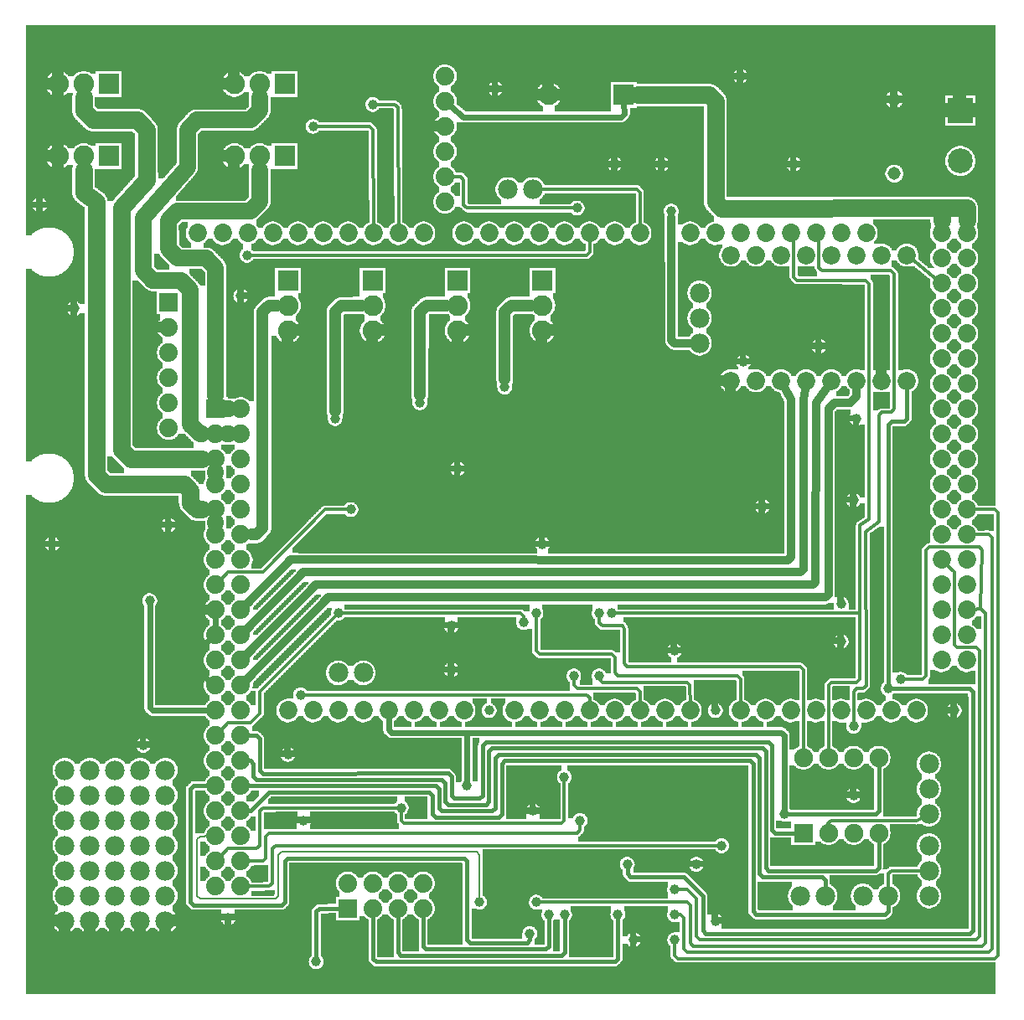
<source format=gbl>
G04 MADE WITH FRITZING*
G04 WWW.FRITZING.ORG*
G04 DOUBLE SIDED*
G04 HOLES PLATED*
G04 CONTOUR ON CENTER OF CONTOUR VECTOR*
%ASAXBY*%
%FSLAX23Y23*%
%MOIN*%
%OFA0B0*%
%SFA1.0B1.0*%
%ADD10C,0.075000*%
%ADD11C,0.074000*%
%ADD12C,0.039370*%
%ADD13C,0.072472*%
%ADD14C,0.072445*%
%ADD15C,0.072417*%
%ADD16C,0.078000*%
%ADD17C,0.072917*%
%ADD18C,0.082000*%
%ADD19C,0.051496*%
%ADD20C,0.099055*%
%ADD21R,0.074000X0.074000*%
%ADD22R,0.075000X0.075000*%
%ADD23R,0.082000X0.082000*%
%ADD24R,0.099055X0.099055*%
%ADD25C,0.024000*%
%ADD26C,0.016000*%
%ADD27C,0.012000*%
%ADD28C,0.070000*%
%ADD29C,0.008000*%
%ADD30C,0.065000*%
%ADD31C,0.032000*%
%ADD32C,0.048000*%
%ADD33R,0.001000X0.001000*%
%LNCOPPER0*%
G90*
G70*
G54D10*
X3563Y2879D03*
X521Y2644D03*
X3314Y2230D03*
X123Y3827D03*
X1811Y3442D03*
X2158Y1526D03*
X1445Y1412D03*
X3197Y1345D03*
X2959Y1274D03*
X2018Y884D03*
X3009Y435D03*
X2264Y322D03*
X3530Y937D03*
G54D11*
X1319Y482D03*
X1419Y482D03*
X1519Y482D03*
X1619Y482D03*
X1319Y382D03*
X1419Y382D03*
X1519Y382D03*
X1619Y382D03*
G54D12*
X144Y1832D03*
X3332Y832D03*
X2882Y3695D03*
X1282Y1557D03*
X532Y1607D03*
X2457Y257D03*
X2432Y558D03*
X1732Y1507D03*
X232Y2770D03*
X1907Y3645D03*
X3094Y3345D03*
X2607Y3157D03*
X919Y2982D03*
X2244Y732D03*
X2057Y770D03*
X1194Y170D03*
X1844Y408D03*
X2782Y332D03*
X2807Y632D03*
X3519Y1295D03*
X3282Y1445D03*
X1419Y3582D03*
X1332Y1970D03*
X2094Y1832D03*
X1757Y2132D03*
X1082Y995D03*
G54D13*
X2844Y2482D03*
X3544Y2982D03*
X3444Y2982D03*
X3344Y2982D03*
X3244Y2982D03*
X3144Y2982D03*
G54D14*
X3044Y2982D03*
X2944Y2982D03*
G54D13*
X2844Y2982D03*
G54D14*
X3544Y2482D03*
G54D15*
X3444Y2482D03*
G54D14*
X3344Y2482D03*
G54D13*
X3244Y2482D03*
G54D14*
X3144Y2482D03*
G54D15*
X3044Y2482D03*
X2944Y2482D03*
G54D12*
X2707Y557D03*
X2019Y1520D03*
X2232Y3170D03*
X2070Y407D03*
X2569Y3345D03*
X2382Y3345D03*
X607Y1907D03*
G54D11*
X607Y2794D03*
X607Y2694D03*
X607Y2594D03*
X607Y2494D03*
X607Y2394D03*
X607Y2294D03*
G54D12*
X844Y345D03*
X94Y3182D03*
X1144Y732D03*
X2394Y357D03*
X2182Y357D03*
X2119Y357D03*
X2044Y282D03*
X2620Y257D03*
X2619Y357D03*
X2619Y457D03*
X2181Y905D03*
X3469Y1257D03*
X894Y2820D03*
X3344Y2332D03*
X3282Y1595D03*
X2319Y1557D03*
X2619Y1407D03*
X1794Y870D03*
X1132Y1232D03*
X2219Y1307D03*
X2069Y1557D03*
X2319Y1307D03*
X2369Y1557D03*
X1732Y1332D03*
X3732Y1170D03*
X1532Y782D03*
G54D11*
X1707Y3695D03*
X1707Y3595D03*
X1707Y3495D03*
X1707Y3395D03*
X1707Y3295D03*
X1707Y3195D03*
X1707Y3695D03*
X1707Y3595D03*
X1707Y3495D03*
X1707Y3395D03*
X1707Y3295D03*
X1707Y3195D03*
G54D12*
X3057Y757D03*
X1607Y2395D03*
X1944Y2457D03*
X1269Y2332D03*
X1182Y3495D03*
X3332Y1107D03*
X1882Y1170D03*
X507Y1032D03*
X2782Y1170D03*
X3194Y2620D03*
X2969Y1982D03*
X3332Y2007D03*
G54D16*
X594Y332D03*
X494Y332D03*
X394Y332D03*
X294Y332D03*
X194Y332D03*
X594Y932D03*
X494Y932D03*
X394Y932D03*
X294Y932D03*
X194Y932D03*
X194Y732D03*
X294Y732D03*
X394Y732D03*
X494Y732D03*
X494Y432D03*
X494Y532D03*
X194Y432D03*
X194Y532D03*
X294Y432D03*
X294Y532D03*
X394Y432D03*
X394Y532D03*
X594Y432D03*
X594Y532D03*
X194Y832D03*
X294Y832D03*
X394Y832D03*
X494Y832D03*
X494Y632D03*
X594Y632D03*
X1382Y1320D03*
X1282Y1320D03*
X194Y632D03*
X294Y632D03*
X394Y632D03*
X594Y832D03*
X594Y732D03*
G54D12*
X2894Y2557D03*
G54D10*
X3132Y682D03*
X3132Y982D03*
X3232Y682D03*
X3232Y982D03*
X3332Y682D03*
X3332Y982D03*
X3432Y682D03*
X3432Y982D03*
G54D11*
X894Y2370D03*
X894Y2270D03*
X894Y2170D03*
X894Y2070D03*
X894Y1970D03*
X894Y1870D03*
X894Y1770D03*
X894Y1670D03*
X894Y1570D03*
X894Y1470D03*
X894Y1370D03*
X894Y1270D03*
X894Y1170D03*
X894Y1070D03*
X894Y970D03*
X894Y870D03*
X894Y770D03*
X894Y670D03*
X894Y570D03*
X894Y470D03*
X794Y2370D03*
X794Y2270D03*
X794Y2170D03*
X794Y2070D03*
X794Y1970D03*
X794Y1870D03*
X794Y1770D03*
X794Y1670D03*
X794Y1570D03*
X794Y1470D03*
X794Y1370D03*
X794Y1270D03*
X794Y1170D03*
X794Y1070D03*
X794Y970D03*
X794Y870D03*
X794Y770D03*
X794Y670D03*
X794Y570D03*
X794Y470D03*
G54D17*
X2982Y1170D03*
X1382Y1170D03*
X3082Y1170D03*
X3182Y1170D03*
X3282Y1170D03*
X3382Y1170D03*
X3682Y2570D03*
X3482Y1170D03*
X3582Y1170D03*
X1422Y3070D03*
X1982Y1170D03*
X2082Y1170D03*
X2182Y1170D03*
X2282Y1170D03*
X3682Y1770D03*
X2382Y1170D03*
X2482Y1170D03*
X2582Y1170D03*
X2682Y1170D03*
X2182Y3070D03*
X3682Y2970D03*
X3682Y2170D03*
X3682Y1370D03*
X1022Y3070D03*
X1782Y1170D03*
X1782Y3070D03*
X3682Y2770D03*
X3682Y2370D03*
X3682Y1970D03*
X3382Y3070D03*
X3682Y1570D03*
X3282Y3070D03*
X3182Y3070D03*
X3082Y3070D03*
X2982Y3070D03*
X2882Y3070D03*
X2782Y3070D03*
X2682Y3070D03*
X822Y3070D03*
X1222Y3070D03*
X1622Y3070D03*
X1182Y1170D03*
X1582Y1170D03*
X2382Y3070D03*
X1982Y3070D03*
X3682Y3070D03*
X3682Y2870D03*
X3682Y2670D03*
X3682Y2470D03*
X3682Y2270D03*
X3682Y2070D03*
X3682Y1870D03*
X3682Y1670D03*
X3682Y1470D03*
X722Y3070D03*
X922Y3070D03*
X1122Y3070D03*
X1322Y3070D03*
X1522Y3070D03*
X1082Y1170D03*
X1282Y1170D03*
X1482Y1170D03*
X1682Y1170D03*
X2482Y3070D03*
X2282Y3070D03*
X2082Y3070D03*
X1882Y3070D03*
X3782Y3070D03*
X3782Y2970D03*
X3782Y2870D03*
X3782Y2770D03*
X3782Y2670D03*
X3782Y2570D03*
X3782Y2470D03*
X3782Y2370D03*
X3782Y2270D03*
X3782Y2170D03*
X3782Y2070D03*
X3782Y1970D03*
X3782Y1870D03*
X3782Y1770D03*
X3782Y1670D03*
X3782Y1570D03*
X3782Y1470D03*
X3782Y1370D03*
X2882Y1170D03*
G54D18*
X1419Y2882D03*
X1419Y2782D03*
X1419Y2682D03*
X2094Y2882D03*
X2094Y2782D03*
X2094Y2682D03*
X1757Y2882D03*
X1757Y2782D03*
X1757Y2682D03*
X1082Y2882D03*
X1082Y2782D03*
X1082Y2682D03*
G54D16*
X3632Y432D03*
X3632Y532D03*
X3632Y632D03*
X3632Y957D03*
X3632Y857D03*
X3632Y757D03*
X2057Y3245D03*
X1957Y3245D03*
X2719Y2832D03*
X2719Y2732D03*
X2719Y2632D03*
X3119Y432D03*
X3219Y432D03*
X3469Y432D03*
X3369Y432D03*
G54D18*
X2417Y3620D03*
X2119Y3620D03*
G54D19*
X3494Y3307D03*
X3494Y3603D03*
G54D18*
X369Y3377D03*
X269Y3377D03*
X169Y3377D03*
X1069Y3664D03*
X969Y3664D03*
X869Y3664D03*
X369Y3664D03*
X269Y3664D03*
X169Y3664D03*
X1069Y3377D03*
X969Y3377D03*
X869Y3377D03*
G54D20*
X3757Y3557D03*
X3757Y3357D03*
G54D21*
X1319Y382D03*
X607Y2794D03*
G54D22*
X3132Y682D03*
G54D21*
X794Y2370D03*
G54D23*
X1419Y2882D03*
X2094Y2882D03*
X1757Y2882D03*
X1082Y2882D03*
X2418Y3620D03*
X369Y3377D03*
X1069Y3664D03*
X369Y3664D03*
X1069Y3377D03*
G54D24*
X3757Y3557D03*
G54D25*
X545Y1170D02*
X763Y1170D01*
D02*
X532Y1182D02*
X545Y1170D01*
D02*
X532Y1588D02*
X532Y1182D01*
G54D26*
D02*
X3807Y1244D02*
X3807Y295D01*
D02*
X3795Y1257D02*
X3807Y1244D01*
D02*
X3807Y295D02*
X3795Y282D01*
D02*
X2744Y282D02*
X2732Y295D01*
D02*
X2732Y295D02*
X2732Y432D01*
D02*
X2732Y432D02*
X2657Y507D01*
D02*
X3795Y282D02*
X2744Y282D01*
D02*
X2432Y520D02*
X2432Y544D01*
D02*
X2445Y507D02*
X2432Y520D01*
D02*
X2657Y507D02*
X2445Y507D01*
D02*
X3483Y1257D02*
X3795Y1257D01*
G54D25*
D02*
X2407Y3533D02*
X2419Y3545D01*
D02*
X2419Y3545D02*
X2418Y3588D01*
D02*
X1781Y3533D02*
X2407Y3533D01*
D02*
X1731Y3575D02*
X1781Y3533D01*
G54D27*
D02*
X3663Y2885D02*
X3563Y2967D01*
G54D28*
D02*
X2782Y3595D02*
X2757Y3620D01*
D02*
X2782Y3194D02*
X2782Y3595D01*
D02*
X2757Y3620D02*
X2472Y3620D01*
D02*
X2807Y3169D02*
X2782Y3194D01*
D02*
X3682Y3170D02*
X2807Y3169D01*
D02*
X3682Y3122D02*
X3682Y3170D01*
D02*
X3682Y3170D02*
X3782Y3170D01*
D02*
X3782Y3170D02*
X3782Y3122D01*
G54D27*
D02*
X2232Y683D02*
X2245Y695D01*
D02*
X2245Y695D02*
X2245Y719D01*
D02*
X1007Y683D02*
X2232Y683D01*
D02*
X994Y669D02*
X1007Y683D01*
D02*
X994Y583D02*
X994Y669D01*
D02*
X982Y570D02*
X994Y583D01*
D02*
X920Y570D02*
X982Y570D01*
G54D26*
D02*
X1207Y382D02*
X1195Y370D01*
D02*
X1195Y370D02*
X1194Y183D01*
D02*
X1294Y382D02*
X1207Y382D01*
G54D29*
D02*
X1045Y595D02*
X1045Y432D01*
D02*
X1045Y432D02*
X1032Y420D01*
D02*
X1032Y420D02*
X732Y420D01*
D02*
X1057Y607D02*
X1045Y595D01*
D02*
X1832Y607D02*
X1057Y607D01*
D02*
X732Y420D02*
X719Y432D01*
D02*
X1845Y595D02*
X1832Y607D01*
D02*
X1844Y421D02*
X1845Y595D01*
D02*
X719Y432D02*
X720Y657D01*
D02*
X720Y657D02*
X732Y669D01*
D02*
X732Y669D02*
X769Y670D01*
G54D27*
D02*
X2793Y632D02*
X1032Y632D01*
D02*
X1032Y632D02*
X1019Y620D01*
D02*
X1019Y620D02*
X1019Y482D01*
D02*
X1019Y482D02*
X1007Y470D01*
D02*
X1007Y470D02*
X920Y470D01*
D02*
X3533Y1295D02*
X3607Y1295D01*
D02*
X3620Y1307D02*
X3620Y1807D01*
D02*
X3620Y1807D02*
X3632Y1820D01*
D02*
X3607Y1295D02*
X3620Y1307D01*
D02*
X3632Y1820D02*
X3832Y1821D01*
D02*
X3832Y1821D02*
X3844Y1807D01*
D02*
X3844Y1807D02*
X3838Y1575D01*
D02*
X3806Y1572D02*
X3838Y1575D01*
D02*
X3838Y1575D02*
X3857Y1557D01*
D02*
X3857Y1557D02*
X3857Y245D01*
D02*
X3857Y245D02*
X3844Y232D01*
D02*
X3844Y232D02*
X2695Y232D01*
D02*
X2695Y232D02*
X2682Y245D01*
D02*
X2682Y245D02*
X2682Y395D01*
D02*
X2682Y395D02*
X2670Y407D01*
D02*
X2670Y407D02*
X2083Y407D01*
D02*
X1519Y3570D02*
X1522Y3094D01*
D02*
X1506Y3582D02*
X1519Y3570D01*
D02*
X1433Y3582D02*
X1506Y3582D01*
D02*
X1231Y1970D02*
X1318Y1970D01*
D02*
X982Y1720D02*
X1231Y1970D01*
D02*
X845Y1720D02*
X982Y1720D01*
D02*
X813Y1688D02*
X845Y1720D01*
G54D30*
D02*
X841Y2370D02*
X848Y2370D01*
D02*
X794Y2423D02*
X794Y2933D01*
D02*
X757Y2970D02*
X644Y2970D01*
D02*
X794Y2933D02*
X757Y2970D01*
D02*
X644Y2970D02*
X607Y3008D01*
D02*
X607Y3008D02*
X606Y3120D01*
D02*
X606Y3120D02*
X644Y3157D01*
D02*
X644Y3157D02*
X932Y3157D01*
D02*
X932Y3157D02*
X970Y3195D01*
D02*
X970Y3195D02*
X970Y3322D01*
G54D27*
D02*
X845Y1121D02*
X933Y1121D01*
D02*
X969Y1157D02*
X970Y1245D01*
D02*
X970Y1245D02*
X1272Y1548D01*
D02*
X933Y1121D02*
X969Y1157D01*
D02*
X2019Y1545D02*
X2019Y1533D01*
D02*
X2007Y1557D02*
X2019Y1545D01*
D02*
X1295Y1557D02*
X2007Y1557D01*
D02*
X812Y1088D02*
X845Y1121D01*
D02*
X2218Y3170D02*
X1795Y3170D01*
D02*
X1781Y3282D02*
X1769Y3295D01*
D02*
X1781Y3183D02*
X1781Y3282D01*
D02*
X1795Y3170D02*
X1781Y3183D01*
D02*
X1769Y3295D02*
X1732Y3295D01*
G54D25*
D02*
X732Y1420D02*
X732Y1319D01*
D02*
X732Y1319D02*
X770Y1289D01*
D02*
X770Y1450D02*
X732Y1420D01*
D02*
X794Y1501D02*
X794Y1539D01*
G54D27*
D02*
X2470Y3245D02*
X2081Y3245D01*
D02*
X2482Y3232D02*
X2470Y3245D01*
D02*
X2482Y3070D02*
X2482Y3232D01*
D02*
X2507Y3070D02*
X2482Y3070D01*
G54D30*
D02*
X794Y1916D02*
X794Y1923D01*
D02*
X794Y2116D02*
X794Y2123D01*
D02*
X848Y2270D02*
X841Y2270D01*
G54D26*
D02*
X2394Y182D02*
X2394Y344D01*
D02*
X2382Y170D02*
X2394Y182D01*
D02*
X1419Y182D02*
X1432Y170D01*
D02*
X1432Y170D02*
X2382Y170D01*
D02*
X1419Y357D02*
X1419Y182D01*
D02*
X2182Y207D02*
X2182Y344D01*
D02*
X2170Y194D02*
X2182Y207D01*
D02*
X1519Y207D02*
X1531Y195D01*
D02*
X1531Y195D02*
X2170Y194D01*
D02*
X1519Y357D02*
X1519Y207D01*
D02*
X2119Y233D02*
X2119Y344D01*
D02*
X2107Y220D02*
X2119Y233D01*
D02*
X1631Y220D02*
X2107Y220D01*
D02*
X1620Y232D02*
X1631Y220D01*
D02*
X1619Y357D02*
X1620Y232D01*
D02*
X2044Y258D02*
X2032Y245D01*
D02*
X2044Y269D02*
X2044Y258D01*
D02*
X1069Y570D02*
X1069Y408D01*
D02*
X1795Y257D02*
X1795Y570D01*
D02*
X1795Y570D02*
X1782Y582D01*
D02*
X1069Y408D02*
X1057Y394D01*
D02*
X1081Y582D02*
X1069Y570D01*
D02*
X1782Y582D02*
X1081Y582D01*
D02*
X1807Y245D02*
X1795Y257D01*
D02*
X2032Y245D02*
X1807Y245D01*
D02*
X707Y394D02*
X694Y408D01*
D02*
X694Y408D02*
X694Y858D01*
D02*
X1057Y394D02*
X707Y394D01*
D02*
X694Y858D02*
X707Y870D01*
D02*
X707Y870D02*
X769Y870D01*
G54D27*
D02*
X2707Y420D02*
X2707Y270D01*
D02*
X2707Y270D02*
X2720Y257D01*
D02*
X2720Y257D02*
X3820Y257D01*
D02*
X2670Y457D02*
X2707Y420D01*
D02*
X2633Y457D02*
X2670Y457D01*
D02*
X3820Y257D02*
X3832Y270D01*
D02*
X3832Y270D02*
X3832Y808D01*
D02*
X3832Y808D02*
X3832Y1407D01*
D02*
X3832Y1407D02*
X3820Y1420D01*
D02*
X3820Y1420D02*
X3744Y1420D01*
D02*
X3744Y1420D02*
X3732Y1432D01*
D02*
X3732Y1432D02*
X3732Y1720D01*
D02*
X3732Y1720D02*
X3699Y1752D01*
D02*
X1532Y732D02*
X1532Y769D01*
D02*
X1544Y720D02*
X1532Y732D01*
D02*
X2170Y720D02*
X1544Y720D01*
D02*
X2181Y733D02*
X2170Y720D01*
D02*
X2181Y892D02*
X2181Y733D01*
G54D26*
D02*
X3470Y2307D02*
X3469Y1271D01*
D02*
X3482Y2320D02*
X3470Y2307D01*
D02*
X3532Y2320D02*
X3482Y2320D01*
D02*
X3544Y2332D02*
X3532Y2320D01*
D02*
X3544Y2458D02*
X3544Y2332D01*
G54D27*
D02*
X3582Y732D02*
X3610Y746D01*
D02*
X3244Y732D02*
X3582Y732D01*
D02*
X3231Y720D02*
X3244Y732D01*
D02*
X3232Y705D02*
X3231Y720D01*
D02*
X2270Y2982D02*
X932Y2982D01*
D02*
X2283Y2995D02*
X2270Y2982D01*
D02*
X2282Y3045D02*
X2283Y2995D01*
G54D25*
D02*
X1794Y889D02*
X1794Y1083D01*
G54D31*
D02*
X3220Y1620D02*
X1245Y1620D01*
D02*
X920Y1296D02*
X1245Y1620D01*
D02*
X1195Y1670D02*
X3169Y1670D01*
D02*
X920Y1396D02*
X1195Y1670D01*
D02*
X1144Y1720D02*
X3120Y1720D01*
D02*
X920Y1496D02*
X1144Y1720D01*
D02*
X1094Y1770D02*
X3069Y1769D01*
D02*
X920Y1596D02*
X1094Y1770D01*
G54D27*
D02*
X2383Y1557D02*
X3357Y1557D01*
G54D31*
D02*
X2608Y2644D02*
X2607Y3133D01*
D02*
X2619Y2632D02*
X2608Y2644D01*
D02*
X2684Y2632D02*
X2619Y2632D01*
G54D27*
D02*
X2332Y1282D02*
X2669Y1282D01*
D02*
X2319Y1295D02*
X2332Y1282D01*
D02*
X2669Y1282D02*
X2681Y1270D01*
D02*
X2681Y1270D02*
X2682Y1194D01*
D02*
X2320Y1294D02*
X2319Y1295D01*
D02*
X2482Y1245D02*
X2482Y1194D01*
D02*
X2232Y1257D02*
X2470Y1257D01*
D02*
X2470Y1257D02*
X2482Y1245D01*
D02*
X2219Y1270D02*
X2232Y1257D01*
D02*
X2219Y1294D02*
X2219Y1270D01*
D02*
X3357Y1295D02*
X3345Y1283D01*
D02*
X3232Y1270D02*
X3232Y1005D01*
D02*
X3244Y1283D02*
X3232Y1270D01*
D02*
X3345Y1283D02*
X3244Y1283D01*
D02*
X3357Y1557D02*
X3357Y1295D01*
D02*
X3357Y1907D02*
X3357Y1557D01*
D02*
X3395Y1932D02*
X3357Y1907D01*
D02*
X3394Y2869D02*
X3395Y1932D01*
D02*
X3381Y2882D02*
X3394Y2869D01*
D02*
X3107Y2882D02*
X3381Y2882D01*
D02*
X3095Y2894D02*
X3107Y2882D01*
D02*
X3095Y3070D02*
X3095Y2894D01*
D02*
X3107Y3070D02*
X3095Y3070D01*
D02*
X969Y632D02*
X957Y620D01*
D02*
X969Y770D02*
X969Y632D01*
D02*
X982Y782D02*
X969Y770D01*
D02*
X1518Y782D02*
X982Y782D01*
D02*
X844Y620D02*
X812Y588D01*
D02*
X957Y620D02*
X844Y620D01*
D02*
X2069Y1544D02*
X2069Y1407D01*
D02*
X2882Y1295D02*
X2882Y1194D01*
D02*
X2869Y1308D02*
X2882Y1295D01*
D02*
X2395Y1308D02*
X2869Y1308D01*
D02*
X2382Y1320D02*
X2395Y1308D01*
D02*
X2382Y1382D02*
X2382Y1320D01*
D02*
X2369Y1395D02*
X2382Y1382D01*
D02*
X2082Y1395D02*
X2369Y1395D01*
D02*
X2069Y1407D02*
X2082Y1395D01*
G54D26*
D02*
X3432Y770D02*
X3432Y959D01*
D02*
X3420Y757D02*
X3432Y770D01*
G54D25*
D02*
X3057Y1070D02*
X3057Y776D01*
G54D26*
D02*
X3420Y757D02*
X3070Y757D01*
G54D27*
D02*
X3470Y520D02*
X3482Y532D01*
D02*
X3482Y532D02*
X3607Y532D01*
D02*
X3469Y457D02*
X3470Y520D01*
G54D25*
D02*
X1794Y1083D02*
X1494Y1083D01*
D02*
X3045Y1083D02*
X1794Y1083D01*
D02*
X3057Y1070D02*
X3045Y1083D01*
D02*
X1482Y1094D02*
X1494Y1083D01*
D02*
X1482Y1140D02*
X1482Y1094D01*
G54D32*
D02*
X1294Y2782D02*
X1269Y2758D01*
D02*
X1269Y2758D02*
X1269Y2362D01*
D02*
X1376Y2782D02*
X1294Y2782D01*
D02*
X957Y1870D02*
X937Y1870D01*
D02*
X981Y1895D02*
X957Y1870D01*
D02*
X981Y2757D02*
X981Y1895D01*
D02*
X1006Y2782D02*
X981Y2757D01*
D02*
X1039Y2782D02*
X1006Y2782D01*
D02*
X1632Y2782D02*
X1714Y2782D01*
D02*
X1607Y2757D02*
X1632Y2782D01*
D02*
X1607Y2425D02*
X1607Y2757D01*
D02*
X1969Y2782D02*
X1944Y2757D01*
D02*
X1944Y2757D02*
X1944Y2487D01*
D02*
X2051Y2782D02*
X1969Y2782D01*
G54D31*
D02*
X3344Y2420D02*
X3344Y2447D01*
D02*
X3320Y2395D02*
X3344Y2420D01*
D02*
X3257Y2395D02*
X3320Y2395D01*
D02*
X3232Y2370D02*
X3257Y2395D01*
D02*
X3232Y1633D02*
X3232Y2370D01*
D02*
X3220Y1620D02*
X3232Y1633D01*
D02*
X3182Y2395D02*
X3224Y2453D01*
D02*
X3181Y1682D02*
X3182Y2395D01*
D02*
X3169Y1670D02*
X3181Y1682D01*
D02*
X3069Y1769D02*
X3082Y1783D01*
D02*
X3082Y1783D02*
X3082Y2407D01*
D02*
X3082Y2407D02*
X3060Y2451D01*
D02*
X3120Y1720D02*
X3132Y1732D01*
D02*
X3132Y1732D02*
X3132Y2407D01*
D02*
X3132Y2407D02*
X3139Y2447D01*
G54D27*
D02*
X3132Y1332D02*
X3120Y1344D01*
D02*
X2419Y1495D02*
X2412Y1507D01*
D02*
X2419Y1357D02*
X2419Y1495D01*
D02*
X2431Y1344D02*
X2419Y1357D01*
D02*
X2332Y1507D02*
X2320Y1519D01*
D02*
X2320Y1519D02*
X2320Y1544D01*
D02*
X2412Y1507D02*
X2332Y1507D01*
D02*
X3120Y1344D02*
X2431Y1344D01*
D02*
X3132Y1005D02*
X3132Y1332D01*
G54D30*
D02*
X656Y2882D02*
X544Y2882D01*
D02*
X694Y2845D02*
X656Y2882D01*
D02*
X544Y2882D02*
X507Y2920D01*
D02*
X507Y2920D02*
X507Y3132D01*
D02*
X694Y2307D02*
X694Y2845D01*
D02*
X732Y2270D02*
X694Y2307D01*
D02*
X507Y3132D02*
X682Y3333D01*
D02*
X741Y2270D02*
X732Y2270D01*
D02*
X970Y3558D02*
X970Y3610D01*
D02*
X932Y3520D02*
X970Y3558D01*
D02*
X682Y3482D02*
X719Y3520D01*
D02*
X719Y3520D02*
X932Y3520D01*
D02*
X682Y3333D02*
X682Y3482D01*
G54D28*
D02*
X420Y2207D02*
X419Y3170D01*
D02*
X457Y2170D02*
X420Y2207D01*
D02*
X269Y3558D02*
X269Y3610D01*
D02*
X482Y3520D02*
X307Y3520D01*
D02*
X519Y3482D02*
X482Y3520D01*
D02*
X307Y3520D02*
X269Y3558D01*
D02*
X520Y3282D02*
X519Y3482D01*
D02*
X419Y3170D02*
X520Y3282D01*
D02*
X741Y2170D02*
X457Y2170D01*
D02*
X357Y2070D02*
X320Y2107D01*
D02*
X670Y2070D02*
X357Y2070D01*
D02*
X320Y2107D02*
X319Y3194D01*
D02*
X694Y1995D02*
X694Y2045D01*
D02*
X694Y2045D02*
X670Y2070D01*
D02*
X719Y1970D02*
X694Y1995D01*
D02*
X741Y1970D02*
X719Y1970D01*
D02*
X269Y3232D02*
X269Y3322D01*
D02*
X319Y3194D02*
X269Y3232D01*
G54D27*
D02*
X1407Y3495D02*
X1195Y3495D01*
D02*
X1419Y3482D02*
X1407Y3495D01*
D02*
X1422Y3094D02*
X1419Y3482D01*
D02*
X1532Y3070D02*
X1522Y3070D01*
D02*
X3382Y1269D02*
X3369Y1257D01*
D02*
X3381Y1883D02*
X3382Y1269D01*
D02*
X3344Y1257D02*
X3332Y1245D01*
D02*
X3369Y1257D02*
X3344Y1257D01*
D02*
X3332Y1245D02*
X3332Y1121D01*
D02*
X3432Y1920D02*
X3381Y1883D01*
D02*
X3432Y2345D02*
X3432Y1920D01*
D02*
X3482Y2357D02*
X3444Y2357D01*
D02*
X3444Y2357D02*
X3432Y2345D01*
D02*
X3495Y2370D02*
X3482Y2357D01*
D02*
X3494Y2907D02*
X3495Y2370D01*
D02*
X3481Y2920D02*
X3494Y2907D01*
D02*
X3207Y2920D02*
X3481Y2920D01*
D02*
X3195Y2932D02*
X3207Y2920D01*
D02*
X3194Y3070D02*
X3195Y2932D01*
D02*
X3207Y3070D02*
X3194Y3070D01*
G54D26*
D02*
X3470Y370D02*
X3469Y408D01*
D02*
X3457Y358D02*
X3470Y370D01*
D02*
X2944Y358D02*
X3457Y358D01*
D02*
X2932Y370D02*
X2944Y358D01*
D02*
X1920Y995D02*
X2945Y995D01*
D02*
X1907Y982D02*
X1920Y995D01*
D02*
X1907Y782D02*
X1907Y982D01*
D02*
X1894Y770D02*
X1907Y782D01*
D02*
X1695Y770D02*
X1894Y770D01*
D02*
X2956Y982D02*
X2956Y520D01*
D02*
X2956Y520D02*
X2969Y507D01*
D02*
X2945Y995D02*
X2956Y982D01*
D02*
X2969Y507D02*
X3206Y507D01*
D02*
X3206Y507D02*
X3220Y495D01*
D02*
X1682Y782D02*
X1695Y770D01*
D02*
X1682Y857D02*
X1682Y782D01*
D02*
X1670Y870D02*
X1682Y857D01*
D02*
X3220Y495D02*
X3219Y457D01*
D02*
X920Y870D02*
X1670Y870D01*
D02*
X1007Y844D02*
X932Y770D01*
D02*
X1644Y845D02*
X1007Y844D01*
D02*
X1657Y832D02*
X1644Y845D01*
D02*
X1656Y757D02*
X1657Y832D01*
D02*
X1669Y745D02*
X1656Y757D01*
D02*
X2919Y970D02*
X1944Y970D01*
D02*
X2932Y957D02*
X2919Y970D01*
D02*
X1944Y970D02*
X1932Y957D01*
D02*
X1932Y957D02*
X1932Y757D01*
D02*
X1932Y757D02*
X1920Y745D01*
D02*
X1920Y745D02*
X1669Y745D01*
D02*
X932Y770D02*
X920Y770D01*
D02*
X2932Y370D02*
X2932Y957D01*
G54D27*
D02*
X3869Y207D02*
X3882Y220D01*
D02*
X3869Y1870D02*
X3807Y1870D01*
D02*
X2644Y358D02*
X2656Y345D01*
D02*
X2656Y345D02*
X2656Y220D01*
D02*
X2656Y220D02*
X2670Y207D01*
D02*
X2670Y207D02*
X3869Y207D01*
D02*
X2633Y357D02*
X2644Y358D01*
D02*
X3882Y220D02*
X3882Y1857D01*
D02*
X3882Y1857D02*
X3869Y1870D01*
D02*
X3907Y195D02*
X3907Y1957D01*
D02*
X3907Y1957D02*
X3895Y1970D01*
D02*
X2619Y195D02*
X2632Y183D01*
D02*
X2632Y183D02*
X3894Y182D01*
D02*
X2620Y243D02*
X2619Y195D01*
D02*
X3894Y182D02*
X3907Y195D01*
D02*
X3895Y1970D02*
X3807Y1970D01*
G54D26*
D02*
X1719Y920D02*
X1732Y907D01*
D02*
X1744Y820D02*
X1844Y820D01*
D02*
X1844Y820D02*
X1857Y832D01*
D02*
X1732Y832D02*
X1744Y820D01*
D02*
X3006Y694D02*
X3019Y683D01*
D02*
X3019Y683D02*
X3109Y682D01*
D02*
X3006Y1033D02*
X3006Y694D01*
D02*
X2995Y1045D02*
X3006Y1033D01*
D02*
X1870Y1045D02*
X2995Y1045D01*
D02*
X1857Y1033D02*
X1870Y1045D01*
D02*
X1857Y832D02*
X1857Y1033D01*
D02*
X1732Y907D02*
X1732Y832D01*
D02*
X982Y919D02*
X1719Y920D01*
D02*
X969Y1057D02*
X969Y932D01*
D02*
X969Y932D02*
X982Y919D01*
D02*
X957Y1070D02*
X969Y1057D01*
D02*
X920Y1070D02*
X957Y1070D01*
D02*
X957Y895D02*
X1695Y894D01*
D02*
X944Y908D02*
X957Y895D01*
D02*
X944Y957D02*
X944Y908D01*
D02*
X932Y970D02*
X944Y957D01*
D02*
X1708Y883D02*
X1707Y808D01*
D02*
X1707Y808D02*
X1719Y795D01*
D02*
X1695Y894D02*
X1708Y883D01*
D02*
X2995Y532D02*
X3419Y532D01*
D02*
X2982Y1007D02*
X2982Y545D01*
D02*
X2982Y545D02*
X2995Y532D01*
D02*
X2969Y1020D02*
X2982Y1007D01*
D02*
X1894Y1020D02*
X2969Y1020D01*
D02*
X1881Y1007D02*
X1894Y1020D01*
D02*
X1881Y808D02*
X1881Y1007D01*
D02*
X1870Y795D02*
X1881Y808D01*
D02*
X1719Y795D02*
X1870Y795D01*
D02*
X3432Y544D02*
X3432Y659D01*
D02*
X3419Y532D02*
X3432Y544D01*
D02*
X920Y970D02*
X932Y970D01*
G54D27*
D02*
X2282Y1220D02*
X2269Y1232D01*
D02*
X2282Y1194D02*
X2282Y1220D01*
D02*
X2269Y1232D02*
X1145Y1232D01*
G36*
X1746Y3271D02*
X1746Y3267D01*
X1744Y3267D01*
X1744Y3265D01*
X1742Y3265D01*
X1742Y3263D01*
X1740Y3263D01*
X1740Y3261D01*
X1738Y3261D01*
X1738Y3259D01*
X1736Y3259D01*
X1736Y3257D01*
X1734Y3257D01*
X1734Y3255D01*
X1730Y3255D01*
X1730Y3235D01*
X1732Y3235D01*
X1732Y3233D01*
X1736Y3233D01*
X1736Y3231D01*
X1738Y3231D01*
X1738Y3229D01*
X1740Y3229D01*
X1740Y3227D01*
X1742Y3227D01*
X1742Y3225D01*
X1744Y3225D01*
X1744Y3223D01*
X1746Y3223D01*
X1746Y3219D01*
X1766Y3219D01*
X1766Y3271D01*
X1746Y3271D01*
G37*
D02*
G36*
X3410Y3125D02*
X3410Y3105D01*
X3414Y3105D01*
X3414Y3103D01*
X3416Y3103D01*
X3416Y3099D01*
X3418Y3099D01*
X3418Y3097D01*
X3420Y3097D01*
X3420Y3095D01*
X3422Y3095D01*
X3422Y3091D01*
X3424Y3091D01*
X3424Y3087D01*
X3426Y3087D01*
X3426Y3081D01*
X3428Y3081D01*
X3428Y3059D01*
X3426Y3059D01*
X3426Y3053D01*
X3424Y3053D01*
X3424Y3049D01*
X3422Y3049D01*
X3422Y3045D01*
X3420Y3045D01*
X3420Y3043D01*
X3418Y3043D01*
X3418Y3039D01*
X3416Y3039D01*
X3416Y3037D01*
X3414Y3037D01*
X3414Y3029D01*
X3550Y3029D01*
X3550Y3027D01*
X3558Y3027D01*
X3558Y3025D01*
X3564Y3025D01*
X3564Y3023D01*
X3568Y3023D01*
X3568Y3021D01*
X3570Y3021D01*
X3570Y3019D01*
X3574Y3019D01*
X3574Y3017D01*
X3576Y3017D01*
X3576Y3015D01*
X3578Y3015D01*
X3578Y3013D01*
X3580Y3013D01*
X3580Y3011D01*
X3582Y3011D01*
X3582Y3007D01*
X3584Y3007D01*
X3584Y3003D01*
X3586Y3003D01*
X3586Y3001D01*
X3588Y3001D01*
X3588Y2993D01*
X3590Y2993D01*
X3590Y2965D01*
X3592Y2965D01*
X3592Y2963D01*
X3594Y2963D01*
X3594Y2961D01*
X3596Y2961D01*
X3596Y2959D01*
X3600Y2959D01*
X3600Y2957D01*
X3602Y2957D01*
X3602Y2955D01*
X3604Y2955D01*
X3604Y2953D01*
X3606Y2953D01*
X3606Y2951D01*
X3610Y2951D01*
X3610Y2949D01*
X3612Y2949D01*
X3612Y2947D01*
X3614Y2947D01*
X3614Y2945D01*
X3616Y2945D01*
X3616Y2943D01*
X3618Y2943D01*
X3618Y2941D01*
X3622Y2941D01*
X3622Y2939D01*
X3624Y2939D01*
X3624Y2937D01*
X3626Y2937D01*
X3626Y2935D01*
X3628Y2935D01*
X3628Y2933D01*
X3632Y2933D01*
X3632Y2931D01*
X3652Y2931D01*
X3652Y2935D01*
X3650Y2935D01*
X3650Y2937D01*
X3648Y2937D01*
X3648Y2939D01*
X3646Y2939D01*
X3646Y2941D01*
X3644Y2941D01*
X3644Y2945D01*
X3642Y2945D01*
X3642Y2949D01*
X3640Y2949D01*
X3640Y2953D01*
X3638Y2953D01*
X3638Y2959D01*
X3636Y2959D01*
X3636Y2981D01*
X3638Y2981D01*
X3638Y2987D01*
X3640Y2987D01*
X3640Y2991D01*
X3642Y2991D01*
X3642Y2995D01*
X3644Y2995D01*
X3644Y2997D01*
X3646Y2997D01*
X3646Y3001D01*
X3648Y3001D01*
X3648Y3003D01*
X3650Y3003D01*
X3650Y3005D01*
X3654Y3005D01*
X3654Y3007D01*
X3656Y3007D01*
X3656Y3009D01*
X3660Y3009D01*
X3660Y3029D01*
X3658Y3029D01*
X3658Y3031D01*
X3656Y3031D01*
X3656Y3033D01*
X3652Y3033D01*
X3652Y3035D01*
X3650Y3035D01*
X3650Y3037D01*
X3648Y3037D01*
X3648Y3039D01*
X3646Y3039D01*
X3646Y3041D01*
X3644Y3041D01*
X3644Y3045D01*
X3642Y3045D01*
X3642Y3049D01*
X3640Y3049D01*
X3640Y3053D01*
X3638Y3053D01*
X3638Y3059D01*
X3636Y3059D01*
X3636Y3081D01*
X3638Y3081D01*
X3638Y3087D01*
X3640Y3087D01*
X3640Y3111D01*
X3638Y3111D01*
X3638Y3125D01*
X3410Y3125D01*
G37*
D02*
G36*
X3414Y3029D02*
X3414Y3027D01*
X3438Y3027D01*
X3438Y3029D01*
X3414Y3029D01*
G37*
D02*
G36*
X3450Y3029D02*
X3450Y3027D01*
X3458Y3027D01*
X3458Y3025D01*
X3464Y3025D01*
X3464Y3023D01*
X3468Y3023D01*
X3468Y3021D01*
X3470Y3021D01*
X3470Y3019D01*
X3474Y3019D01*
X3474Y3017D01*
X3476Y3017D01*
X3476Y3015D01*
X3478Y3015D01*
X3478Y3013D01*
X3480Y3013D01*
X3480Y3011D01*
X3482Y3011D01*
X3482Y3007D01*
X3484Y3007D01*
X3484Y3003D01*
X3504Y3003D01*
X3504Y3007D01*
X3506Y3007D01*
X3506Y3009D01*
X3508Y3009D01*
X3508Y3011D01*
X3510Y3011D01*
X3510Y3015D01*
X3512Y3015D01*
X3512Y3017D01*
X3516Y3017D01*
X3516Y3019D01*
X3518Y3019D01*
X3518Y3021D01*
X3522Y3021D01*
X3522Y3023D01*
X3524Y3023D01*
X3524Y3025D01*
X3530Y3025D01*
X3530Y3027D01*
X3538Y3027D01*
X3538Y3029D01*
X3450Y3029D01*
G37*
D02*
G36*
X660Y3115D02*
X660Y3113D01*
X658Y3113D01*
X658Y3111D01*
X656Y3111D01*
X656Y3109D01*
X654Y3109D01*
X654Y3107D01*
X652Y3107D01*
X652Y3105D01*
X650Y3105D01*
X650Y3103D01*
X648Y3103D01*
X648Y3081D01*
X650Y3081D01*
X650Y3023D01*
X652Y3023D01*
X652Y3021D01*
X654Y3021D01*
X654Y3019D01*
X656Y3019D01*
X656Y3017D01*
X658Y3017D01*
X658Y3015D01*
X660Y3015D01*
X660Y3013D01*
X696Y3013D01*
X696Y3033D01*
X692Y3033D01*
X692Y3035D01*
X690Y3035D01*
X690Y3037D01*
X688Y3037D01*
X688Y3039D01*
X686Y3039D01*
X686Y3041D01*
X684Y3041D01*
X684Y3045D01*
X682Y3045D01*
X682Y3049D01*
X680Y3049D01*
X680Y3051D01*
X678Y3051D01*
X678Y3059D01*
X676Y3059D01*
X676Y3081D01*
X678Y3081D01*
X678Y3087D01*
X680Y3087D01*
X680Y3091D01*
X682Y3091D01*
X682Y3095D01*
X684Y3095D01*
X684Y3115D01*
X660Y3115D01*
G37*
D02*
G36*
X3722Y3049D02*
X3722Y3045D01*
X3720Y3045D01*
X3720Y3043D01*
X3718Y3043D01*
X3718Y3039D01*
X3716Y3039D01*
X3716Y3037D01*
X3714Y3037D01*
X3714Y3035D01*
X3712Y3035D01*
X3712Y3033D01*
X3708Y3033D01*
X3708Y3031D01*
X3706Y3031D01*
X3706Y3029D01*
X3704Y3029D01*
X3704Y3009D01*
X3708Y3009D01*
X3708Y3007D01*
X3710Y3007D01*
X3710Y3005D01*
X3714Y3005D01*
X3714Y3003D01*
X3716Y3003D01*
X3716Y2999D01*
X3718Y2999D01*
X3718Y2997D01*
X3720Y2997D01*
X3720Y2995D01*
X3722Y2995D01*
X3722Y2991D01*
X3742Y2991D01*
X3742Y2995D01*
X3744Y2995D01*
X3744Y2997D01*
X3746Y2997D01*
X3746Y3001D01*
X3748Y3001D01*
X3748Y3003D01*
X3750Y3003D01*
X3750Y3005D01*
X3754Y3005D01*
X3754Y3007D01*
X3756Y3007D01*
X3756Y3009D01*
X3760Y3009D01*
X3760Y3029D01*
X3758Y3029D01*
X3758Y3031D01*
X3756Y3031D01*
X3756Y3033D01*
X3752Y3033D01*
X3752Y3035D01*
X3750Y3035D01*
X3750Y3037D01*
X3748Y3037D01*
X3748Y3039D01*
X3746Y3039D01*
X3746Y3041D01*
X3744Y3041D01*
X3744Y3045D01*
X3742Y3045D01*
X3742Y3049D01*
X3722Y3049D01*
G37*
D02*
G36*
X550Y2989D02*
X550Y2935D01*
X552Y2935D01*
X552Y2933D01*
X554Y2933D01*
X554Y2931D01*
X556Y2931D01*
X556Y2929D01*
X558Y2929D01*
X558Y2927D01*
X560Y2927D01*
X560Y2925D01*
X610Y2925D01*
X610Y2945D01*
X608Y2945D01*
X608Y2947D01*
X606Y2947D01*
X606Y2949D01*
X604Y2949D01*
X604Y2951D01*
X602Y2951D01*
X602Y2953D01*
X600Y2953D01*
X600Y2955D01*
X598Y2955D01*
X598Y2957D01*
X596Y2957D01*
X596Y2959D01*
X594Y2959D01*
X594Y2961D01*
X592Y2961D01*
X592Y2963D01*
X590Y2963D01*
X590Y2965D01*
X588Y2965D01*
X588Y2967D01*
X586Y2967D01*
X586Y2969D01*
X584Y2969D01*
X584Y2971D01*
X582Y2971D01*
X582Y2973D01*
X580Y2973D01*
X580Y2975D01*
X578Y2975D01*
X578Y2977D01*
X576Y2977D01*
X576Y2979D01*
X574Y2979D01*
X574Y2983D01*
X572Y2983D01*
X572Y2985D01*
X570Y2985D01*
X570Y2989D01*
X550Y2989D01*
G37*
D02*
G36*
X3484Y2961D02*
X3484Y2957D01*
X3482Y2957D01*
X3482Y2935D01*
X3490Y2935D01*
X3490Y2933D01*
X3492Y2933D01*
X3492Y2931D01*
X3494Y2931D01*
X3494Y2929D01*
X3496Y2929D01*
X3496Y2927D01*
X3498Y2927D01*
X3498Y2925D01*
X3500Y2925D01*
X3500Y2923D01*
X3502Y2923D01*
X3502Y2921D01*
X3504Y2921D01*
X3504Y2919D01*
X3506Y2919D01*
X3506Y2917D01*
X3508Y2917D01*
X3508Y2913D01*
X3510Y2913D01*
X3510Y2529D01*
X3550Y2529D01*
X3550Y2527D01*
X3558Y2527D01*
X3558Y2525D01*
X3564Y2525D01*
X3564Y2523D01*
X3568Y2523D01*
X3568Y2521D01*
X3570Y2521D01*
X3570Y2519D01*
X3574Y2519D01*
X3574Y2517D01*
X3576Y2517D01*
X3576Y2515D01*
X3578Y2515D01*
X3578Y2513D01*
X3580Y2513D01*
X3580Y2511D01*
X3582Y2511D01*
X3582Y2507D01*
X3584Y2507D01*
X3584Y2503D01*
X3586Y2503D01*
X3586Y2501D01*
X3588Y2501D01*
X3588Y2493D01*
X3590Y2493D01*
X3590Y2471D01*
X3588Y2471D01*
X3588Y2465D01*
X3586Y2465D01*
X3586Y2461D01*
X3584Y2461D01*
X3584Y2457D01*
X3582Y2457D01*
X3582Y2455D01*
X3580Y2455D01*
X3580Y2453D01*
X3578Y2453D01*
X3578Y2449D01*
X3576Y2449D01*
X3576Y2447D01*
X3572Y2447D01*
X3572Y2445D01*
X3570Y2445D01*
X3570Y2443D01*
X3566Y2443D01*
X3566Y2441D01*
X3562Y2441D01*
X3562Y2325D01*
X3560Y2325D01*
X3560Y2323D01*
X3558Y2323D01*
X3558Y2319D01*
X3556Y2319D01*
X3556Y2317D01*
X3554Y2317D01*
X3554Y2315D01*
X3552Y2315D01*
X3552Y2313D01*
X3550Y2313D01*
X3550Y2311D01*
X3548Y2311D01*
X3548Y2309D01*
X3546Y2309D01*
X3546Y2307D01*
X3542Y2307D01*
X3542Y2305D01*
X3540Y2305D01*
X3540Y2303D01*
X3490Y2303D01*
X3490Y2301D01*
X3488Y2301D01*
X3488Y1325D01*
X3524Y1325D01*
X3524Y1323D01*
X3532Y1323D01*
X3532Y1321D01*
X3534Y1321D01*
X3534Y1319D01*
X3538Y1319D01*
X3538Y1317D01*
X3540Y1317D01*
X3540Y1315D01*
X3542Y1315D01*
X3542Y1313D01*
X3544Y1313D01*
X3544Y1311D01*
X3602Y1311D01*
X3602Y1313D01*
X3604Y1313D01*
X3604Y1815D01*
X3606Y1815D01*
X3606Y1817D01*
X3608Y1817D01*
X3608Y1819D01*
X3610Y1819D01*
X3610Y1821D01*
X3612Y1821D01*
X3612Y1823D01*
X3614Y1823D01*
X3614Y1825D01*
X3616Y1825D01*
X3616Y1827D01*
X3618Y1827D01*
X3618Y1829D01*
X3620Y1829D01*
X3620Y1831D01*
X3622Y1831D01*
X3622Y1833D01*
X3624Y1833D01*
X3624Y1835D01*
X3632Y1835D01*
X3632Y1837D01*
X3638Y1837D01*
X3638Y1859D01*
X3636Y1859D01*
X3636Y1881D01*
X3638Y1881D01*
X3638Y1887D01*
X3640Y1887D01*
X3640Y1891D01*
X3642Y1891D01*
X3642Y1895D01*
X3644Y1895D01*
X3644Y1897D01*
X3646Y1897D01*
X3646Y1901D01*
X3648Y1901D01*
X3648Y1903D01*
X3650Y1903D01*
X3650Y1905D01*
X3654Y1905D01*
X3654Y1907D01*
X3656Y1907D01*
X3656Y1909D01*
X3660Y1909D01*
X3660Y1929D01*
X3658Y1929D01*
X3658Y1931D01*
X3656Y1931D01*
X3656Y1933D01*
X3652Y1933D01*
X3652Y1935D01*
X3650Y1935D01*
X3650Y1937D01*
X3648Y1937D01*
X3648Y1939D01*
X3646Y1939D01*
X3646Y1941D01*
X3644Y1941D01*
X3644Y1945D01*
X3642Y1945D01*
X3642Y1949D01*
X3640Y1949D01*
X3640Y1953D01*
X3638Y1953D01*
X3638Y1959D01*
X3636Y1959D01*
X3636Y1981D01*
X3638Y1981D01*
X3638Y1987D01*
X3640Y1987D01*
X3640Y1991D01*
X3642Y1991D01*
X3642Y1995D01*
X3644Y1995D01*
X3644Y1997D01*
X3646Y1997D01*
X3646Y2001D01*
X3648Y2001D01*
X3648Y2003D01*
X3650Y2003D01*
X3650Y2005D01*
X3654Y2005D01*
X3654Y2007D01*
X3656Y2007D01*
X3656Y2009D01*
X3660Y2009D01*
X3660Y2029D01*
X3658Y2029D01*
X3658Y2031D01*
X3656Y2031D01*
X3656Y2033D01*
X3652Y2033D01*
X3652Y2035D01*
X3650Y2035D01*
X3650Y2037D01*
X3648Y2037D01*
X3648Y2039D01*
X3646Y2039D01*
X3646Y2041D01*
X3644Y2041D01*
X3644Y2045D01*
X3642Y2045D01*
X3642Y2049D01*
X3640Y2049D01*
X3640Y2053D01*
X3638Y2053D01*
X3638Y2059D01*
X3636Y2059D01*
X3636Y2081D01*
X3638Y2081D01*
X3638Y2087D01*
X3640Y2087D01*
X3640Y2091D01*
X3642Y2091D01*
X3642Y2095D01*
X3644Y2095D01*
X3644Y2097D01*
X3646Y2097D01*
X3646Y2101D01*
X3648Y2101D01*
X3648Y2103D01*
X3650Y2103D01*
X3650Y2105D01*
X3654Y2105D01*
X3654Y2107D01*
X3656Y2107D01*
X3656Y2109D01*
X3660Y2109D01*
X3660Y2129D01*
X3658Y2129D01*
X3658Y2131D01*
X3656Y2131D01*
X3656Y2133D01*
X3652Y2133D01*
X3652Y2135D01*
X3650Y2135D01*
X3650Y2137D01*
X3648Y2137D01*
X3648Y2139D01*
X3646Y2139D01*
X3646Y2141D01*
X3644Y2141D01*
X3644Y2145D01*
X3642Y2145D01*
X3642Y2149D01*
X3640Y2149D01*
X3640Y2153D01*
X3638Y2153D01*
X3638Y2159D01*
X3636Y2159D01*
X3636Y2181D01*
X3638Y2181D01*
X3638Y2187D01*
X3640Y2187D01*
X3640Y2191D01*
X3642Y2191D01*
X3642Y2195D01*
X3644Y2195D01*
X3644Y2197D01*
X3646Y2197D01*
X3646Y2201D01*
X3648Y2201D01*
X3648Y2203D01*
X3650Y2203D01*
X3650Y2205D01*
X3654Y2205D01*
X3654Y2207D01*
X3656Y2207D01*
X3656Y2209D01*
X3660Y2209D01*
X3660Y2229D01*
X3658Y2229D01*
X3658Y2231D01*
X3656Y2231D01*
X3656Y2233D01*
X3652Y2233D01*
X3652Y2235D01*
X3650Y2235D01*
X3650Y2237D01*
X3648Y2237D01*
X3648Y2239D01*
X3646Y2239D01*
X3646Y2241D01*
X3644Y2241D01*
X3644Y2245D01*
X3642Y2245D01*
X3642Y2249D01*
X3640Y2249D01*
X3640Y2253D01*
X3638Y2253D01*
X3638Y2259D01*
X3636Y2259D01*
X3636Y2281D01*
X3638Y2281D01*
X3638Y2287D01*
X3640Y2287D01*
X3640Y2291D01*
X3642Y2291D01*
X3642Y2295D01*
X3644Y2295D01*
X3644Y2297D01*
X3646Y2297D01*
X3646Y2301D01*
X3648Y2301D01*
X3648Y2303D01*
X3650Y2303D01*
X3650Y2305D01*
X3654Y2305D01*
X3654Y2307D01*
X3656Y2307D01*
X3656Y2309D01*
X3660Y2309D01*
X3660Y2329D01*
X3658Y2329D01*
X3658Y2331D01*
X3656Y2331D01*
X3656Y2333D01*
X3652Y2333D01*
X3652Y2335D01*
X3650Y2335D01*
X3650Y2337D01*
X3648Y2337D01*
X3648Y2339D01*
X3646Y2339D01*
X3646Y2341D01*
X3644Y2341D01*
X3644Y2345D01*
X3642Y2345D01*
X3642Y2349D01*
X3640Y2349D01*
X3640Y2353D01*
X3638Y2353D01*
X3638Y2359D01*
X3636Y2359D01*
X3636Y2381D01*
X3638Y2381D01*
X3638Y2387D01*
X3640Y2387D01*
X3640Y2391D01*
X3642Y2391D01*
X3642Y2395D01*
X3644Y2395D01*
X3644Y2397D01*
X3646Y2397D01*
X3646Y2401D01*
X3648Y2401D01*
X3648Y2403D01*
X3650Y2403D01*
X3650Y2405D01*
X3654Y2405D01*
X3654Y2407D01*
X3656Y2407D01*
X3656Y2409D01*
X3660Y2409D01*
X3660Y2429D01*
X3658Y2429D01*
X3658Y2431D01*
X3656Y2431D01*
X3656Y2433D01*
X3652Y2433D01*
X3652Y2435D01*
X3650Y2435D01*
X3650Y2437D01*
X3648Y2437D01*
X3648Y2439D01*
X3646Y2439D01*
X3646Y2441D01*
X3644Y2441D01*
X3644Y2445D01*
X3642Y2445D01*
X3642Y2449D01*
X3640Y2449D01*
X3640Y2453D01*
X3638Y2453D01*
X3638Y2459D01*
X3636Y2459D01*
X3636Y2481D01*
X3638Y2481D01*
X3638Y2487D01*
X3640Y2487D01*
X3640Y2491D01*
X3642Y2491D01*
X3642Y2495D01*
X3644Y2495D01*
X3644Y2497D01*
X3646Y2497D01*
X3646Y2501D01*
X3648Y2501D01*
X3648Y2503D01*
X3650Y2503D01*
X3650Y2505D01*
X3654Y2505D01*
X3654Y2507D01*
X3656Y2507D01*
X3656Y2509D01*
X3660Y2509D01*
X3660Y2529D01*
X3658Y2529D01*
X3658Y2531D01*
X3656Y2531D01*
X3656Y2533D01*
X3652Y2533D01*
X3652Y2535D01*
X3650Y2535D01*
X3650Y2537D01*
X3648Y2537D01*
X3648Y2539D01*
X3646Y2539D01*
X3646Y2541D01*
X3644Y2541D01*
X3644Y2545D01*
X3642Y2545D01*
X3642Y2549D01*
X3640Y2549D01*
X3640Y2553D01*
X3638Y2553D01*
X3638Y2559D01*
X3636Y2559D01*
X3636Y2581D01*
X3638Y2581D01*
X3638Y2587D01*
X3640Y2587D01*
X3640Y2591D01*
X3642Y2591D01*
X3642Y2595D01*
X3644Y2595D01*
X3644Y2597D01*
X3646Y2597D01*
X3646Y2601D01*
X3648Y2601D01*
X3648Y2603D01*
X3650Y2603D01*
X3650Y2605D01*
X3654Y2605D01*
X3654Y2607D01*
X3656Y2607D01*
X3656Y2609D01*
X3660Y2609D01*
X3660Y2629D01*
X3658Y2629D01*
X3658Y2631D01*
X3656Y2631D01*
X3656Y2633D01*
X3652Y2633D01*
X3652Y2635D01*
X3650Y2635D01*
X3650Y2637D01*
X3648Y2637D01*
X3648Y2639D01*
X3646Y2639D01*
X3646Y2641D01*
X3644Y2641D01*
X3644Y2645D01*
X3642Y2645D01*
X3642Y2649D01*
X3640Y2649D01*
X3640Y2653D01*
X3638Y2653D01*
X3638Y2659D01*
X3636Y2659D01*
X3636Y2681D01*
X3638Y2681D01*
X3638Y2687D01*
X3640Y2687D01*
X3640Y2691D01*
X3642Y2691D01*
X3642Y2695D01*
X3644Y2695D01*
X3644Y2697D01*
X3646Y2697D01*
X3646Y2701D01*
X3648Y2701D01*
X3648Y2703D01*
X3650Y2703D01*
X3650Y2705D01*
X3654Y2705D01*
X3654Y2707D01*
X3656Y2707D01*
X3656Y2709D01*
X3660Y2709D01*
X3660Y2729D01*
X3658Y2729D01*
X3658Y2731D01*
X3656Y2731D01*
X3656Y2733D01*
X3652Y2733D01*
X3652Y2735D01*
X3650Y2735D01*
X3650Y2737D01*
X3648Y2737D01*
X3648Y2739D01*
X3646Y2739D01*
X3646Y2741D01*
X3644Y2741D01*
X3644Y2745D01*
X3642Y2745D01*
X3642Y2749D01*
X3640Y2749D01*
X3640Y2753D01*
X3638Y2753D01*
X3638Y2759D01*
X3636Y2759D01*
X3636Y2781D01*
X3638Y2781D01*
X3638Y2787D01*
X3640Y2787D01*
X3640Y2791D01*
X3642Y2791D01*
X3642Y2795D01*
X3644Y2795D01*
X3644Y2797D01*
X3646Y2797D01*
X3646Y2801D01*
X3648Y2801D01*
X3648Y2803D01*
X3650Y2803D01*
X3650Y2805D01*
X3654Y2805D01*
X3654Y2807D01*
X3656Y2807D01*
X3656Y2809D01*
X3660Y2809D01*
X3660Y2829D01*
X3658Y2829D01*
X3658Y2831D01*
X3656Y2831D01*
X3656Y2833D01*
X3652Y2833D01*
X3652Y2835D01*
X3650Y2835D01*
X3650Y2837D01*
X3648Y2837D01*
X3648Y2839D01*
X3646Y2839D01*
X3646Y2841D01*
X3644Y2841D01*
X3644Y2845D01*
X3642Y2845D01*
X3642Y2849D01*
X3640Y2849D01*
X3640Y2853D01*
X3638Y2853D01*
X3638Y2859D01*
X3636Y2859D01*
X3636Y2887D01*
X3634Y2887D01*
X3634Y2889D01*
X3632Y2889D01*
X3632Y2891D01*
X3630Y2891D01*
X3630Y2893D01*
X3628Y2893D01*
X3628Y2895D01*
X3624Y2895D01*
X3624Y2897D01*
X3622Y2897D01*
X3622Y2899D01*
X3620Y2899D01*
X3620Y2901D01*
X3618Y2901D01*
X3618Y2903D01*
X3614Y2903D01*
X3614Y2905D01*
X3612Y2905D01*
X3612Y2907D01*
X3610Y2907D01*
X3610Y2909D01*
X3608Y2909D01*
X3608Y2911D01*
X3606Y2911D01*
X3606Y2913D01*
X3602Y2913D01*
X3602Y2915D01*
X3600Y2915D01*
X3600Y2917D01*
X3598Y2917D01*
X3598Y2919D01*
X3596Y2919D01*
X3596Y2921D01*
X3592Y2921D01*
X3592Y2923D01*
X3590Y2923D01*
X3590Y2925D01*
X3588Y2925D01*
X3588Y2927D01*
X3586Y2927D01*
X3586Y2929D01*
X3584Y2929D01*
X3584Y2931D01*
X3580Y2931D01*
X3580Y2933D01*
X3578Y2933D01*
X3578Y2935D01*
X3576Y2935D01*
X3576Y2937D01*
X3532Y2937D01*
X3532Y2939D01*
X3526Y2939D01*
X3526Y2941D01*
X3522Y2941D01*
X3522Y2943D01*
X3518Y2943D01*
X3518Y2945D01*
X3516Y2945D01*
X3516Y2947D01*
X3514Y2947D01*
X3514Y2949D01*
X3512Y2949D01*
X3512Y2951D01*
X3510Y2951D01*
X3510Y2953D01*
X3508Y2953D01*
X3508Y2955D01*
X3506Y2955D01*
X3506Y2959D01*
X3504Y2959D01*
X3504Y2961D01*
X3484Y2961D01*
G37*
D02*
G36*
X3510Y2529D02*
X3510Y2525D01*
X3530Y2525D01*
X3530Y2527D01*
X3538Y2527D01*
X3538Y2529D01*
X3510Y2529D01*
G37*
D02*
G36*
X3488Y1325D02*
X3488Y1321D01*
X3508Y1321D01*
X3508Y1323D01*
X3514Y1323D01*
X3514Y1325D01*
X3488Y1325D01*
G37*
D02*
G36*
X3722Y2949D02*
X3722Y2945D01*
X3720Y2945D01*
X3720Y2943D01*
X3718Y2943D01*
X3718Y2939D01*
X3716Y2939D01*
X3716Y2937D01*
X3714Y2937D01*
X3714Y2935D01*
X3712Y2935D01*
X3712Y2933D01*
X3708Y2933D01*
X3708Y2931D01*
X3706Y2931D01*
X3706Y2929D01*
X3704Y2929D01*
X3704Y2909D01*
X3708Y2909D01*
X3708Y2907D01*
X3710Y2907D01*
X3710Y2905D01*
X3714Y2905D01*
X3714Y2903D01*
X3716Y2903D01*
X3716Y2899D01*
X3718Y2899D01*
X3718Y2897D01*
X3720Y2897D01*
X3720Y2895D01*
X3722Y2895D01*
X3722Y2891D01*
X3742Y2891D01*
X3742Y2895D01*
X3744Y2895D01*
X3744Y2897D01*
X3746Y2897D01*
X3746Y2901D01*
X3748Y2901D01*
X3748Y2903D01*
X3750Y2903D01*
X3750Y2905D01*
X3754Y2905D01*
X3754Y2907D01*
X3756Y2907D01*
X3756Y2909D01*
X3760Y2909D01*
X3760Y2929D01*
X3758Y2929D01*
X3758Y2931D01*
X3756Y2931D01*
X3756Y2933D01*
X3752Y2933D01*
X3752Y2935D01*
X3750Y2935D01*
X3750Y2937D01*
X3748Y2937D01*
X3748Y2939D01*
X3746Y2939D01*
X3746Y2941D01*
X3744Y2941D01*
X3744Y2945D01*
X3742Y2945D01*
X3742Y2949D01*
X3722Y2949D01*
G37*
D02*
G36*
X3110Y2939D02*
X3110Y2937D01*
X3132Y2937D01*
X3132Y2939D01*
X3110Y2939D01*
G37*
D02*
G36*
X3156Y2939D02*
X3156Y2937D01*
X3178Y2937D01*
X3178Y2939D01*
X3156Y2939D01*
G37*
D02*
G36*
X3110Y2937D02*
X3110Y2935D01*
X3178Y2935D01*
X3178Y2937D01*
X3110Y2937D01*
G37*
D02*
G36*
X3110Y2937D02*
X3110Y2935D01*
X3178Y2935D01*
X3178Y2937D01*
X3110Y2937D01*
G37*
D02*
G36*
X3110Y2935D02*
X3110Y2901D01*
X3112Y2901D01*
X3112Y2899D01*
X3186Y2899D01*
X3186Y2919D01*
X3184Y2919D01*
X3184Y2921D01*
X3182Y2921D01*
X3182Y2925D01*
X3180Y2925D01*
X3180Y2929D01*
X3178Y2929D01*
X3178Y2935D01*
X3110Y2935D01*
G37*
D02*
G36*
X690Y2927D02*
X690Y2907D01*
X692Y2907D01*
X692Y2905D01*
X694Y2905D01*
X694Y2903D01*
X696Y2903D01*
X696Y2901D01*
X698Y2901D01*
X698Y2899D01*
X700Y2899D01*
X700Y2897D01*
X702Y2897D01*
X702Y2895D01*
X704Y2895D01*
X704Y2893D01*
X706Y2893D01*
X706Y2891D01*
X708Y2891D01*
X708Y2889D01*
X710Y2889D01*
X710Y2887D01*
X712Y2887D01*
X712Y2885D01*
X714Y2885D01*
X714Y2883D01*
X716Y2883D01*
X716Y2881D01*
X718Y2881D01*
X718Y2879D01*
X720Y2879D01*
X720Y2877D01*
X722Y2877D01*
X722Y2875D01*
X724Y2875D01*
X724Y2873D01*
X726Y2873D01*
X726Y2871D01*
X728Y2871D01*
X728Y2869D01*
X730Y2869D01*
X730Y2865D01*
X732Y2865D01*
X732Y2861D01*
X752Y2861D01*
X752Y2915D01*
X750Y2915D01*
X750Y2917D01*
X748Y2917D01*
X748Y2919D01*
X746Y2919D01*
X746Y2921D01*
X744Y2921D01*
X744Y2923D01*
X742Y2923D01*
X742Y2925D01*
X740Y2925D01*
X740Y2927D01*
X690Y2927D01*
G37*
D02*
G36*
X3400Y2905D02*
X3400Y2885D01*
X3402Y2885D01*
X3402Y2883D01*
X3404Y2883D01*
X3404Y2881D01*
X3406Y2881D01*
X3406Y2879D01*
X3408Y2879D01*
X3408Y2875D01*
X3410Y2875D01*
X3410Y2529D01*
X3450Y2529D01*
X3450Y2527D01*
X3458Y2527D01*
X3458Y2525D01*
X3478Y2525D01*
X3478Y2901D01*
X3476Y2901D01*
X3476Y2903D01*
X3474Y2903D01*
X3474Y2905D01*
X3400Y2905D01*
G37*
D02*
G36*
X3410Y2529D02*
X3410Y2525D01*
X3430Y2525D01*
X3430Y2527D01*
X3438Y2527D01*
X3438Y2529D01*
X3410Y2529D01*
G37*
D02*
G36*
X464Y2883D02*
X464Y2247D01*
X598Y2247D01*
X598Y2249D01*
X592Y2249D01*
X592Y2251D01*
X586Y2251D01*
X586Y2253D01*
X584Y2253D01*
X584Y2255D01*
X580Y2255D01*
X580Y2257D01*
X578Y2257D01*
X578Y2259D01*
X576Y2259D01*
X576Y2261D01*
X574Y2261D01*
X574Y2263D01*
X572Y2263D01*
X572Y2265D01*
X570Y2265D01*
X570Y2267D01*
X568Y2267D01*
X568Y2271D01*
X566Y2271D01*
X566Y2273D01*
X564Y2273D01*
X564Y2279D01*
X562Y2279D01*
X562Y2287D01*
X560Y2287D01*
X560Y2303D01*
X562Y2303D01*
X562Y2309D01*
X564Y2309D01*
X564Y2315D01*
X566Y2315D01*
X566Y2319D01*
X568Y2319D01*
X568Y2321D01*
X570Y2321D01*
X570Y2323D01*
X572Y2323D01*
X572Y2327D01*
X574Y2327D01*
X574Y2329D01*
X578Y2329D01*
X578Y2331D01*
X580Y2331D01*
X580Y2333D01*
X582Y2333D01*
X582Y2335D01*
X584Y2335D01*
X584Y2355D01*
X580Y2355D01*
X580Y2357D01*
X578Y2357D01*
X578Y2359D01*
X576Y2359D01*
X576Y2361D01*
X574Y2361D01*
X574Y2363D01*
X572Y2363D01*
X572Y2365D01*
X570Y2365D01*
X570Y2367D01*
X568Y2367D01*
X568Y2371D01*
X566Y2371D01*
X566Y2373D01*
X564Y2373D01*
X564Y2379D01*
X562Y2379D01*
X562Y2387D01*
X560Y2387D01*
X560Y2403D01*
X562Y2403D01*
X562Y2409D01*
X564Y2409D01*
X564Y2415D01*
X566Y2415D01*
X566Y2419D01*
X568Y2419D01*
X568Y2421D01*
X570Y2421D01*
X570Y2423D01*
X572Y2423D01*
X572Y2427D01*
X574Y2427D01*
X574Y2429D01*
X578Y2429D01*
X578Y2431D01*
X580Y2431D01*
X580Y2433D01*
X582Y2433D01*
X582Y2435D01*
X584Y2435D01*
X584Y2455D01*
X580Y2455D01*
X580Y2457D01*
X578Y2457D01*
X578Y2459D01*
X576Y2459D01*
X576Y2461D01*
X574Y2461D01*
X574Y2463D01*
X572Y2463D01*
X572Y2465D01*
X570Y2465D01*
X570Y2467D01*
X568Y2467D01*
X568Y2471D01*
X566Y2471D01*
X566Y2473D01*
X564Y2473D01*
X564Y2479D01*
X562Y2479D01*
X562Y2487D01*
X560Y2487D01*
X560Y2503D01*
X562Y2503D01*
X562Y2509D01*
X564Y2509D01*
X564Y2515D01*
X566Y2515D01*
X566Y2519D01*
X568Y2519D01*
X568Y2521D01*
X570Y2521D01*
X570Y2523D01*
X572Y2523D01*
X572Y2527D01*
X574Y2527D01*
X574Y2529D01*
X578Y2529D01*
X578Y2531D01*
X580Y2531D01*
X580Y2533D01*
X582Y2533D01*
X582Y2535D01*
X584Y2535D01*
X584Y2555D01*
X580Y2555D01*
X580Y2557D01*
X578Y2557D01*
X578Y2559D01*
X576Y2559D01*
X576Y2561D01*
X574Y2561D01*
X574Y2563D01*
X572Y2563D01*
X572Y2565D01*
X570Y2565D01*
X570Y2567D01*
X568Y2567D01*
X568Y2571D01*
X566Y2571D01*
X566Y2573D01*
X564Y2573D01*
X564Y2579D01*
X562Y2579D01*
X562Y2587D01*
X560Y2587D01*
X560Y2603D01*
X562Y2603D01*
X562Y2609D01*
X564Y2609D01*
X564Y2615D01*
X566Y2615D01*
X566Y2619D01*
X568Y2619D01*
X568Y2621D01*
X570Y2621D01*
X570Y2623D01*
X572Y2623D01*
X572Y2627D01*
X574Y2627D01*
X574Y2629D01*
X578Y2629D01*
X578Y2631D01*
X580Y2631D01*
X580Y2633D01*
X582Y2633D01*
X582Y2635D01*
X584Y2635D01*
X584Y2655D01*
X580Y2655D01*
X580Y2657D01*
X578Y2657D01*
X578Y2659D01*
X576Y2659D01*
X576Y2661D01*
X574Y2661D01*
X574Y2663D01*
X572Y2663D01*
X572Y2665D01*
X570Y2665D01*
X570Y2667D01*
X568Y2667D01*
X568Y2671D01*
X566Y2671D01*
X566Y2673D01*
X564Y2673D01*
X564Y2679D01*
X562Y2679D01*
X562Y2687D01*
X560Y2687D01*
X560Y2703D01*
X562Y2703D01*
X562Y2709D01*
X564Y2709D01*
X564Y2715D01*
X566Y2715D01*
X566Y2719D01*
X568Y2719D01*
X568Y2721D01*
X570Y2721D01*
X570Y2723D01*
X572Y2723D01*
X572Y2727D01*
X574Y2727D01*
X574Y2747D01*
X560Y2747D01*
X560Y2839D01*
X538Y2839D01*
X538Y2841D01*
X530Y2841D01*
X530Y2843D01*
X526Y2843D01*
X526Y2845D01*
X522Y2845D01*
X522Y2847D01*
X518Y2847D01*
X518Y2849D01*
X516Y2849D01*
X516Y2851D01*
X514Y2851D01*
X514Y2853D01*
X512Y2853D01*
X512Y2855D01*
X510Y2855D01*
X510Y2857D01*
X508Y2857D01*
X508Y2859D01*
X506Y2859D01*
X506Y2861D01*
X504Y2861D01*
X504Y2863D01*
X502Y2863D01*
X502Y2865D01*
X500Y2865D01*
X500Y2867D01*
X498Y2867D01*
X498Y2869D01*
X496Y2869D01*
X496Y2871D01*
X494Y2871D01*
X494Y2873D01*
X492Y2873D01*
X492Y2875D01*
X490Y2875D01*
X490Y2877D01*
X488Y2877D01*
X488Y2879D01*
X486Y2879D01*
X486Y2881D01*
X484Y2881D01*
X484Y2883D01*
X464Y2883D01*
G37*
D02*
G36*
X648Y2273D02*
X648Y2269D01*
X646Y2269D01*
X646Y2267D01*
X644Y2267D01*
X644Y2265D01*
X642Y2265D01*
X642Y2261D01*
X640Y2261D01*
X640Y2259D01*
X636Y2259D01*
X636Y2257D01*
X634Y2257D01*
X634Y2255D01*
X632Y2255D01*
X632Y2253D01*
X628Y2253D01*
X628Y2251D01*
X622Y2251D01*
X622Y2249D01*
X616Y2249D01*
X616Y2247D01*
X694Y2247D01*
X694Y2249D01*
X692Y2249D01*
X692Y2251D01*
X690Y2251D01*
X690Y2253D01*
X688Y2253D01*
X688Y2255D01*
X686Y2255D01*
X686Y2257D01*
X684Y2257D01*
X684Y2259D01*
X682Y2259D01*
X682Y2261D01*
X680Y2261D01*
X680Y2263D01*
X678Y2263D01*
X678Y2265D01*
X676Y2265D01*
X676Y2267D01*
X674Y2267D01*
X674Y2269D01*
X672Y2269D01*
X672Y2271D01*
X670Y2271D01*
X670Y2273D01*
X648Y2273D01*
G37*
D02*
G36*
X464Y2247D02*
X464Y2245D01*
X696Y2245D01*
X696Y2247D01*
X464Y2247D01*
G37*
D02*
G36*
X464Y2247D02*
X464Y2245D01*
X696Y2245D01*
X696Y2247D01*
X464Y2247D01*
G37*
D02*
G36*
X464Y2245D02*
X464Y2225D01*
X466Y2225D01*
X466Y2223D01*
X468Y2223D01*
X468Y2221D01*
X470Y2221D01*
X470Y2219D01*
X472Y2219D01*
X472Y2217D01*
X474Y2217D01*
X474Y2215D01*
X708Y2215D01*
X708Y2235D01*
X706Y2235D01*
X706Y2237D01*
X704Y2237D01*
X704Y2239D01*
X702Y2239D01*
X702Y2241D01*
X700Y2241D01*
X700Y2243D01*
X698Y2243D01*
X698Y2245D01*
X464Y2245D01*
G37*
D02*
G36*
X3722Y2849D02*
X3722Y2845D01*
X3720Y2845D01*
X3720Y2843D01*
X3718Y2843D01*
X3718Y2839D01*
X3716Y2839D01*
X3716Y2837D01*
X3714Y2837D01*
X3714Y2835D01*
X3712Y2835D01*
X3712Y2833D01*
X3708Y2833D01*
X3708Y2831D01*
X3706Y2831D01*
X3706Y2829D01*
X3704Y2829D01*
X3704Y2809D01*
X3708Y2809D01*
X3708Y2807D01*
X3710Y2807D01*
X3710Y2805D01*
X3714Y2805D01*
X3714Y2803D01*
X3716Y2803D01*
X3716Y2799D01*
X3718Y2799D01*
X3718Y2797D01*
X3720Y2797D01*
X3720Y2795D01*
X3722Y2795D01*
X3722Y2791D01*
X3742Y2791D01*
X3742Y2795D01*
X3744Y2795D01*
X3744Y2797D01*
X3746Y2797D01*
X3746Y2801D01*
X3748Y2801D01*
X3748Y2803D01*
X3750Y2803D01*
X3750Y2805D01*
X3754Y2805D01*
X3754Y2807D01*
X3756Y2807D01*
X3756Y2809D01*
X3760Y2809D01*
X3760Y2829D01*
X3758Y2829D01*
X3758Y2831D01*
X3756Y2831D01*
X3756Y2833D01*
X3752Y2833D01*
X3752Y2835D01*
X3750Y2835D01*
X3750Y2837D01*
X3748Y2837D01*
X3748Y2839D01*
X3746Y2839D01*
X3746Y2841D01*
X3744Y2841D01*
X3744Y2845D01*
X3742Y2845D01*
X3742Y2849D01*
X3722Y2849D01*
G37*
D02*
G36*
X3722Y2749D02*
X3722Y2745D01*
X3720Y2745D01*
X3720Y2743D01*
X3718Y2743D01*
X3718Y2739D01*
X3716Y2739D01*
X3716Y2737D01*
X3714Y2737D01*
X3714Y2735D01*
X3712Y2735D01*
X3712Y2733D01*
X3708Y2733D01*
X3708Y2731D01*
X3706Y2731D01*
X3706Y2729D01*
X3704Y2729D01*
X3704Y2709D01*
X3708Y2709D01*
X3708Y2707D01*
X3710Y2707D01*
X3710Y2705D01*
X3714Y2705D01*
X3714Y2703D01*
X3716Y2703D01*
X3716Y2699D01*
X3718Y2699D01*
X3718Y2697D01*
X3720Y2697D01*
X3720Y2695D01*
X3722Y2695D01*
X3722Y2691D01*
X3742Y2691D01*
X3742Y2695D01*
X3744Y2695D01*
X3744Y2697D01*
X3746Y2697D01*
X3746Y2701D01*
X3748Y2701D01*
X3748Y2703D01*
X3750Y2703D01*
X3750Y2705D01*
X3754Y2705D01*
X3754Y2707D01*
X3756Y2707D01*
X3756Y2709D01*
X3760Y2709D01*
X3760Y2729D01*
X3758Y2729D01*
X3758Y2731D01*
X3756Y2731D01*
X3756Y2733D01*
X3752Y2733D01*
X3752Y2735D01*
X3750Y2735D01*
X3750Y2737D01*
X3748Y2737D01*
X3748Y2739D01*
X3746Y2739D01*
X3746Y2741D01*
X3744Y2741D01*
X3744Y2745D01*
X3742Y2745D01*
X3742Y2749D01*
X3722Y2749D01*
G37*
D02*
G36*
X3722Y2649D02*
X3722Y2645D01*
X3720Y2645D01*
X3720Y2643D01*
X3718Y2643D01*
X3718Y2639D01*
X3716Y2639D01*
X3716Y2637D01*
X3714Y2637D01*
X3714Y2635D01*
X3712Y2635D01*
X3712Y2633D01*
X3708Y2633D01*
X3708Y2631D01*
X3706Y2631D01*
X3706Y2629D01*
X3704Y2629D01*
X3704Y2609D01*
X3708Y2609D01*
X3708Y2607D01*
X3710Y2607D01*
X3710Y2605D01*
X3714Y2605D01*
X3714Y2603D01*
X3716Y2603D01*
X3716Y2599D01*
X3718Y2599D01*
X3718Y2597D01*
X3720Y2597D01*
X3720Y2595D01*
X3722Y2595D01*
X3722Y2591D01*
X3742Y2591D01*
X3742Y2595D01*
X3744Y2595D01*
X3744Y2597D01*
X3746Y2597D01*
X3746Y2601D01*
X3748Y2601D01*
X3748Y2603D01*
X3750Y2603D01*
X3750Y2605D01*
X3754Y2605D01*
X3754Y2607D01*
X3756Y2607D01*
X3756Y2609D01*
X3760Y2609D01*
X3760Y2629D01*
X3758Y2629D01*
X3758Y2631D01*
X3756Y2631D01*
X3756Y2633D01*
X3752Y2633D01*
X3752Y2635D01*
X3750Y2635D01*
X3750Y2637D01*
X3748Y2637D01*
X3748Y2639D01*
X3746Y2639D01*
X3746Y2641D01*
X3744Y2641D01*
X3744Y2645D01*
X3742Y2645D01*
X3742Y2649D01*
X3722Y2649D01*
G37*
D02*
G36*
X3722Y2549D02*
X3722Y2545D01*
X3720Y2545D01*
X3720Y2543D01*
X3718Y2543D01*
X3718Y2539D01*
X3716Y2539D01*
X3716Y2537D01*
X3714Y2537D01*
X3714Y2535D01*
X3712Y2535D01*
X3712Y2533D01*
X3708Y2533D01*
X3708Y2531D01*
X3706Y2531D01*
X3706Y2529D01*
X3704Y2529D01*
X3704Y2509D01*
X3708Y2509D01*
X3708Y2507D01*
X3710Y2507D01*
X3710Y2505D01*
X3714Y2505D01*
X3714Y2503D01*
X3716Y2503D01*
X3716Y2499D01*
X3718Y2499D01*
X3718Y2497D01*
X3720Y2497D01*
X3720Y2495D01*
X3722Y2495D01*
X3722Y2491D01*
X3742Y2491D01*
X3742Y2495D01*
X3744Y2495D01*
X3744Y2497D01*
X3746Y2497D01*
X3746Y2501D01*
X3748Y2501D01*
X3748Y2503D01*
X3750Y2503D01*
X3750Y2505D01*
X3754Y2505D01*
X3754Y2507D01*
X3756Y2507D01*
X3756Y2509D01*
X3760Y2509D01*
X3760Y2529D01*
X3758Y2529D01*
X3758Y2531D01*
X3756Y2531D01*
X3756Y2533D01*
X3752Y2533D01*
X3752Y2535D01*
X3750Y2535D01*
X3750Y2537D01*
X3748Y2537D01*
X3748Y2539D01*
X3746Y2539D01*
X3746Y2541D01*
X3744Y2541D01*
X3744Y2545D01*
X3742Y2545D01*
X3742Y2549D01*
X3722Y2549D01*
G37*
D02*
G36*
X3284Y2461D02*
X3284Y2457D01*
X3282Y2457D01*
X3282Y2455D01*
X3280Y2455D01*
X3280Y2451D01*
X3278Y2451D01*
X3278Y2449D01*
X3276Y2449D01*
X3276Y2447D01*
X3272Y2447D01*
X3272Y2445D01*
X3270Y2445D01*
X3270Y2443D01*
X3266Y2443D01*
X3266Y2441D01*
X3262Y2441D01*
X3262Y2421D01*
X3310Y2421D01*
X3310Y2423D01*
X3312Y2423D01*
X3312Y2425D01*
X3314Y2425D01*
X3314Y2427D01*
X3316Y2427D01*
X3316Y2447D01*
X3314Y2447D01*
X3314Y2449D01*
X3312Y2449D01*
X3312Y2451D01*
X3310Y2451D01*
X3310Y2453D01*
X3308Y2453D01*
X3308Y2455D01*
X3306Y2455D01*
X3306Y2459D01*
X3304Y2459D01*
X3304Y2461D01*
X3284Y2461D01*
G37*
D02*
G36*
X3722Y2449D02*
X3722Y2445D01*
X3720Y2445D01*
X3720Y2443D01*
X3718Y2443D01*
X3718Y2439D01*
X3716Y2439D01*
X3716Y2437D01*
X3714Y2437D01*
X3714Y2435D01*
X3712Y2435D01*
X3712Y2433D01*
X3708Y2433D01*
X3708Y2431D01*
X3706Y2431D01*
X3706Y2429D01*
X3704Y2429D01*
X3704Y2409D01*
X3708Y2409D01*
X3708Y2407D01*
X3710Y2407D01*
X3710Y2405D01*
X3714Y2405D01*
X3714Y2403D01*
X3716Y2403D01*
X3716Y2399D01*
X3718Y2399D01*
X3718Y2397D01*
X3720Y2397D01*
X3720Y2395D01*
X3722Y2395D01*
X3722Y2391D01*
X3742Y2391D01*
X3742Y2395D01*
X3744Y2395D01*
X3744Y2397D01*
X3746Y2397D01*
X3746Y2401D01*
X3748Y2401D01*
X3748Y2403D01*
X3750Y2403D01*
X3750Y2405D01*
X3754Y2405D01*
X3754Y2407D01*
X3756Y2407D01*
X3756Y2409D01*
X3760Y2409D01*
X3760Y2429D01*
X3758Y2429D01*
X3758Y2431D01*
X3756Y2431D01*
X3756Y2433D01*
X3752Y2433D01*
X3752Y2435D01*
X3750Y2435D01*
X3750Y2437D01*
X3748Y2437D01*
X3748Y2439D01*
X3746Y2439D01*
X3746Y2441D01*
X3744Y2441D01*
X3744Y2445D01*
X3742Y2445D01*
X3742Y2449D01*
X3722Y2449D01*
G37*
D02*
G36*
X3410Y2439D02*
X3410Y2437D01*
X3432Y2437D01*
X3432Y2439D01*
X3410Y2439D01*
G37*
D02*
G36*
X3456Y2439D02*
X3456Y2437D01*
X3478Y2437D01*
X3478Y2439D01*
X3456Y2439D01*
G37*
D02*
G36*
X3410Y2437D02*
X3410Y2435D01*
X3478Y2435D01*
X3478Y2437D01*
X3410Y2437D01*
G37*
D02*
G36*
X3410Y2437D02*
X3410Y2435D01*
X3478Y2435D01*
X3478Y2437D01*
X3410Y2437D01*
G37*
D02*
G36*
X3410Y2435D02*
X3410Y2365D01*
X3430Y2365D01*
X3430Y2367D01*
X3432Y2367D01*
X3432Y2369D01*
X3436Y2369D01*
X3436Y2371D01*
X3440Y2371D01*
X3440Y2373D01*
X3476Y2373D01*
X3476Y2375D01*
X3478Y2375D01*
X3478Y2435D01*
X3410Y2435D01*
G37*
D02*
G36*
X3266Y2369D02*
X3266Y2367D01*
X3264Y2367D01*
X3264Y2365D01*
X3262Y2365D01*
X3262Y2363D01*
X3260Y2363D01*
X3260Y2361D01*
X3258Y2361D01*
X3258Y2303D01*
X3336Y2303D01*
X3336Y2305D01*
X3330Y2305D01*
X3330Y2307D01*
X3328Y2307D01*
X3328Y2309D01*
X3326Y2309D01*
X3326Y2311D01*
X3322Y2311D01*
X3322Y2315D01*
X3320Y2315D01*
X3320Y2317D01*
X3318Y2317D01*
X3318Y2321D01*
X3316Y2321D01*
X3316Y2329D01*
X3314Y2329D01*
X3314Y2335D01*
X3316Y2335D01*
X3316Y2343D01*
X3318Y2343D01*
X3318Y2347D01*
X3320Y2347D01*
X3320Y2369D01*
X3266Y2369D01*
G37*
D02*
G36*
X3358Y2307D02*
X3358Y2305D01*
X3352Y2305D01*
X3352Y2303D01*
X3378Y2303D01*
X3378Y2307D01*
X3358Y2307D01*
G37*
D02*
G36*
X3258Y2303D02*
X3258Y2301D01*
X3378Y2301D01*
X3378Y2303D01*
X3258Y2303D01*
G37*
D02*
G36*
X3258Y2303D02*
X3258Y2301D01*
X3378Y2301D01*
X3378Y2303D01*
X3258Y2303D01*
G37*
D02*
G36*
X3258Y2301D02*
X3258Y2037D01*
X3338Y2037D01*
X3338Y2035D01*
X3344Y2035D01*
X3344Y2033D01*
X3348Y2033D01*
X3348Y2031D01*
X3350Y2031D01*
X3350Y2029D01*
X3354Y2029D01*
X3354Y2025D01*
X3356Y2025D01*
X3356Y2023D01*
X3358Y2023D01*
X3358Y2019D01*
X3378Y2019D01*
X3378Y2301D01*
X3258Y2301D01*
G37*
D02*
G36*
X3258Y2037D02*
X3258Y1977D01*
X3328Y1977D01*
X3328Y1979D01*
X3320Y1979D01*
X3320Y1981D01*
X3316Y1981D01*
X3316Y1983D01*
X3314Y1983D01*
X3314Y1985D01*
X3312Y1985D01*
X3312Y1987D01*
X3310Y1987D01*
X3310Y1989D01*
X3308Y1989D01*
X3308Y1991D01*
X3306Y1991D01*
X3306Y1995D01*
X3304Y1995D01*
X3304Y2001D01*
X3302Y2001D01*
X3302Y2013D01*
X3304Y2013D01*
X3304Y2019D01*
X3306Y2019D01*
X3306Y2023D01*
X3308Y2023D01*
X3308Y2025D01*
X3310Y2025D01*
X3310Y2029D01*
X3312Y2029D01*
X3312Y2031D01*
X3316Y2031D01*
X3316Y2033D01*
X3320Y2033D01*
X3320Y2035D01*
X3324Y2035D01*
X3324Y2037D01*
X3258Y2037D01*
G37*
D02*
G36*
X3358Y1995D02*
X3358Y1991D01*
X3356Y1991D01*
X3356Y1989D01*
X3354Y1989D01*
X3354Y1987D01*
X3352Y1987D01*
X3352Y1985D01*
X3350Y1985D01*
X3350Y1983D01*
X3348Y1983D01*
X3348Y1981D01*
X3344Y1981D01*
X3344Y1979D01*
X3336Y1979D01*
X3336Y1977D01*
X3378Y1977D01*
X3378Y1995D01*
X3358Y1995D01*
G37*
D02*
G36*
X3258Y1977D02*
X3258Y1975D01*
X3378Y1975D01*
X3378Y1977D01*
X3258Y1977D01*
G37*
D02*
G36*
X3258Y1977D02*
X3258Y1975D01*
X3378Y1975D01*
X3378Y1977D01*
X3258Y1977D01*
G37*
D02*
G36*
X3258Y1975D02*
X3258Y1625D01*
X3286Y1625D01*
X3286Y1623D01*
X3294Y1623D01*
X3294Y1621D01*
X3298Y1621D01*
X3298Y1619D01*
X3300Y1619D01*
X3300Y1617D01*
X3302Y1617D01*
X3302Y1615D01*
X3304Y1615D01*
X3304Y1613D01*
X3306Y1613D01*
X3306Y1611D01*
X3308Y1611D01*
X3308Y1607D01*
X3310Y1607D01*
X3310Y1599D01*
X3312Y1599D01*
X3312Y1573D01*
X3340Y1573D01*
X3340Y1909D01*
X3342Y1909D01*
X3342Y1915D01*
X3344Y1915D01*
X3344Y1919D01*
X3348Y1919D01*
X3348Y1921D01*
X3350Y1921D01*
X3350Y1923D01*
X3354Y1923D01*
X3354Y1925D01*
X3356Y1925D01*
X3356Y1927D01*
X3360Y1927D01*
X3360Y1929D01*
X3362Y1929D01*
X3362Y1931D01*
X3366Y1931D01*
X3366Y1933D01*
X3368Y1933D01*
X3368Y1935D01*
X3372Y1935D01*
X3372Y1937D01*
X3376Y1937D01*
X3376Y1939D01*
X3378Y1939D01*
X3378Y1975D01*
X3258Y1975D01*
G37*
D02*
G36*
X3258Y1625D02*
X3258Y1623D01*
X3278Y1623D01*
X3278Y1625D01*
X3258Y1625D01*
G37*
D02*
G36*
X3722Y2349D02*
X3722Y2345D01*
X3720Y2345D01*
X3720Y2343D01*
X3718Y2343D01*
X3718Y2339D01*
X3716Y2339D01*
X3716Y2337D01*
X3714Y2337D01*
X3714Y2335D01*
X3712Y2335D01*
X3712Y2333D01*
X3708Y2333D01*
X3708Y2331D01*
X3706Y2331D01*
X3706Y2329D01*
X3704Y2329D01*
X3704Y2309D01*
X3708Y2309D01*
X3708Y2307D01*
X3710Y2307D01*
X3710Y2305D01*
X3714Y2305D01*
X3714Y2303D01*
X3716Y2303D01*
X3716Y2299D01*
X3718Y2299D01*
X3718Y2297D01*
X3720Y2297D01*
X3720Y2295D01*
X3722Y2295D01*
X3722Y2291D01*
X3742Y2291D01*
X3742Y2295D01*
X3744Y2295D01*
X3744Y2297D01*
X3746Y2297D01*
X3746Y2301D01*
X3748Y2301D01*
X3748Y2303D01*
X3750Y2303D01*
X3750Y2305D01*
X3754Y2305D01*
X3754Y2307D01*
X3756Y2307D01*
X3756Y2309D01*
X3760Y2309D01*
X3760Y2329D01*
X3758Y2329D01*
X3758Y2331D01*
X3756Y2331D01*
X3756Y2333D01*
X3752Y2333D01*
X3752Y2335D01*
X3750Y2335D01*
X3750Y2337D01*
X3748Y2337D01*
X3748Y2339D01*
X3746Y2339D01*
X3746Y2341D01*
X3744Y2341D01*
X3744Y2345D01*
X3742Y2345D01*
X3742Y2349D01*
X3722Y2349D01*
G37*
D02*
G36*
X3722Y2249D02*
X3722Y2245D01*
X3720Y2245D01*
X3720Y2243D01*
X3718Y2243D01*
X3718Y2239D01*
X3716Y2239D01*
X3716Y2237D01*
X3714Y2237D01*
X3714Y2235D01*
X3712Y2235D01*
X3712Y2233D01*
X3708Y2233D01*
X3708Y2231D01*
X3706Y2231D01*
X3706Y2229D01*
X3704Y2229D01*
X3704Y2209D01*
X3708Y2209D01*
X3708Y2207D01*
X3710Y2207D01*
X3710Y2205D01*
X3714Y2205D01*
X3714Y2203D01*
X3716Y2203D01*
X3716Y2199D01*
X3718Y2199D01*
X3718Y2197D01*
X3720Y2197D01*
X3720Y2195D01*
X3722Y2195D01*
X3722Y2191D01*
X3742Y2191D01*
X3742Y2195D01*
X3744Y2195D01*
X3744Y2197D01*
X3746Y2197D01*
X3746Y2201D01*
X3748Y2201D01*
X3748Y2203D01*
X3750Y2203D01*
X3750Y2205D01*
X3754Y2205D01*
X3754Y2207D01*
X3756Y2207D01*
X3756Y2209D01*
X3760Y2209D01*
X3760Y2229D01*
X3758Y2229D01*
X3758Y2231D01*
X3756Y2231D01*
X3756Y2233D01*
X3752Y2233D01*
X3752Y2235D01*
X3750Y2235D01*
X3750Y2237D01*
X3748Y2237D01*
X3748Y2239D01*
X3746Y2239D01*
X3746Y2241D01*
X3744Y2241D01*
X3744Y2245D01*
X3742Y2245D01*
X3742Y2249D01*
X3722Y2249D01*
G37*
D02*
G36*
X818Y2227D02*
X818Y2209D01*
X822Y2209D01*
X822Y2207D01*
X824Y2207D01*
X824Y2205D01*
X826Y2205D01*
X826Y2203D01*
X828Y2203D01*
X828Y2201D01*
X830Y2201D01*
X830Y2199D01*
X832Y2199D01*
X832Y2197D01*
X834Y2197D01*
X834Y2193D01*
X854Y2193D01*
X854Y2195D01*
X856Y2195D01*
X856Y2197D01*
X858Y2197D01*
X858Y2201D01*
X860Y2201D01*
X860Y2203D01*
X862Y2203D01*
X862Y2205D01*
X864Y2205D01*
X864Y2207D01*
X868Y2207D01*
X868Y2209D01*
X870Y2209D01*
X870Y2227D01*
X818Y2227D01*
G37*
D02*
G36*
X364Y2181D02*
X364Y2125D01*
X366Y2125D01*
X366Y2123D01*
X368Y2123D01*
X368Y2121D01*
X370Y2121D01*
X370Y2119D01*
X372Y2119D01*
X372Y2117D01*
X374Y2117D01*
X374Y2115D01*
X430Y2115D01*
X430Y2135D01*
X428Y2135D01*
X428Y2137D01*
X426Y2137D01*
X426Y2139D01*
X424Y2139D01*
X424Y2141D01*
X422Y2141D01*
X422Y2143D01*
X420Y2143D01*
X420Y2145D01*
X418Y2145D01*
X418Y2147D01*
X416Y2147D01*
X416Y2149D01*
X414Y2149D01*
X414Y2151D01*
X412Y2151D01*
X412Y2153D01*
X410Y2153D01*
X410Y2155D01*
X408Y2155D01*
X408Y2157D01*
X406Y2157D01*
X406Y2159D01*
X404Y2159D01*
X404Y2161D01*
X402Y2161D01*
X402Y2163D01*
X400Y2163D01*
X400Y2165D01*
X398Y2165D01*
X398Y2167D01*
X396Y2167D01*
X396Y2169D01*
X394Y2169D01*
X394Y2171D01*
X392Y2171D01*
X392Y2173D01*
X390Y2173D01*
X390Y2175D01*
X388Y2175D01*
X388Y2177D01*
X386Y2177D01*
X386Y2179D01*
X384Y2179D01*
X384Y2181D01*
X364Y2181D01*
G37*
D02*
G36*
X3722Y2149D02*
X3722Y2145D01*
X3720Y2145D01*
X3720Y2143D01*
X3718Y2143D01*
X3718Y2139D01*
X3716Y2139D01*
X3716Y2137D01*
X3714Y2137D01*
X3714Y2135D01*
X3712Y2135D01*
X3712Y2133D01*
X3708Y2133D01*
X3708Y2131D01*
X3706Y2131D01*
X3706Y2129D01*
X3704Y2129D01*
X3704Y2109D01*
X3708Y2109D01*
X3708Y2107D01*
X3710Y2107D01*
X3710Y2105D01*
X3714Y2105D01*
X3714Y2103D01*
X3716Y2103D01*
X3716Y2099D01*
X3718Y2099D01*
X3718Y2097D01*
X3720Y2097D01*
X3720Y2095D01*
X3722Y2095D01*
X3722Y2091D01*
X3742Y2091D01*
X3742Y2095D01*
X3744Y2095D01*
X3744Y2097D01*
X3746Y2097D01*
X3746Y2101D01*
X3748Y2101D01*
X3748Y2103D01*
X3750Y2103D01*
X3750Y2105D01*
X3754Y2105D01*
X3754Y2107D01*
X3756Y2107D01*
X3756Y2109D01*
X3760Y2109D01*
X3760Y2129D01*
X3758Y2129D01*
X3758Y2131D01*
X3756Y2131D01*
X3756Y2133D01*
X3752Y2133D01*
X3752Y2135D01*
X3750Y2135D01*
X3750Y2137D01*
X3748Y2137D01*
X3748Y2139D01*
X3746Y2139D01*
X3746Y2141D01*
X3744Y2141D01*
X3744Y2145D01*
X3742Y2145D01*
X3742Y2149D01*
X3722Y2149D01*
G37*
D02*
G36*
X836Y2145D02*
X836Y2095D01*
X856Y2095D01*
X856Y2097D01*
X858Y2097D01*
X858Y2101D01*
X860Y2101D01*
X860Y2103D01*
X862Y2103D01*
X862Y2105D01*
X864Y2105D01*
X864Y2107D01*
X868Y2107D01*
X868Y2109D01*
X870Y2109D01*
X870Y2131D01*
X866Y2131D01*
X866Y2133D01*
X864Y2133D01*
X864Y2135D01*
X862Y2135D01*
X862Y2137D01*
X860Y2137D01*
X860Y2139D01*
X858Y2139D01*
X858Y2141D01*
X856Y2141D01*
X856Y2145D01*
X836Y2145D01*
G37*
D02*
G36*
X696Y2125D02*
X696Y2105D01*
X698Y2105D01*
X698Y2103D01*
X700Y2103D01*
X700Y2101D01*
X702Y2101D01*
X702Y2099D01*
X704Y2099D01*
X704Y2097D01*
X706Y2097D01*
X706Y2095D01*
X708Y2095D01*
X708Y2093D01*
X710Y2093D01*
X710Y2091D01*
X712Y2091D01*
X712Y2089D01*
X714Y2089D01*
X714Y2087D01*
X716Y2087D01*
X716Y2085D01*
X718Y2085D01*
X718Y2083D01*
X720Y2083D01*
X720Y2081D01*
X722Y2081D01*
X722Y2079D01*
X724Y2079D01*
X724Y2077D01*
X726Y2077D01*
X726Y2075D01*
X728Y2075D01*
X728Y2073D01*
X748Y2073D01*
X748Y2081D01*
X750Y2081D01*
X750Y2087D01*
X752Y2087D01*
X752Y2125D01*
X696Y2125D01*
G37*
D02*
G36*
X3722Y2049D02*
X3722Y2045D01*
X3720Y2045D01*
X3720Y2043D01*
X3718Y2043D01*
X3718Y2039D01*
X3716Y2039D01*
X3716Y2037D01*
X3714Y2037D01*
X3714Y2035D01*
X3712Y2035D01*
X3712Y2033D01*
X3708Y2033D01*
X3708Y2031D01*
X3706Y2031D01*
X3706Y2029D01*
X3704Y2029D01*
X3704Y2009D01*
X3708Y2009D01*
X3708Y2007D01*
X3710Y2007D01*
X3710Y2005D01*
X3714Y2005D01*
X3714Y2003D01*
X3716Y2003D01*
X3716Y1999D01*
X3718Y1999D01*
X3718Y1997D01*
X3720Y1997D01*
X3720Y1995D01*
X3722Y1995D01*
X3722Y1991D01*
X3742Y1991D01*
X3742Y1995D01*
X3744Y1995D01*
X3744Y1997D01*
X3746Y1997D01*
X3746Y2001D01*
X3748Y2001D01*
X3748Y2003D01*
X3750Y2003D01*
X3750Y2005D01*
X3754Y2005D01*
X3754Y2007D01*
X3756Y2007D01*
X3756Y2009D01*
X3760Y2009D01*
X3760Y2029D01*
X3758Y2029D01*
X3758Y2031D01*
X3756Y2031D01*
X3756Y2033D01*
X3752Y2033D01*
X3752Y2035D01*
X3750Y2035D01*
X3750Y2037D01*
X3748Y2037D01*
X3748Y2039D01*
X3746Y2039D01*
X3746Y2041D01*
X3744Y2041D01*
X3744Y2045D01*
X3742Y2045D01*
X3742Y2049D01*
X3722Y2049D01*
G37*
D02*
G36*
X834Y2047D02*
X834Y2043D01*
X832Y2043D01*
X832Y2041D01*
X830Y2041D01*
X830Y2039D01*
X828Y2039D01*
X828Y2037D01*
X826Y2037D01*
X826Y2035D01*
X824Y2035D01*
X824Y2033D01*
X822Y2033D01*
X822Y2031D01*
X818Y2031D01*
X818Y2009D01*
X822Y2009D01*
X822Y2007D01*
X824Y2007D01*
X824Y2005D01*
X826Y2005D01*
X826Y2003D01*
X828Y2003D01*
X828Y2001D01*
X830Y2001D01*
X830Y1999D01*
X832Y1999D01*
X832Y1997D01*
X834Y1997D01*
X834Y1993D01*
X854Y1993D01*
X854Y1995D01*
X856Y1995D01*
X856Y1997D01*
X858Y1997D01*
X858Y2001D01*
X860Y2001D01*
X860Y2003D01*
X862Y2003D01*
X862Y2005D01*
X864Y2005D01*
X864Y2007D01*
X868Y2007D01*
X868Y2009D01*
X870Y2009D01*
X870Y2031D01*
X866Y2031D01*
X866Y2033D01*
X864Y2033D01*
X864Y2035D01*
X862Y2035D01*
X862Y2037D01*
X860Y2037D01*
X860Y2039D01*
X858Y2039D01*
X858Y2041D01*
X856Y2041D01*
X856Y2045D01*
X854Y2045D01*
X854Y2047D01*
X834Y2047D01*
G37*
D02*
G36*
X40Y3897D02*
X40Y3741D01*
X1718Y3741D01*
X1718Y3739D01*
X1726Y3739D01*
X1726Y3737D01*
X1728Y3737D01*
X1728Y3735D01*
X1732Y3735D01*
X1732Y3733D01*
X1736Y3733D01*
X1736Y3731D01*
X1738Y3731D01*
X1738Y3729D01*
X1740Y3729D01*
X1740Y3727D01*
X1742Y3727D01*
X1742Y3725D01*
X2886Y3725D01*
X2886Y3723D01*
X2894Y3723D01*
X2894Y3721D01*
X2898Y3721D01*
X2898Y3719D01*
X2900Y3719D01*
X2900Y3717D01*
X2902Y3717D01*
X2902Y3715D01*
X2904Y3715D01*
X2904Y3713D01*
X2906Y3713D01*
X2906Y3711D01*
X2908Y3711D01*
X2908Y3707D01*
X2910Y3707D01*
X2910Y3699D01*
X2912Y3699D01*
X2912Y3689D01*
X2910Y3689D01*
X2910Y3683D01*
X2908Y3683D01*
X2908Y3679D01*
X2906Y3679D01*
X2906Y3677D01*
X2904Y3677D01*
X2904Y3675D01*
X2902Y3675D01*
X2902Y3673D01*
X2900Y3673D01*
X2900Y3671D01*
X2898Y3671D01*
X2898Y3669D01*
X2894Y3669D01*
X2894Y3667D01*
X2888Y3667D01*
X2888Y3665D01*
X3896Y3665D01*
X3896Y3897D01*
X40Y3897D01*
G37*
D02*
G36*
X40Y3741D02*
X40Y3715D01*
X1120Y3715D01*
X1120Y3613D01*
X1012Y3613D01*
X1012Y3611D01*
X1430Y3611D01*
X1430Y3609D01*
X1434Y3609D01*
X1434Y3607D01*
X1438Y3607D01*
X1438Y3605D01*
X1440Y3605D01*
X1440Y3603D01*
X1442Y3603D01*
X1442Y3601D01*
X1444Y3601D01*
X1444Y3599D01*
X1508Y3599D01*
X1508Y3597D01*
X1514Y3597D01*
X1514Y3595D01*
X1518Y3595D01*
X1518Y3593D01*
X1520Y3593D01*
X1520Y3591D01*
X1522Y3591D01*
X1522Y3589D01*
X1524Y3589D01*
X1524Y3587D01*
X1526Y3587D01*
X1526Y3585D01*
X1528Y3585D01*
X1528Y3583D01*
X1530Y3583D01*
X1530Y3581D01*
X1532Y3581D01*
X1532Y3577D01*
X1534Y3577D01*
X1534Y3565D01*
X1536Y3565D01*
X1536Y3219D01*
X1538Y3219D01*
X1538Y3147D01*
X1704Y3147D01*
X1704Y3149D01*
X1694Y3149D01*
X1694Y3151D01*
X1688Y3151D01*
X1688Y3153D01*
X1684Y3153D01*
X1684Y3155D01*
X1680Y3155D01*
X1680Y3157D01*
X1678Y3157D01*
X1678Y3159D01*
X1676Y3159D01*
X1676Y3161D01*
X1674Y3161D01*
X1674Y3163D01*
X1672Y3163D01*
X1672Y3165D01*
X1670Y3165D01*
X1670Y3167D01*
X1668Y3167D01*
X1668Y3171D01*
X1666Y3171D01*
X1666Y3173D01*
X1664Y3173D01*
X1664Y3179D01*
X1662Y3179D01*
X1662Y3185D01*
X1660Y3185D01*
X1660Y3205D01*
X1662Y3205D01*
X1662Y3211D01*
X1664Y3211D01*
X1664Y3215D01*
X1666Y3215D01*
X1666Y3219D01*
X1668Y3219D01*
X1668Y3223D01*
X1670Y3223D01*
X1670Y3225D01*
X1672Y3225D01*
X1672Y3227D01*
X1674Y3227D01*
X1674Y3229D01*
X1676Y3229D01*
X1676Y3231D01*
X1678Y3231D01*
X1678Y3233D01*
X1682Y3233D01*
X1682Y3235D01*
X1684Y3235D01*
X1684Y3255D01*
X1680Y3255D01*
X1680Y3257D01*
X1678Y3257D01*
X1678Y3259D01*
X1676Y3259D01*
X1676Y3261D01*
X1674Y3261D01*
X1674Y3263D01*
X1672Y3263D01*
X1672Y3265D01*
X1670Y3265D01*
X1670Y3267D01*
X1668Y3267D01*
X1668Y3271D01*
X1666Y3271D01*
X1666Y3273D01*
X1664Y3273D01*
X1664Y3279D01*
X1662Y3279D01*
X1662Y3285D01*
X1660Y3285D01*
X1660Y3305D01*
X1662Y3305D01*
X1662Y3311D01*
X1664Y3311D01*
X1664Y3315D01*
X1666Y3315D01*
X1666Y3319D01*
X1668Y3319D01*
X1668Y3323D01*
X1670Y3323D01*
X1670Y3325D01*
X1672Y3325D01*
X1672Y3327D01*
X1674Y3327D01*
X1674Y3329D01*
X1676Y3329D01*
X1676Y3331D01*
X1678Y3331D01*
X1678Y3333D01*
X1682Y3333D01*
X1682Y3335D01*
X1684Y3335D01*
X1684Y3355D01*
X1680Y3355D01*
X1680Y3357D01*
X1678Y3357D01*
X1678Y3359D01*
X1676Y3359D01*
X1676Y3361D01*
X1674Y3361D01*
X1674Y3363D01*
X1672Y3363D01*
X1672Y3365D01*
X1670Y3365D01*
X1670Y3367D01*
X1668Y3367D01*
X1668Y3371D01*
X1666Y3371D01*
X1666Y3373D01*
X1664Y3373D01*
X1664Y3379D01*
X1662Y3379D01*
X1662Y3385D01*
X1660Y3385D01*
X1660Y3405D01*
X1662Y3405D01*
X1662Y3411D01*
X1664Y3411D01*
X1664Y3415D01*
X1666Y3415D01*
X1666Y3419D01*
X1668Y3419D01*
X1668Y3423D01*
X1670Y3423D01*
X1670Y3425D01*
X1672Y3425D01*
X1672Y3427D01*
X1674Y3427D01*
X1674Y3429D01*
X1676Y3429D01*
X1676Y3431D01*
X1678Y3431D01*
X1678Y3433D01*
X1682Y3433D01*
X1682Y3435D01*
X1684Y3435D01*
X1684Y3455D01*
X1680Y3455D01*
X1680Y3457D01*
X1678Y3457D01*
X1678Y3459D01*
X1676Y3459D01*
X1676Y3461D01*
X1674Y3461D01*
X1674Y3463D01*
X1672Y3463D01*
X1672Y3465D01*
X1670Y3465D01*
X1670Y3467D01*
X1668Y3467D01*
X1668Y3471D01*
X1666Y3471D01*
X1666Y3473D01*
X1664Y3473D01*
X1664Y3479D01*
X1662Y3479D01*
X1662Y3485D01*
X1660Y3485D01*
X1660Y3505D01*
X1662Y3505D01*
X1662Y3511D01*
X1664Y3511D01*
X1664Y3515D01*
X1666Y3515D01*
X1666Y3519D01*
X1668Y3519D01*
X1668Y3523D01*
X1670Y3523D01*
X1670Y3525D01*
X1672Y3525D01*
X1672Y3527D01*
X1674Y3527D01*
X1674Y3529D01*
X1676Y3529D01*
X1676Y3531D01*
X1678Y3531D01*
X1678Y3533D01*
X1682Y3533D01*
X1682Y3535D01*
X1684Y3535D01*
X1684Y3555D01*
X1680Y3555D01*
X1680Y3557D01*
X1678Y3557D01*
X1678Y3559D01*
X1676Y3559D01*
X1676Y3561D01*
X1674Y3561D01*
X1674Y3563D01*
X1672Y3563D01*
X1672Y3565D01*
X1670Y3565D01*
X1670Y3567D01*
X1668Y3567D01*
X1668Y3571D01*
X1666Y3571D01*
X1666Y3573D01*
X1664Y3573D01*
X1664Y3579D01*
X1662Y3579D01*
X1662Y3585D01*
X1660Y3585D01*
X1660Y3605D01*
X1662Y3605D01*
X1662Y3611D01*
X1664Y3611D01*
X1664Y3615D01*
X1666Y3615D01*
X1666Y3619D01*
X1668Y3619D01*
X1668Y3623D01*
X1670Y3623D01*
X1670Y3625D01*
X1672Y3625D01*
X1672Y3627D01*
X1674Y3627D01*
X1674Y3629D01*
X1676Y3629D01*
X1676Y3631D01*
X1678Y3631D01*
X1678Y3633D01*
X1682Y3633D01*
X1682Y3635D01*
X1684Y3635D01*
X1684Y3655D01*
X1680Y3655D01*
X1680Y3657D01*
X1678Y3657D01*
X1678Y3659D01*
X1676Y3659D01*
X1676Y3661D01*
X1674Y3661D01*
X1674Y3663D01*
X1672Y3663D01*
X1672Y3665D01*
X1670Y3665D01*
X1670Y3667D01*
X1668Y3667D01*
X1668Y3671D01*
X1666Y3671D01*
X1666Y3673D01*
X1664Y3673D01*
X1664Y3679D01*
X1662Y3679D01*
X1662Y3685D01*
X1660Y3685D01*
X1660Y3705D01*
X1662Y3705D01*
X1662Y3711D01*
X1664Y3711D01*
X1664Y3715D01*
X1666Y3715D01*
X1666Y3719D01*
X1668Y3719D01*
X1668Y3723D01*
X1670Y3723D01*
X1670Y3725D01*
X1672Y3725D01*
X1672Y3727D01*
X1674Y3727D01*
X1674Y3729D01*
X1676Y3729D01*
X1676Y3731D01*
X1678Y3731D01*
X1678Y3733D01*
X1682Y3733D01*
X1682Y3735D01*
X1684Y3735D01*
X1684Y3737D01*
X1688Y3737D01*
X1688Y3739D01*
X1694Y3739D01*
X1694Y3741D01*
X40Y3741D01*
G37*
D02*
G36*
X1744Y3725D02*
X1744Y3723D01*
X1746Y3723D01*
X1746Y3719D01*
X1748Y3719D01*
X1748Y3715D01*
X1750Y3715D01*
X1750Y3711D01*
X1752Y3711D01*
X1752Y3703D01*
X1754Y3703D01*
X1754Y3687D01*
X1752Y3687D01*
X1752Y3679D01*
X1750Y3679D01*
X1750Y3675D01*
X1912Y3675D01*
X1912Y3673D01*
X1918Y3673D01*
X1918Y3671D01*
X2470Y3671D01*
X2470Y3665D01*
X2876Y3665D01*
X2876Y3667D01*
X2870Y3667D01*
X2870Y3669D01*
X2866Y3669D01*
X2866Y3671D01*
X2864Y3671D01*
X2864Y3673D01*
X2860Y3673D01*
X2860Y3677D01*
X2858Y3677D01*
X2858Y3679D01*
X2856Y3679D01*
X2856Y3683D01*
X2854Y3683D01*
X2854Y3689D01*
X2852Y3689D01*
X2852Y3701D01*
X2854Y3701D01*
X2854Y3707D01*
X2856Y3707D01*
X2856Y3711D01*
X2858Y3711D01*
X2858Y3713D01*
X2860Y3713D01*
X2860Y3715D01*
X2862Y3715D01*
X2862Y3717D01*
X2864Y3717D01*
X2864Y3719D01*
X2866Y3719D01*
X2866Y3721D01*
X2870Y3721D01*
X2870Y3723D01*
X2878Y3723D01*
X2878Y3725D01*
X1744Y3725D01*
G37*
D02*
G36*
X40Y3715D02*
X40Y3613D01*
X160Y3613D01*
X160Y3615D01*
X152Y3615D01*
X152Y3617D01*
X148Y3617D01*
X148Y3619D01*
X144Y3619D01*
X144Y3621D01*
X140Y3621D01*
X140Y3623D01*
X138Y3623D01*
X138Y3625D01*
X136Y3625D01*
X136Y3627D01*
X134Y3627D01*
X134Y3629D01*
X132Y3629D01*
X132Y3631D01*
X130Y3631D01*
X130Y3633D01*
X128Y3633D01*
X128Y3635D01*
X126Y3635D01*
X126Y3639D01*
X124Y3639D01*
X124Y3643D01*
X122Y3643D01*
X122Y3649D01*
X120Y3649D01*
X120Y3657D01*
X118Y3657D01*
X118Y3671D01*
X120Y3671D01*
X120Y3681D01*
X122Y3681D01*
X122Y3685D01*
X124Y3685D01*
X124Y3689D01*
X126Y3689D01*
X126Y3693D01*
X128Y3693D01*
X128Y3695D01*
X130Y3695D01*
X130Y3697D01*
X132Y3697D01*
X132Y3699D01*
X134Y3699D01*
X134Y3701D01*
X136Y3701D01*
X136Y3703D01*
X138Y3703D01*
X138Y3705D01*
X140Y3705D01*
X140Y3707D01*
X144Y3707D01*
X144Y3709D01*
X148Y3709D01*
X148Y3711D01*
X152Y3711D01*
X152Y3713D01*
X160Y3713D01*
X160Y3715D01*
X40Y3715D01*
G37*
D02*
G36*
X180Y3715D02*
X180Y3713D01*
X186Y3713D01*
X186Y3711D01*
X192Y3711D01*
X192Y3709D01*
X194Y3709D01*
X194Y3707D01*
X198Y3707D01*
X198Y3705D01*
X200Y3705D01*
X200Y3703D01*
X204Y3703D01*
X204Y3701D01*
X206Y3701D01*
X206Y3699D01*
X208Y3699D01*
X208Y3695D01*
X230Y3695D01*
X230Y3697D01*
X232Y3697D01*
X232Y3699D01*
X234Y3699D01*
X234Y3701D01*
X236Y3701D01*
X236Y3703D01*
X238Y3703D01*
X238Y3705D01*
X240Y3705D01*
X240Y3707D01*
X244Y3707D01*
X244Y3709D01*
X248Y3709D01*
X248Y3711D01*
X252Y3711D01*
X252Y3713D01*
X260Y3713D01*
X260Y3715D01*
X180Y3715D01*
G37*
D02*
G36*
X280Y3715D02*
X280Y3713D01*
X286Y3713D01*
X286Y3711D01*
X292Y3711D01*
X292Y3709D01*
X294Y3709D01*
X294Y3707D01*
X298Y3707D01*
X298Y3705D01*
X318Y3705D01*
X318Y3715D01*
X280Y3715D01*
G37*
D02*
G36*
X420Y3715D02*
X420Y3613D01*
X860Y3613D01*
X860Y3615D01*
X852Y3615D01*
X852Y3617D01*
X848Y3617D01*
X848Y3619D01*
X844Y3619D01*
X844Y3621D01*
X840Y3621D01*
X840Y3623D01*
X838Y3623D01*
X838Y3625D01*
X836Y3625D01*
X836Y3627D01*
X834Y3627D01*
X834Y3629D01*
X832Y3629D01*
X832Y3631D01*
X830Y3631D01*
X830Y3633D01*
X828Y3633D01*
X828Y3635D01*
X826Y3635D01*
X826Y3639D01*
X824Y3639D01*
X824Y3643D01*
X822Y3643D01*
X822Y3649D01*
X820Y3649D01*
X820Y3657D01*
X818Y3657D01*
X818Y3671D01*
X820Y3671D01*
X820Y3681D01*
X822Y3681D01*
X822Y3685D01*
X824Y3685D01*
X824Y3689D01*
X826Y3689D01*
X826Y3693D01*
X828Y3693D01*
X828Y3695D01*
X830Y3695D01*
X830Y3697D01*
X832Y3697D01*
X832Y3699D01*
X834Y3699D01*
X834Y3701D01*
X836Y3701D01*
X836Y3703D01*
X838Y3703D01*
X838Y3705D01*
X840Y3705D01*
X840Y3707D01*
X844Y3707D01*
X844Y3709D01*
X848Y3709D01*
X848Y3711D01*
X852Y3711D01*
X852Y3713D01*
X860Y3713D01*
X860Y3715D01*
X420Y3715D01*
G37*
D02*
G36*
X880Y3715D02*
X880Y3713D01*
X886Y3713D01*
X886Y3711D01*
X892Y3711D01*
X892Y3709D01*
X894Y3709D01*
X894Y3707D01*
X898Y3707D01*
X898Y3705D01*
X900Y3705D01*
X900Y3703D01*
X904Y3703D01*
X904Y3701D01*
X906Y3701D01*
X906Y3699D01*
X908Y3699D01*
X908Y3695D01*
X930Y3695D01*
X930Y3697D01*
X932Y3697D01*
X932Y3699D01*
X934Y3699D01*
X934Y3701D01*
X936Y3701D01*
X936Y3703D01*
X938Y3703D01*
X938Y3705D01*
X940Y3705D01*
X940Y3707D01*
X944Y3707D01*
X944Y3709D01*
X948Y3709D01*
X948Y3711D01*
X952Y3711D01*
X952Y3713D01*
X960Y3713D01*
X960Y3715D01*
X880Y3715D01*
G37*
D02*
G36*
X980Y3715D02*
X980Y3713D01*
X986Y3713D01*
X986Y3711D01*
X992Y3711D01*
X992Y3709D01*
X994Y3709D01*
X994Y3707D01*
X998Y3707D01*
X998Y3705D01*
X1018Y3705D01*
X1018Y3715D01*
X980Y3715D01*
G37*
D02*
G36*
X1748Y3675D02*
X1748Y3671D01*
X1746Y3671D01*
X1746Y3667D01*
X1744Y3667D01*
X1744Y3665D01*
X1742Y3665D01*
X1742Y3663D01*
X1740Y3663D01*
X1740Y3661D01*
X1738Y3661D01*
X1738Y3659D01*
X1736Y3659D01*
X1736Y3657D01*
X1734Y3657D01*
X1734Y3655D01*
X1730Y3655D01*
X1730Y3635D01*
X1732Y3635D01*
X1732Y3633D01*
X1736Y3633D01*
X1736Y3631D01*
X1738Y3631D01*
X1738Y3629D01*
X1740Y3629D01*
X1740Y3627D01*
X1742Y3627D01*
X1742Y3625D01*
X1744Y3625D01*
X1744Y3623D01*
X1746Y3623D01*
X1746Y3619D01*
X1748Y3619D01*
X1748Y3615D01*
X1900Y3615D01*
X1900Y3617D01*
X1894Y3617D01*
X1894Y3619D01*
X1890Y3619D01*
X1890Y3621D01*
X1888Y3621D01*
X1888Y3623D01*
X1886Y3623D01*
X1886Y3625D01*
X1884Y3625D01*
X1884Y3627D01*
X1882Y3627D01*
X1882Y3631D01*
X1880Y3631D01*
X1880Y3635D01*
X1878Y3635D01*
X1878Y3655D01*
X1880Y3655D01*
X1880Y3659D01*
X1882Y3659D01*
X1882Y3663D01*
X1884Y3663D01*
X1884Y3665D01*
X1886Y3665D01*
X1886Y3667D01*
X1888Y3667D01*
X1888Y3669D01*
X1892Y3669D01*
X1892Y3671D01*
X1896Y3671D01*
X1896Y3673D01*
X1902Y3673D01*
X1902Y3675D01*
X1748Y3675D01*
G37*
D02*
G36*
X1922Y3671D02*
X1922Y3669D01*
X1926Y3669D01*
X1926Y3667D01*
X1928Y3667D01*
X1928Y3665D01*
X1930Y3665D01*
X1930Y3661D01*
X1932Y3661D01*
X1932Y3659D01*
X1934Y3659D01*
X1934Y3653D01*
X1936Y3653D01*
X1936Y3635D01*
X1934Y3635D01*
X1934Y3631D01*
X1932Y3631D01*
X1932Y3627D01*
X1930Y3627D01*
X1930Y3625D01*
X1928Y3625D01*
X1928Y3623D01*
X1926Y3623D01*
X1926Y3621D01*
X1922Y3621D01*
X1922Y3619D01*
X1920Y3619D01*
X1920Y3617D01*
X1914Y3617D01*
X1914Y3615D01*
X2068Y3615D01*
X2068Y3627D01*
X2070Y3627D01*
X2070Y3635D01*
X2072Y3635D01*
X2072Y3641D01*
X2074Y3641D01*
X2074Y3645D01*
X2076Y3645D01*
X2076Y3647D01*
X2078Y3647D01*
X2078Y3651D01*
X2080Y3651D01*
X2080Y3653D01*
X2082Y3653D01*
X2082Y3655D01*
X2084Y3655D01*
X2084Y3657D01*
X2086Y3657D01*
X2086Y3659D01*
X2088Y3659D01*
X2088Y3661D01*
X2090Y3661D01*
X2090Y3663D01*
X2094Y3663D01*
X2094Y3665D01*
X2098Y3665D01*
X2098Y3667D01*
X2102Y3667D01*
X2102Y3669D01*
X2112Y3669D01*
X2112Y3671D01*
X1922Y3671D01*
G37*
D02*
G36*
X2128Y3671D02*
X2128Y3669D01*
X2136Y3669D01*
X2136Y3667D01*
X2140Y3667D01*
X2140Y3665D01*
X2144Y3665D01*
X2144Y3663D01*
X2148Y3663D01*
X2148Y3661D01*
X2150Y3661D01*
X2150Y3659D01*
X2152Y3659D01*
X2152Y3657D01*
X2156Y3657D01*
X2156Y3653D01*
X2158Y3653D01*
X2158Y3651D01*
X2160Y3651D01*
X2160Y3649D01*
X2162Y3649D01*
X2162Y3645D01*
X2164Y3645D01*
X2164Y3643D01*
X2166Y3643D01*
X2166Y3637D01*
X2168Y3637D01*
X2168Y3631D01*
X2170Y3631D01*
X2170Y3609D01*
X2168Y3609D01*
X2168Y3601D01*
X2166Y3601D01*
X2166Y3597D01*
X2164Y3597D01*
X2164Y3593D01*
X2162Y3593D01*
X2162Y3591D01*
X2160Y3591D01*
X2160Y3589D01*
X2158Y3589D01*
X2158Y3585D01*
X2156Y3585D01*
X2156Y3583D01*
X2154Y3583D01*
X2154Y3581D01*
X2150Y3581D01*
X2150Y3579D01*
X2148Y3579D01*
X2148Y3577D01*
X2144Y3577D01*
X2144Y3575D01*
X2142Y3575D01*
X2142Y3555D01*
X2368Y3555D01*
X2368Y3613D01*
X2366Y3613D01*
X2366Y3627D01*
X2368Y3627D01*
X2368Y3671D01*
X2128Y3671D01*
G37*
D02*
G36*
X2768Y3665D02*
X2768Y3663D01*
X3896Y3663D01*
X3896Y3665D01*
X2768Y3665D01*
G37*
D02*
G36*
X2768Y3665D02*
X2768Y3663D01*
X3896Y3663D01*
X3896Y3665D01*
X2768Y3665D01*
G37*
D02*
G36*
X2774Y3663D02*
X2774Y3661D01*
X2778Y3661D01*
X2778Y3659D01*
X2782Y3659D01*
X2782Y3657D01*
X2784Y3657D01*
X2784Y3655D01*
X2786Y3655D01*
X2786Y3653D01*
X2790Y3653D01*
X2790Y3651D01*
X2792Y3651D01*
X2792Y3649D01*
X2794Y3649D01*
X2794Y3647D01*
X2796Y3647D01*
X2796Y3645D01*
X2798Y3645D01*
X2798Y3643D01*
X2800Y3643D01*
X2800Y3641D01*
X2802Y3641D01*
X2802Y3639D01*
X3498Y3639D01*
X3498Y3637D01*
X3506Y3637D01*
X3506Y3635D01*
X3512Y3635D01*
X3512Y3633D01*
X3514Y3633D01*
X3514Y3631D01*
X3518Y3631D01*
X3518Y3629D01*
X3520Y3629D01*
X3520Y3627D01*
X3522Y3627D01*
X3522Y3623D01*
X3524Y3623D01*
X3524Y3621D01*
X3526Y3621D01*
X3526Y3617D01*
X3816Y3617D01*
X3816Y3497D01*
X3896Y3497D01*
X3896Y3663D01*
X2774Y3663D01*
G37*
D02*
G36*
X2804Y3639D02*
X2804Y3637D01*
X2806Y3637D01*
X2806Y3635D01*
X2808Y3635D01*
X2808Y3633D01*
X2810Y3633D01*
X2810Y3631D01*
X2812Y3631D01*
X2812Y3629D01*
X2814Y3629D01*
X2814Y3625D01*
X2816Y3625D01*
X2816Y3623D01*
X2818Y3623D01*
X2818Y3621D01*
X2820Y3621D01*
X2820Y3617D01*
X2822Y3617D01*
X2822Y3613D01*
X2824Y3613D01*
X2824Y3609D01*
X2826Y3609D01*
X2826Y3597D01*
X2828Y3597D01*
X2828Y3567D01*
X3486Y3567D01*
X3486Y3569D01*
X3480Y3569D01*
X3480Y3571D01*
X3476Y3571D01*
X3476Y3573D01*
X3474Y3573D01*
X3474Y3575D01*
X3470Y3575D01*
X3470Y3577D01*
X3468Y3577D01*
X3468Y3579D01*
X3466Y3579D01*
X3466Y3583D01*
X3464Y3583D01*
X3464Y3585D01*
X3462Y3585D01*
X3462Y3591D01*
X3460Y3591D01*
X3460Y3599D01*
X3458Y3599D01*
X3458Y3607D01*
X3460Y3607D01*
X3460Y3615D01*
X3462Y3615D01*
X3462Y3619D01*
X3464Y3619D01*
X3464Y3623D01*
X3466Y3623D01*
X3466Y3625D01*
X3468Y3625D01*
X3468Y3627D01*
X3470Y3627D01*
X3470Y3629D01*
X3472Y3629D01*
X3472Y3631D01*
X3474Y3631D01*
X3474Y3633D01*
X3478Y3633D01*
X3478Y3635D01*
X3482Y3635D01*
X3482Y3637D01*
X3492Y3637D01*
X3492Y3639D01*
X2804Y3639D01*
G37*
D02*
G36*
X908Y3633D02*
X908Y3629D01*
X906Y3629D01*
X906Y3627D01*
X902Y3627D01*
X902Y3625D01*
X900Y3625D01*
X900Y3623D01*
X898Y3623D01*
X898Y3621D01*
X894Y3621D01*
X894Y3619D01*
X890Y3619D01*
X890Y3617D01*
X886Y3617D01*
X886Y3615D01*
X878Y3615D01*
X878Y3613D01*
X928Y3613D01*
X928Y3633D01*
X908Y3633D01*
G37*
D02*
G36*
X206Y3629D02*
X206Y3627D01*
X202Y3627D01*
X202Y3625D01*
X200Y3625D01*
X200Y3623D01*
X198Y3623D01*
X198Y3621D01*
X194Y3621D01*
X194Y3619D01*
X190Y3619D01*
X190Y3617D01*
X186Y3617D01*
X186Y3615D01*
X178Y3615D01*
X178Y3613D01*
X224Y3613D01*
X224Y3619D01*
X226Y3619D01*
X226Y3629D01*
X206Y3629D01*
G37*
D02*
G36*
X3528Y3617D02*
X3528Y3611D01*
X3530Y3611D01*
X3530Y3595D01*
X3528Y3595D01*
X3528Y3589D01*
X3526Y3589D01*
X3526Y3585D01*
X3524Y3585D01*
X3524Y3581D01*
X3522Y3581D01*
X3522Y3579D01*
X3520Y3579D01*
X3520Y3577D01*
X3518Y3577D01*
X3518Y3575D01*
X3516Y3575D01*
X3516Y3573D01*
X3512Y3573D01*
X3512Y3571D01*
X3508Y3571D01*
X3508Y3569D01*
X3502Y3569D01*
X3502Y3567D01*
X3698Y3567D01*
X3698Y3617D01*
X3528Y3617D01*
G37*
D02*
G36*
X1750Y3615D02*
X1750Y3613D01*
X2068Y3613D01*
X2068Y3615D01*
X1750Y3615D01*
G37*
D02*
G36*
X1750Y3615D02*
X1750Y3613D01*
X2068Y3613D01*
X2068Y3615D01*
X1750Y3615D01*
G37*
D02*
G36*
X40Y3613D02*
X40Y3611D01*
X224Y3611D01*
X224Y3613D01*
X40Y3613D01*
G37*
D02*
G36*
X40Y3613D02*
X40Y3611D01*
X224Y3611D01*
X224Y3613D01*
X40Y3613D01*
G37*
D02*
G36*
X314Y3613D02*
X314Y3611D01*
X928Y3611D01*
X928Y3613D01*
X314Y3613D01*
G37*
D02*
G36*
X314Y3613D02*
X314Y3611D01*
X928Y3611D01*
X928Y3613D01*
X314Y3613D01*
G37*
D02*
G36*
X1750Y3613D02*
X1750Y3611D01*
X1752Y3611D01*
X1752Y3603D01*
X1754Y3603D01*
X1754Y3583D01*
X1756Y3583D01*
X1756Y3581D01*
X1758Y3581D01*
X1758Y3579D01*
X1762Y3579D01*
X1762Y3577D01*
X1764Y3577D01*
X1764Y3575D01*
X1766Y3575D01*
X1766Y3573D01*
X1768Y3573D01*
X1768Y3571D01*
X1770Y3571D01*
X1770Y3569D01*
X1774Y3569D01*
X1774Y3567D01*
X1776Y3567D01*
X1776Y3565D01*
X1778Y3565D01*
X1778Y3563D01*
X1780Y3563D01*
X1780Y3561D01*
X1782Y3561D01*
X1782Y3559D01*
X1786Y3559D01*
X1786Y3557D01*
X1788Y3557D01*
X1788Y3555D01*
X2098Y3555D01*
X2098Y3575D01*
X2094Y3575D01*
X2094Y3577D01*
X2090Y3577D01*
X2090Y3579D01*
X2088Y3579D01*
X2088Y3581D01*
X2086Y3581D01*
X2086Y3583D01*
X2084Y3583D01*
X2084Y3585D01*
X2082Y3585D01*
X2082Y3587D01*
X2080Y3587D01*
X2080Y3589D01*
X2078Y3589D01*
X2078Y3591D01*
X2076Y3591D01*
X2076Y3595D01*
X2074Y3595D01*
X2074Y3599D01*
X2072Y3599D01*
X2072Y3603D01*
X2070Y3603D01*
X2070Y3613D01*
X1750Y3613D01*
G37*
D02*
G36*
X40Y3611D02*
X40Y3427D01*
X420Y3427D01*
X420Y3325D01*
X314Y3325D01*
X314Y3253D01*
X318Y3253D01*
X318Y3251D01*
X320Y3251D01*
X320Y3249D01*
X322Y3249D01*
X322Y3247D01*
X326Y3247D01*
X326Y3245D01*
X328Y3245D01*
X328Y3243D01*
X330Y3243D01*
X330Y3241D01*
X334Y3241D01*
X334Y3239D01*
X336Y3239D01*
X336Y3237D01*
X338Y3237D01*
X338Y3235D01*
X342Y3235D01*
X342Y3233D01*
X344Y3233D01*
X344Y3231D01*
X346Y3231D01*
X346Y3229D01*
X350Y3229D01*
X350Y3227D01*
X352Y3227D01*
X352Y3225D01*
X354Y3225D01*
X354Y3221D01*
X356Y3221D01*
X356Y3219D01*
X358Y3219D01*
X358Y3215D01*
X360Y3215D01*
X360Y3211D01*
X362Y3211D01*
X362Y3205D01*
X364Y3205D01*
X364Y3197D01*
X384Y3197D01*
X384Y3199D01*
X386Y3199D01*
X386Y3201D01*
X388Y3201D01*
X388Y3203D01*
X390Y3203D01*
X390Y3205D01*
X392Y3205D01*
X392Y3209D01*
X394Y3209D01*
X394Y3211D01*
X396Y3211D01*
X396Y3213D01*
X398Y3213D01*
X398Y3215D01*
X400Y3215D01*
X400Y3217D01*
X402Y3217D01*
X402Y3219D01*
X404Y3219D01*
X404Y3221D01*
X406Y3221D01*
X406Y3223D01*
X408Y3223D01*
X408Y3225D01*
X410Y3225D01*
X410Y3229D01*
X412Y3229D01*
X412Y3231D01*
X414Y3231D01*
X414Y3233D01*
X416Y3233D01*
X416Y3235D01*
X418Y3235D01*
X418Y3237D01*
X420Y3237D01*
X420Y3239D01*
X422Y3239D01*
X422Y3241D01*
X424Y3241D01*
X424Y3243D01*
X426Y3243D01*
X426Y3245D01*
X428Y3245D01*
X428Y3249D01*
X430Y3249D01*
X430Y3251D01*
X432Y3251D01*
X432Y3253D01*
X434Y3253D01*
X434Y3255D01*
X436Y3255D01*
X436Y3257D01*
X438Y3257D01*
X438Y3259D01*
X440Y3259D01*
X440Y3261D01*
X442Y3261D01*
X442Y3263D01*
X444Y3263D01*
X444Y3265D01*
X446Y3265D01*
X446Y3267D01*
X448Y3267D01*
X448Y3271D01*
X450Y3271D01*
X450Y3273D01*
X452Y3273D01*
X452Y3275D01*
X454Y3275D01*
X454Y3277D01*
X456Y3277D01*
X456Y3279D01*
X458Y3279D01*
X458Y3281D01*
X460Y3281D01*
X460Y3283D01*
X462Y3283D01*
X462Y3285D01*
X464Y3285D01*
X464Y3287D01*
X466Y3287D01*
X466Y3291D01*
X468Y3291D01*
X468Y3293D01*
X470Y3293D01*
X470Y3295D01*
X472Y3295D01*
X472Y3297D01*
X474Y3297D01*
X474Y3465D01*
X472Y3465D01*
X472Y3467D01*
X470Y3467D01*
X470Y3469D01*
X468Y3469D01*
X468Y3471D01*
X466Y3471D01*
X466Y3473D01*
X464Y3473D01*
X464Y3475D01*
X296Y3475D01*
X296Y3477D01*
X290Y3477D01*
X290Y3479D01*
X286Y3479D01*
X286Y3481D01*
X282Y3481D01*
X282Y3483D01*
X280Y3483D01*
X280Y3485D01*
X278Y3485D01*
X278Y3487D01*
X274Y3487D01*
X274Y3489D01*
X272Y3489D01*
X272Y3491D01*
X270Y3491D01*
X270Y3493D01*
X268Y3493D01*
X268Y3495D01*
X266Y3495D01*
X266Y3497D01*
X264Y3497D01*
X264Y3499D01*
X262Y3499D01*
X262Y3501D01*
X260Y3501D01*
X260Y3503D01*
X258Y3503D01*
X258Y3505D01*
X256Y3505D01*
X256Y3507D01*
X254Y3507D01*
X254Y3509D01*
X252Y3509D01*
X252Y3511D01*
X250Y3511D01*
X250Y3513D01*
X248Y3513D01*
X248Y3515D01*
X246Y3515D01*
X246Y3517D01*
X244Y3517D01*
X244Y3519D01*
X242Y3519D01*
X242Y3521D01*
X240Y3521D01*
X240Y3523D01*
X238Y3523D01*
X238Y3525D01*
X236Y3525D01*
X236Y3529D01*
X234Y3529D01*
X234Y3531D01*
X232Y3531D01*
X232Y3533D01*
X230Y3533D01*
X230Y3537D01*
X228Y3537D01*
X228Y3541D01*
X226Y3541D01*
X226Y3549D01*
X224Y3549D01*
X224Y3611D01*
X40Y3611D01*
G37*
D02*
G36*
X314Y3611D02*
X314Y3575D01*
X316Y3575D01*
X316Y3573D01*
X318Y3573D01*
X318Y3571D01*
X320Y3571D01*
X320Y3569D01*
X322Y3569D01*
X322Y3567D01*
X324Y3567D01*
X324Y3565D01*
X492Y3565D01*
X492Y3563D01*
X498Y3563D01*
X498Y3561D01*
X502Y3561D01*
X502Y3559D01*
X506Y3559D01*
X506Y3557D01*
X510Y3557D01*
X510Y3555D01*
X512Y3555D01*
X512Y3553D01*
X514Y3553D01*
X514Y3551D01*
X516Y3551D01*
X516Y3549D01*
X518Y3549D01*
X518Y3547D01*
X520Y3547D01*
X520Y3545D01*
X522Y3545D01*
X522Y3543D01*
X524Y3543D01*
X524Y3541D01*
X526Y3541D01*
X526Y3539D01*
X528Y3539D01*
X528Y3537D01*
X530Y3537D01*
X530Y3535D01*
X532Y3535D01*
X532Y3533D01*
X534Y3533D01*
X534Y3531D01*
X536Y3531D01*
X536Y3529D01*
X538Y3529D01*
X538Y3527D01*
X540Y3527D01*
X540Y3523D01*
X542Y3523D01*
X542Y3521D01*
X544Y3521D01*
X544Y3519D01*
X546Y3519D01*
X546Y3517D01*
X548Y3517D01*
X548Y3515D01*
X550Y3515D01*
X550Y3513D01*
X552Y3513D01*
X552Y3511D01*
X554Y3511D01*
X554Y3509D01*
X556Y3509D01*
X556Y3505D01*
X558Y3505D01*
X558Y3503D01*
X560Y3503D01*
X560Y3499D01*
X562Y3499D01*
X562Y3491D01*
X564Y3491D01*
X564Y3311D01*
X566Y3311D01*
X566Y3287D01*
X586Y3287D01*
X586Y3289D01*
X588Y3289D01*
X588Y3291D01*
X590Y3291D01*
X590Y3293D01*
X592Y3293D01*
X592Y3295D01*
X594Y3295D01*
X594Y3297D01*
X596Y3297D01*
X596Y3299D01*
X598Y3299D01*
X598Y3303D01*
X600Y3303D01*
X600Y3305D01*
X602Y3305D01*
X602Y3307D01*
X604Y3307D01*
X604Y3309D01*
X606Y3309D01*
X606Y3311D01*
X608Y3311D01*
X608Y3313D01*
X610Y3313D01*
X610Y3317D01*
X612Y3317D01*
X612Y3319D01*
X614Y3319D01*
X614Y3321D01*
X616Y3321D01*
X616Y3323D01*
X618Y3323D01*
X618Y3325D01*
X620Y3325D01*
X620Y3327D01*
X622Y3327D01*
X622Y3329D01*
X624Y3329D01*
X624Y3333D01*
X626Y3333D01*
X626Y3335D01*
X628Y3335D01*
X628Y3337D01*
X630Y3337D01*
X630Y3339D01*
X632Y3339D01*
X632Y3341D01*
X634Y3341D01*
X634Y3343D01*
X636Y3343D01*
X636Y3345D01*
X638Y3345D01*
X638Y3349D01*
X640Y3349D01*
X640Y3493D01*
X642Y3493D01*
X642Y3499D01*
X644Y3499D01*
X644Y3503D01*
X646Y3503D01*
X646Y3507D01*
X648Y3507D01*
X648Y3509D01*
X650Y3509D01*
X650Y3511D01*
X652Y3511D01*
X652Y3513D01*
X654Y3513D01*
X654Y3515D01*
X656Y3515D01*
X656Y3517D01*
X658Y3517D01*
X658Y3519D01*
X660Y3519D01*
X660Y3521D01*
X662Y3521D01*
X662Y3523D01*
X664Y3523D01*
X664Y3525D01*
X666Y3525D01*
X666Y3527D01*
X668Y3527D01*
X668Y3529D01*
X670Y3529D01*
X670Y3531D01*
X672Y3531D01*
X672Y3533D01*
X674Y3533D01*
X674Y3537D01*
X676Y3537D01*
X676Y3539D01*
X678Y3539D01*
X678Y3541D01*
X680Y3541D01*
X680Y3543D01*
X682Y3543D01*
X682Y3545D01*
X684Y3545D01*
X684Y3547D01*
X686Y3547D01*
X686Y3549D01*
X688Y3549D01*
X688Y3551D01*
X690Y3551D01*
X690Y3553D01*
X694Y3553D01*
X694Y3555D01*
X696Y3555D01*
X696Y3557D01*
X700Y3557D01*
X700Y3559D01*
X704Y3559D01*
X704Y3561D01*
X710Y3561D01*
X710Y3563D01*
X916Y3563D01*
X916Y3565D01*
X918Y3565D01*
X918Y3567D01*
X920Y3567D01*
X920Y3569D01*
X922Y3569D01*
X922Y3571D01*
X924Y3571D01*
X924Y3573D01*
X926Y3573D01*
X926Y3575D01*
X928Y3575D01*
X928Y3611D01*
X314Y3611D01*
G37*
D02*
G36*
X1012Y3611D02*
X1012Y3553D01*
X1412Y3553D01*
X1412Y3555D01*
X1406Y3555D01*
X1406Y3557D01*
X1402Y3557D01*
X1402Y3559D01*
X1400Y3559D01*
X1400Y3561D01*
X1398Y3561D01*
X1398Y3563D01*
X1396Y3563D01*
X1396Y3565D01*
X1394Y3565D01*
X1394Y3569D01*
X1392Y3569D01*
X1392Y3575D01*
X1390Y3575D01*
X1390Y3591D01*
X1392Y3591D01*
X1392Y3595D01*
X1394Y3595D01*
X1394Y3599D01*
X1396Y3599D01*
X1396Y3601D01*
X1398Y3601D01*
X1398Y3603D01*
X1400Y3603D01*
X1400Y3605D01*
X1402Y3605D01*
X1402Y3607D01*
X1404Y3607D01*
X1404Y3609D01*
X1408Y3609D01*
X1408Y3611D01*
X1012Y3611D01*
G37*
D02*
G36*
X1444Y3567D02*
X1444Y3565D01*
X1442Y3565D01*
X1442Y3563D01*
X1440Y3563D01*
X1440Y3561D01*
X1438Y3561D01*
X1438Y3559D01*
X1436Y3559D01*
X1436Y3557D01*
X1432Y3557D01*
X1432Y3555D01*
X1428Y3555D01*
X1428Y3553D01*
X1504Y3553D01*
X1504Y3563D01*
X1502Y3563D01*
X1502Y3565D01*
X1500Y3565D01*
X1500Y3567D01*
X1444Y3567D01*
G37*
D02*
G36*
X2828Y3567D02*
X2828Y3565D01*
X3698Y3565D01*
X3698Y3567D01*
X2828Y3567D01*
G37*
D02*
G36*
X2828Y3567D02*
X2828Y3565D01*
X3698Y3565D01*
X3698Y3567D01*
X2828Y3567D01*
G37*
D02*
G36*
X2828Y3565D02*
X2828Y3497D01*
X3698Y3497D01*
X3698Y3565D01*
X2828Y3565D01*
G37*
D02*
G36*
X1012Y3553D02*
X1012Y3551D01*
X1504Y3551D01*
X1504Y3553D01*
X1012Y3553D01*
G37*
D02*
G36*
X1012Y3553D02*
X1012Y3551D01*
X1504Y3551D01*
X1504Y3553D01*
X1012Y3553D01*
G37*
D02*
G36*
X1012Y3551D02*
X1012Y3547D01*
X1010Y3547D01*
X1010Y3541D01*
X1008Y3541D01*
X1008Y3537D01*
X1006Y3537D01*
X1006Y3533D01*
X1004Y3533D01*
X1004Y3531D01*
X1002Y3531D01*
X1002Y3529D01*
X1000Y3529D01*
X1000Y3527D01*
X998Y3527D01*
X998Y3525D01*
X1186Y3525D01*
X1186Y3523D01*
X1194Y3523D01*
X1194Y3521D01*
X1198Y3521D01*
X1198Y3519D01*
X1200Y3519D01*
X1200Y3517D01*
X1202Y3517D01*
X1202Y3515D01*
X1204Y3515D01*
X1204Y3513D01*
X1206Y3513D01*
X1206Y3511D01*
X1412Y3511D01*
X1412Y3509D01*
X1416Y3509D01*
X1416Y3507D01*
X1418Y3507D01*
X1418Y3505D01*
X1420Y3505D01*
X1420Y3503D01*
X1422Y3503D01*
X1422Y3501D01*
X1424Y3501D01*
X1424Y3499D01*
X1426Y3499D01*
X1426Y3497D01*
X1428Y3497D01*
X1428Y3495D01*
X1430Y3495D01*
X1430Y3493D01*
X1432Y3493D01*
X1432Y3491D01*
X1434Y3491D01*
X1434Y3485D01*
X1436Y3485D01*
X1436Y3205D01*
X1438Y3205D01*
X1438Y3113D01*
X1442Y3113D01*
X1442Y3111D01*
X1444Y3111D01*
X1444Y3109D01*
X1448Y3109D01*
X1448Y3107D01*
X1450Y3107D01*
X1450Y3105D01*
X1454Y3105D01*
X1454Y3103D01*
X1456Y3103D01*
X1456Y3099D01*
X1458Y3099D01*
X1458Y3097D01*
X1460Y3097D01*
X1460Y3095D01*
X1462Y3095D01*
X1462Y3091D01*
X1482Y3091D01*
X1482Y3095D01*
X1484Y3095D01*
X1484Y3097D01*
X1486Y3097D01*
X1486Y3101D01*
X1488Y3101D01*
X1488Y3103D01*
X1490Y3103D01*
X1490Y3105D01*
X1494Y3105D01*
X1494Y3107D01*
X1496Y3107D01*
X1496Y3109D01*
X1500Y3109D01*
X1500Y3111D01*
X1502Y3111D01*
X1502Y3113D01*
X1506Y3113D01*
X1506Y3217D01*
X1504Y3217D01*
X1504Y3551D01*
X1012Y3551D01*
G37*
D02*
G36*
X996Y3525D02*
X996Y3523D01*
X994Y3523D01*
X994Y3521D01*
X992Y3521D01*
X992Y3519D01*
X990Y3519D01*
X990Y3517D01*
X988Y3517D01*
X988Y3515D01*
X986Y3515D01*
X986Y3513D01*
X984Y3513D01*
X984Y3511D01*
X982Y3511D01*
X982Y3509D01*
X980Y3509D01*
X980Y3507D01*
X978Y3507D01*
X978Y3505D01*
X976Y3505D01*
X976Y3503D01*
X974Y3503D01*
X974Y3501D01*
X972Y3501D01*
X972Y3499D01*
X970Y3499D01*
X970Y3497D01*
X968Y3497D01*
X968Y3495D01*
X966Y3495D01*
X966Y3493D01*
X964Y3493D01*
X964Y3491D01*
X962Y3491D01*
X962Y3489D01*
X960Y3489D01*
X960Y3487D01*
X958Y3487D01*
X958Y3485D01*
X954Y3485D01*
X954Y3483D01*
X952Y3483D01*
X952Y3481D01*
X948Y3481D01*
X948Y3479D01*
X940Y3479D01*
X940Y3477D01*
X736Y3477D01*
X736Y3475D01*
X734Y3475D01*
X734Y3473D01*
X732Y3473D01*
X732Y3471D01*
X730Y3471D01*
X730Y3469D01*
X728Y3469D01*
X728Y3467D01*
X726Y3467D01*
X726Y3465D01*
X1176Y3465D01*
X1176Y3467D01*
X1170Y3467D01*
X1170Y3469D01*
X1166Y3469D01*
X1166Y3471D01*
X1164Y3471D01*
X1164Y3473D01*
X1160Y3473D01*
X1160Y3477D01*
X1158Y3477D01*
X1158Y3479D01*
X1156Y3479D01*
X1156Y3483D01*
X1154Y3483D01*
X1154Y3489D01*
X1152Y3489D01*
X1152Y3501D01*
X1154Y3501D01*
X1154Y3507D01*
X1156Y3507D01*
X1156Y3511D01*
X1158Y3511D01*
X1158Y3513D01*
X1160Y3513D01*
X1160Y3515D01*
X1162Y3515D01*
X1162Y3517D01*
X1164Y3517D01*
X1164Y3519D01*
X1166Y3519D01*
X1166Y3521D01*
X1170Y3521D01*
X1170Y3523D01*
X1178Y3523D01*
X1178Y3525D01*
X996Y3525D01*
G37*
D02*
G36*
X2828Y3497D02*
X2828Y3495D01*
X3896Y3495D01*
X3896Y3497D01*
X2828Y3497D01*
G37*
D02*
G36*
X2828Y3497D02*
X2828Y3495D01*
X3896Y3495D01*
X3896Y3497D01*
X2828Y3497D01*
G37*
D02*
G36*
X2828Y3495D02*
X2828Y3417D01*
X3766Y3417D01*
X3766Y3415D01*
X3774Y3415D01*
X3774Y3413D01*
X3780Y3413D01*
X3780Y3411D01*
X3784Y3411D01*
X3784Y3409D01*
X3788Y3409D01*
X3788Y3407D01*
X3790Y3407D01*
X3790Y3405D01*
X3794Y3405D01*
X3794Y3403D01*
X3796Y3403D01*
X3796Y3401D01*
X3798Y3401D01*
X3798Y3399D01*
X3800Y3399D01*
X3800Y3397D01*
X3802Y3397D01*
X3802Y3395D01*
X3804Y3395D01*
X3804Y3393D01*
X3806Y3393D01*
X3806Y3389D01*
X3808Y3389D01*
X3808Y3385D01*
X3810Y3385D01*
X3810Y3381D01*
X3812Y3381D01*
X3812Y3377D01*
X3814Y3377D01*
X3814Y3369D01*
X3816Y3369D01*
X3816Y3345D01*
X3814Y3345D01*
X3814Y3337D01*
X3812Y3337D01*
X3812Y3333D01*
X3810Y3333D01*
X3810Y3329D01*
X3808Y3329D01*
X3808Y3325D01*
X3806Y3325D01*
X3806Y3323D01*
X3804Y3323D01*
X3804Y3319D01*
X3802Y3319D01*
X3802Y3317D01*
X3800Y3317D01*
X3800Y3315D01*
X3798Y3315D01*
X3798Y3313D01*
X3796Y3313D01*
X3796Y3311D01*
X3792Y3311D01*
X3792Y3309D01*
X3790Y3309D01*
X3790Y3307D01*
X3786Y3307D01*
X3786Y3305D01*
X3784Y3305D01*
X3784Y3303D01*
X3778Y3303D01*
X3778Y3301D01*
X3772Y3301D01*
X3772Y3299D01*
X3760Y3299D01*
X3760Y3297D01*
X3896Y3297D01*
X3896Y3495D01*
X2828Y3495D01*
G37*
D02*
G36*
X1206Y3479D02*
X1206Y3477D01*
X1204Y3477D01*
X1204Y3475D01*
X1202Y3475D01*
X1202Y3473D01*
X1200Y3473D01*
X1200Y3471D01*
X1198Y3471D01*
X1198Y3469D01*
X1194Y3469D01*
X1194Y3467D01*
X1188Y3467D01*
X1188Y3465D01*
X1404Y3465D01*
X1404Y3477D01*
X1402Y3477D01*
X1402Y3479D01*
X1206Y3479D01*
G37*
D02*
G36*
X724Y3465D02*
X724Y3463D01*
X1404Y3463D01*
X1404Y3465D01*
X724Y3465D01*
G37*
D02*
G36*
X724Y3465D02*
X724Y3463D01*
X1404Y3463D01*
X1404Y3465D01*
X724Y3465D01*
G37*
D02*
G36*
X724Y3463D02*
X724Y3427D01*
X1120Y3427D01*
X1120Y3325D01*
X1012Y3325D01*
X1012Y3185D01*
X1010Y3185D01*
X1010Y3179D01*
X1008Y3179D01*
X1008Y3175D01*
X1006Y3175D01*
X1006Y3171D01*
X1004Y3171D01*
X1004Y3169D01*
X1002Y3169D01*
X1002Y3167D01*
X1000Y3167D01*
X1000Y3165D01*
X998Y3165D01*
X998Y3163D01*
X996Y3163D01*
X996Y3161D01*
X994Y3161D01*
X994Y3159D01*
X992Y3159D01*
X992Y3157D01*
X990Y3157D01*
X990Y3155D01*
X988Y3155D01*
X988Y3153D01*
X986Y3153D01*
X986Y3151D01*
X984Y3151D01*
X984Y3149D01*
X982Y3149D01*
X982Y3147D01*
X980Y3147D01*
X980Y3145D01*
X978Y3145D01*
X978Y3143D01*
X976Y3143D01*
X976Y3141D01*
X974Y3141D01*
X974Y3139D01*
X972Y3139D01*
X972Y3137D01*
X970Y3137D01*
X970Y3135D01*
X968Y3135D01*
X968Y3133D01*
X966Y3133D01*
X966Y3131D01*
X964Y3131D01*
X964Y3129D01*
X962Y3129D01*
X962Y3127D01*
X960Y3127D01*
X960Y3125D01*
X958Y3125D01*
X958Y3123D01*
X956Y3123D01*
X956Y3117D01*
X1326Y3117D01*
X1326Y3115D01*
X1336Y3115D01*
X1336Y3113D01*
X1342Y3113D01*
X1342Y3111D01*
X1344Y3111D01*
X1344Y3109D01*
X1348Y3109D01*
X1348Y3107D01*
X1350Y3107D01*
X1350Y3105D01*
X1354Y3105D01*
X1354Y3103D01*
X1356Y3103D01*
X1356Y3099D01*
X1358Y3099D01*
X1358Y3097D01*
X1360Y3097D01*
X1360Y3095D01*
X1362Y3095D01*
X1362Y3091D01*
X1382Y3091D01*
X1382Y3095D01*
X1384Y3095D01*
X1384Y3097D01*
X1386Y3097D01*
X1386Y3101D01*
X1388Y3101D01*
X1388Y3103D01*
X1390Y3103D01*
X1390Y3105D01*
X1394Y3105D01*
X1394Y3107D01*
X1396Y3107D01*
X1396Y3109D01*
X1400Y3109D01*
X1400Y3111D01*
X1402Y3111D01*
X1402Y3113D01*
X1406Y3113D01*
X1406Y3203D01*
X1404Y3203D01*
X1404Y3463D01*
X724Y3463D01*
G37*
D02*
G36*
X40Y3427D02*
X40Y3325D01*
X164Y3325D01*
X164Y3327D01*
X154Y3327D01*
X154Y3329D01*
X148Y3329D01*
X148Y3331D01*
X146Y3331D01*
X146Y3333D01*
X142Y3333D01*
X142Y3335D01*
X138Y3335D01*
X138Y3337D01*
X136Y3337D01*
X136Y3339D01*
X134Y3339D01*
X134Y3341D01*
X132Y3341D01*
X132Y3343D01*
X130Y3343D01*
X130Y3345D01*
X128Y3345D01*
X128Y3349D01*
X126Y3349D01*
X126Y3353D01*
X124Y3353D01*
X124Y3355D01*
X122Y3355D01*
X122Y3361D01*
X120Y3361D01*
X120Y3369D01*
X118Y3369D01*
X118Y3383D01*
X120Y3383D01*
X120Y3393D01*
X122Y3393D01*
X122Y3397D01*
X124Y3397D01*
X124Y3401D01*
X126Y3401D01*
X126Y3405D01*
X128Y3405D01*
X128Y3407D01*
X130Y3407D01*
X130Y3409D01*
X132Y3409D01*
X132Y3413D01*
X134Y3413D01*
X134Y3415D01*
X138Y3415D01*
X138Y3417D01*
X140Y3417D01*
X140Y3419D01*
X144Y3419D01*
X144Y3421D01*
X146Y3421D01*
X146Y3423D01*
X150Y3423D01*
X150Y3425D01*
X158Y3425D01*
X158Y3427D01*
X40Y3427D01*
G37*
D02*
G36*
X182Y3427D02*
X182Y3425D01*
X188Y3425D01*
X188Y3423D01*
X192Y3423D01*
X192Y3421D01*
X196Y3421D01*
X196Y3419D01*
X198Y3419D01*
X198Y3417D01*
X202Y3417D01*
X202Y3415D01*
X204Y3415D01*
X204Y3413D01*
X206Y3413D01*
X206Y3411D01*
X208Y3411D01*
X208Y3409D01*
X210Y3409D01*
X210Y3407D01*
X230Y3407D01*
X230Y3409D01*
X232Y3409D01*
X232Y3413D01*
X234Y3413D01*
X234Y3415D01*
X238Y3415D01*
X238Y3417D01*
X240Y3417D01*
X240Y3419D01*
X244Y3419D01*
X244Y3421D01*
X246Y3421D01*
X246Y3423D01*
X250Y3423D01*
X250Y3425D01*
X258Y3425D01*
X258Y3427D01*
X182Y3427D01*
G37*
D02*
G36*
X282Y3427D02*
X282Y3425D01*
X288Y3425D01*
X288Y3423D01*
X292Y3423D01*
X292Y3421D01*
X296Y3421D01*
X296Y3419D01*
X298Y3419D01*
X298Y3417D01*
X318Y3417D01*
X318Y3427D01*
X282Y3427D01*
G37*
D02*
G36*
X724Y3427D02*
X724Y3325D01*
X864Y3325D01*
X864Y3327D01*
X854Y3327D01*
X854Y3329D01*
X848Y3329D01*
X848Y3331D01*
X846Y3331D01*
X846Y3333D01*
X842Y3333D01*
X842Y3335D01*
X838Y3335D01*
X838Y3337D01*
X836Y3337D01*
X836Y3339D01*
X834Y3339D01*
X834Y3341D01*
X832Y3341D01*
X832Y3343D01*
X830Y3343D01*
X830Y3345D01*
X828Y3345D01*
X828Y3349D01*
X826Y3349D01*
X826Y3353D01*
X824Y3353D01*
X824Y3355D01*
X822Y3355D01*
X822Y3361D01*
X820Y3361D01*
X820Y3369D01*
X818Y3369D01*
X818Y3383D01*
X820Y3383D01*
X820Y3393D01*
X822Y3393D01*
X822Y3397D01*
X824Y3397D01*
X824Y3401D01*
X826Y3401D01*
X826Y3405D01*
X828Y3405D01*
X828Y3407D01*
X830Y3407D01*
X830Y3409D01*
X832Y3409D01*
X832Y3413D01*
X834Y3413D01*
X834Y3415D01*
X838Y3415D01*
X838Y3417D01*
X840Y3417D01*
X840Y3419D01*
X844Y3419D01*
X844Y3421D01*
X846Y3421D01*
X846Y3423D01*
X850Y3423D01*
X850Y3425D01*
X858Y3425D01*
X858Y3427D01*
X724Y3427D01*
G37*
D02*
G36*
X882Y3427D02*
X882Y3425D01*
X888Y3425D01*
X888Y3423D01*
X892Y3423D01*
X892Y3421D01*
X896Y3421D01*
X896Y3419D01*
X898Y3419D01*
X898Y3417D01*
X902Y3417D01*
X902Y3415D01*
X904Y3415D01*
X904Y3413D01*
X906Y3413D01*
X906Y3411D01*
X908Y3411D01*
X908Y3409D01*
X910Y3409D01*
X910Y3407D01*
X930Y3407D01*
X930Y3409D01*
X932Y3409D01*
X932Y3413D01*
X934Y3413D01*
X934Y3415D01*
X938Y3415D01*
X938Y3417D01*
X940Y3417D01*
X940Y3419D01*
X944Y3419D01*
X944Y3421D01*
X946Y3421D01*
X946Y3423D01*
X950Y3423D01*
X950Y3425D01*
X958Y3425D01*
X958Y3427D01*
X882Y3427D01*
G37*
D02*
G36*
X982Y3427D02*
X982Y3425D01*
X988Y3425D01*
X988Y3423D01*
X992Y3423D01*
X992Y3421D01*
X996Y3421D01*
X996Y3419D01*
X998Y3419D01*
X998Y3417D01*
X1018Y3417D01*
X1018Y3427D01*
X982Y3427D01*
G37*
D02*
G36*
X2828Y3417D02*
X2828Y3375D01*
X3098Y3375D01*
X3098Y3373D01*
X3106Y3373D01*
X3106Y3371D01*
X3110Y3371D01*
X3110Y3369D01*
X3112Y3369D01*
X3112Y3367D01*
X3116Y3367D01*
X3116Y3363D01*
X3118Y3363D01*
X3118Y3361D01*
X3120Y3361D01*
X3120Y3357D01*
X3122Y3357D01*
X3122Y3353D01*
X3124Y3353D01*
X3124Y3343D01*
X3502Y3343D01*
X3502Y3341D01*
X3508Y3341D01*
X3508Y3339D01*
X3512Y3339D01*
X3512Y3337D01*
X3516Y3337D01*
X3516Y3335D01*
X3518Y3335D01*
X3518Y3333D01*
X3520Y3333D01*
X3520Y3331D01*
X3522Y3331D01*
X3522Y3329D01*
X3524Y3329D01*
X3524Y3325D01*
X3526Y3325D01*
X3526Y3321D01*
X3528Y3321D01*
X3528Y3315D01*
X3530Y3315D01*
X3530Y3299D01*
X3528Y3299D01*
X3528Y3297D01*
X3754Y3297D01*
X3754Y3299D01*
X3742Y3299D01*
X3742Y3301D01*
X3736Y3301D01*
X3736Y3303D01*
X3730Y3303D01*
X3730Y3305D01*
X3726Y3305D01*
X3726Y3307D01*
X3724Y3307D01*
X3724Y3309D01*
X3720Y3309D01*
X3720Y3311D01*
X3718Y3311D01*
X3718Y3313D01*
X3716Y3313D01*
X3716Y3315D01*
X3714Y3315D01*
X3714Y3317D01*
X3712Y3317D01*
X3712Y3319D01*
X3710Y3319D01*
X3710Y3323D01*
X3708Y3323D01*
X3708Y3325D01*
X3706Y3325D01*
X3706Y3329D01*
X3704Y3329D01*
X3704Y3333D01*
X3702Y3333D01*
X3702Y3337D01*
X3700Y3337D01*
X3700Y3343D01*
X3698Y3343D01*
X3698Y3371D01*
X3700Y3371D01*
X3700Y3377D01*
X3702Y3377D01*
X3702Y3383D01*
X3704Y3383D01*
X3704Y3387D01*
X3706Y3387D01*
X3706Y3389D01*
X3708Y3389D01*
X3708Y3393D01*
X3710Y3393D01*
X3710Y3395D01*
X3712Y3395D01*
X3712Y3397D01*
X3714Y3397D01*
X3714Y3399D01*
X3716Y3399D01*
X3716Y3401D01*
X3718Y3401D01*
X3718Y3403D01*
X3720Y3403D01*
X3720Y3405D01*
X3722Y3405D01*
X3722Y3407D01*
X3726Y3407D01*
X3726Y3409D01*
X3730Y3409D01*
X3730Y3411D01*
X3734Y3411D01*
X3734Y3413D01*
X3738Y3413D01*
X3738Y3415D01*
X3748Y3415D01*
X3748Y3417D01*
X2828Y3417D01*
G37*
D02*
G36*
X2828Y3375D02*
X2828Y3315D01*
X3088Y3315D01*
X3088Y3317D01*
X3082Y3317D01*
X3082Y3319D01*
X3078Y3319D01*
X3078Y3321D01*
X3076Y3321D01*
X3076Y3323D01*
X3074Y3323D01*
X3074Y3325D01*
X3072Y3325D01*
X3072Y3327D01*
X3070Y3327D01*
X3070Y3329D01*
X3068Y3329D01*
X3068Y3333D01*
X3066Y3333D01*
X3066Y3343D01*
X3064Y3343D01*
X3064Y3347D01*
X3066Y3347D01*
X3066Y3357D01*
X3068Y3357D01*
X3068Y3359D01*
X3070Y3359D01*
X3070Y3363D01*
X3072Y3363D01*
X3072Y3365D01*
X3074Y3365D01*
X3074Y3367D01*
X3076Y3367D01*
X3076Y3369D01*
X3078Y3369D01*
X3078Y3371D01*
X3082Y3371D01*
X3082Y3373D01*
X3090Y3373D01*
X3090Y3375D01*
X2828Y3375D01*
G37*
D02*
G36*
X908Y3345D02*
X908Y3343D01*
X906Y3343D01*
X906Y3341D01*
X904Y3341D01*
X904Y3339D01*
X902Y3339D01*
X902Y3337D01*
X900Y3337D01*
X900Y3335D01*
X898Y3335D01*
X898Y3333D01*
X894Y3333D01*
X894Y3331D01*
X890Y3331D01*
X890Y3329D01*
X884Y3329D01*
X884Y3327D01*
X876Y3327D01*
X876Y3325D01*
X928Y3325D01*
X928Y3345D01*
X908Y3345D01*
G37*
D02*
G36*
X206Y3343D02*
X206Y3341D01*
X204Y3341D01*
X204Y3339D01*
X202Y3339D01*
X202Y3337D01*
X200Y3337D01*
X200Y3335D01*
X198Y3335D01*
X198Y3333D01*
X194Y3333D01*
X194Y3331D01*
X190Y3331D01*
X190Y3329D01*
X184Y3329D01*
X184Y3327D01*
X176Y3327D01*
X176Y3325D01*
X224Y3325D01*
X224Y3331D01*
X226Y3331D01*
X226Y3343D01*
X206Y3343D01*
G37*
D02*
G36*
X3124Y3343D02*
X3124Y3337D01*
X3122Y3337D01*
X3122Y3331D01*
X3120Y3331D01*
X3120Y3329D01*
X3118Y3329D01*
X3118Y3325D01*
X3116Y3325D01*
X3116Y3323D01*
X3114Y3323D01*
X3114Y3321D01*
X3110Y3321D01*
X3110Y3319D01*
X3106Y3319D01*
X3106Y3317D01*
X3100Y3317D01*
X3100Y3315D01*
X3460Y3315D01*
X3460Y3319D01*
X3462Y3319D01*
X3462Y3325D01*
X3464Y3325D01*
X3464Y3327D01*
X3466Y3327D01*
X3466Y3331D01*
X3468Y3331D01*
X3468Y3333D01*
X3470Y3333D01*
X3470Y3335D01*
X3474Y3335D01*
X3474Y3337D01*
X3476Y3337D01*
X3476Y3339D01*
X3480Y3339D01*
X3480Y3341D01*
X3486Y3341D01*
X3486Y3343D01*
X3124Y3343D01*
G37*
D02*
G36*
X40Y3325D02*
X40Y3323D01*
X224Y3323D01*
X224Y3325D01*
X40Y3325D01*
G37*
D02*
G36*
X40Y3325D02*
X40Y3323D01*
X224Y3323D01*
X224Y3325D01*
X40Y3325D01*
G37*
D02*
G36*
X724Y3325D02*
X724Y3323D01*
X928Y3323D01*
X928Y3325D01*
X724Y3325D01*
G37*
D02*
G36*
X724Y3325D02*
X724Y3323D01*
X928Y3323D01*
X928Y3325D01*
X724Y3325D01*
G37*
D02*
G36*
X40Y3323D02*
X40Y3211D01*
X104Y3211D01*
X104Y3209D01*
X108Y3209D01*
X108Y3207D01*
X112Y3207D01*
X112Y3205D01*
X114Y3205D01*
X114Y3203D01*
X116Y3203D01*
X116Y3201D01*
X118Y3201D01*
X118Y3199D01*
X120Y3199D01*
X120Y3195D01*
X122Y3195D01*
X122Y3189D01*
X124Y3189D01*
X124Y3175D01*
X122Y3175D01*
X122Y3169D01*
X120Y3169D01*
X120Y3165D01*
X118Y3165D01*
X118Y3163D01*
X116Y3163D01*
X116Y3161D01*
X114Y3161D01*
X114Y3159D01*
X112Y3159D01*
X112Y3157D01*
X108Y3157D01*
X108Y3155D01*
X102Y3155D01*
X102Y3153D01*
X274Y3153D01*
X274Y3173D01*
X272Y3173D01*
X272Y3175D01*
X268Y3175D01*
X268Y3177D01*
X266Y3177D01*
X266Y3179D01*
X264Y3179D01*
X264Y3181D01*
X260Y3181D01*
X260Y3183D01*
X258Y3183D01*
X258Y3185D01*
X254Y3185D01*
X254Y3187D01*
X252Y3187D01*
X252Y3189D01*
X250Y3189D01*
X250Y3191D01*
X246Y3191D01*
X246Y3193D01*
X244Y3193D01*
X244Y3195D01*
X242Y3195D01*
X242Y3197D01*
X240Y3197D01*
X240Y3199D01*
X238Y3199D01*
X238Y3201D01*
X236Y3201D01*
X236Y3203D01*
X234Y3203D01*
X234Y3205D01*
X232Y3205D01*
X232Y3207D01*
X230Y3207D01*
X230Y3211D01*
X228Y3211D01*
X228Y3215D01*
X226Y3215D01*
X226Y3223D01*
X224Y3223D01*
X224Y3323D01*
X40Y3323D01*
G37*
D02*
G36*
X722Y3323D02*
X722Y3317D01*
X720Y3317D01*
X720Y3313D01*
X718Y3313D01*
X718Y3309D01*
X716Y3309D01*
X716Y3307D01*
X714Y3307D01*
X714Y3303D01*
X712Y3303D01*
X712Y3301D01*
X710Y3301D01*
X710Y3299D01*
X708Y3299D01*
X708Y3297D01*
X706Y3297D01*
X706Y3295D01*
X704Y3295D01*
X704Y3293D01*
X702Y3293D01*
X702Y3289D01*
X700Y3289D01*
X700Y3287D01*
X698Y3287D01*
X698Y3285D01*
X696Y3285D01*
X696Y3283D01*
X694Y3283D01*
X694Y3281D01*
X692Y3281D01*
X692Y3279D01*
X690Y3279D01*
X690Y3277D01*
X688Y3277D01*
X688Y3273D01*
X686Y3273D01*
X686Y3271D01*
X684Y3271D01*
X684Y3269D01*
X682Y3269D01*
X682Y3267D01*
X680Y3267D01*
X680Y3265D01*
X678Y3265D01*
X678Y3263D01*
X676Y3263D01*
X676Y3261D01*
X674Y3261D01*
X674Y3257D01*
X672Y3257D01*
X672Y3255D01*
X670Y3255D01*
X670Y3253D01*
X668Y3253D01*
X668Y3251D01*
X666Y3251D01*
X666Y3249D01*
X664Y3249D01*
X664Y3247D01*
X662Y3247D01*
X662Y3245D01*
X660Y3245D01*
X660Y3241D01*
X658Y3241D01*
X658Y3239D01*
X656Y3239D01*
X656Y3237D01*
X654Y3237D01*
X654Y3235D01*
X652Y3235D01*
X652Y3233D01*
X650Y3233D01*
X650Y3231D01*
X648Y3231D01*
X648Y3227D01*
X646Y3227D01*
X646Y3225D01*
X644Y3225D01*
X644Y3223D01*
X642Y3223D01*
X642Y3221D01*
X640Y3221D01*
X640Y3219D01*
X638Y3219D01*
X638Y3199D01*
X914Y3199D01*
X914Y3201D01*
X916Y3201D01*
X916Y3203D01*
X918Y3203D01*
X918Y3205D01*
X920Y3205D01*
X920Y3207D01*
X922Y3207D01*
X922Y3209D01*
X924Y3209D01*
X924Y3211D01*
X926Y3211D01*
X926Y3213D01*
X928Y3213D01*
X928Y3319D01*
X926Y3319D01*
X926Y3321D01*
X928Y3321D01*
X928Y3323D01*
X722Y3323D01*
G37*
D02*
G36*
X2828Y3315D02*
X2828Y3313D01*
X3460Y3313D01*
X3460Y3315D01*
X2828Y3315D01*
G37*
D02*
G36*
X2828Y3315D02*
X2828Y3313D01*
X3460Y3313D01*
X3460Y3315D01*
X2828Y3315D01*
G37*
D02*
G36*
X2828Y3313D02*
X2828Y3271D01*
X3490Y3271D01*
X3490Y3273D01*
X3482Y3273D01*
X3482Y3275D01*
X3478Y3275D01*
X3478Y3277D01*
X3474Y3277D01*
X3474Y3279D01*
X3472Y3279D01*
X3472Y3281D01*
X3470Y3281D01*
X3470Y3283D01*
X3468Y3283D01*
X3468Y3285D01*
X3466Y3285D01*
X3466Y3287D01*
X3464Y3287D01*
X3464Y3291D01*
X3462Y3291D01*
X3462Y3295D01*
X3460Y3295D01*
X3460Y3303D01*
X3458Y3303D01*
X3458Y3311D01*
X3460Y3311D01*
X3460Y3313D01*
X2828Y3313D01*
G37*
D02*
G36*
X3528Y3297D02*
X3528Y3295D01*
X3896Y3295D01*
X3896Y3297D01*
X3528Y3297D01*
G37*
D02*
G36*
X3528Y3297D02*
X3528Y3295D01*
X3896Y3295D01*
X3896Y3297D01*
X3528Y3297D01*
G37*
D02*
G36*
X3528Y3295D02*
X3528Y3293D01*
X3526Y3293D01*
X3526Y3289D01*
X3524Y3289D01*
X3524Y3287D01*
X3522Y3287D01*
X3522Y3283D01*
X3520Y3283D01*
X3520Y3281D01*
X3518Y3281D01*
X3518Y3279D01*
X3514Y3279D01*
X3514Y3277D01*
X3512Y3277D01*
X3512Y3275D01*
X3508Y3275D01*
X3508Y3273D01*
X3498Y3273D01*
X3498Y3271D01*
X3896Y3271D01*
X3896Y3295D01*
X3528Y3295D01*
G37*
D02*
G36*
X2828Y3271D02*
X2828Y3269D01*
X3896Y3269D01*
X3896Y3271D01*
X2828Y3271D01*
G37*
D02*
G36*
X2828Y3271D02*
X2828Y3269D01*
X3896Y3269D01*
X3896Y3271D01*
X2828Y3271D01*
G37*
D02*
G36*
X2828Y3269D02*
X2828Y3215D01*
X3792Y3215D01*
X3792Y3213D01*
X3798Y3213D01*
X3798Y3211D01*
X3802Y3211D01*
X3802Y3209D01*
X3806Y3209D01*
X3806Y3207D01*
X3808Y3207D01*
X3808Y3205D01*
X3812Y3205D01*
X3812Y3203D01*
X3814Y3203D01*
X3814Y3201D01*
X3816Y3201D01*
X3816Y3199D01*
X3818Y3199D01*
X3818Y3195D01*
X3820Y3195D01*
X3820Y3193D01*
X3822Y3193D01*
X3822Y3189D01*
X3824Y3189D01*
X3824Y3183D01*
X3826Y3183D01*
X3826Y3111D01*
X3824Y3111D01*
X3824Y3087D01*
X3826Y3087D01*
X3826Y3081D01*
X3828Y3081D01*
X3828Y3059D01*
X3826Y3059D01*
X3826Y3053D01*
X3824Y3053D01*
X3824Y3049D01*
X3822Y3049D01*
X3822Y3045D01*
X3820Y3045D01*
X3820Y3043D01*
X3818Y3043D01*
X3818Y3039D01*
X3816Y3039D01*
X3816Y3037D01*
X3814Y3037D01*
X3814Y3035D01*
X3812Y3035D01*
X3812Y3033D01*
X3808Y3033D01*
X3808Y3031D01*
X3806Y3031D01*
X3806Y3029D01*
X3804Y3029D01*
X3804Y3009D01*
X3808Y3009D01*
X3808Y3007D01*
X3810Y3007D01*
X3810Y3005D01*
X3814Y3005D01*
X3814Y3003D01*
X3816Y3003D01*
X3816Y2999D01*
X3818Y2999D01*
X3818Y2997D01*
X3820Y2997D01*
X3820Y2995D01*
X3822Y2995D01*
X3822Y2991D01*
X3824Y2991D01*
X3824Y2987D01*
X3826Y2987D01*
X3826Y2981D01*
X3828Y2981D01*
X3828Y2959D01*
X3826Y2959D01*
X3826Y2953D01*
X3824Y2953D01*
X3824Y2949D01*
X3822Y2949D01*
X3822Y2945D01*
X3820Y2945D01*
X3820Y2943D01*
X3818Y2943D01*
X3818Y2939D01*
X3816Y2939D01*
X3816Y2937D01*
X3814Y2937D01*
X3814Y2935D01*
X3812Y2935D01*
X3812Y2933D01*
X3808Y2933D01*
X3808Y2931D01*
X3806Y2931D01*
X3806Y2929D01*
X3804Y2929D01*
X3804Y2909D01*
X3808Y2909D01*
X3808Y2907D01*
X3810Y2907D01*
X3810Y2905D01*
X3814Y2905D01*
X3814Y2903D01*
X3816Y2903D01*
X3816Y2899D01*
X3818Y2899D01*
X3818Y2897D01*
X3820Y2897D01*
X3820Y2895D01*
X3822Y2895D01*
X3822Y2891D01*
X3824Y2891D01*
X3824Y2887D01*
X3826Y2887D01*
X3826Y2881D01*
X3828Y2881D01*
X3828Y2859D01*
X3826Y2859D01*
X3826Y2853D01*
X3824Y2853D01*
X3824Y2849D01*
X3822Y2849D01*
X3822Y2845D01*
X3820Y2845D01*
X3820Y2843D01*
X3818Y2843D01*
X3818Y2839D01*
X3816Y2839D01*
X3816Y2837D01*
X3814Y2837D01*
X3814Y2835D01*
X3812Y2835D01*
X3812Y2833D01*
X3808Y2833D01*
X3808Y2831D01*
X3806Y2831D01*
X3806Y2829D01*
X3804Y2829D01*
X3804Y2809D01*
X3808Y2809D01*
X3808Y2807D01*
X3810Y2807D01*
X3810Y2805D01*
X3814Y2805D01*
X3814Y2803D01*
X3816Y2803D01*
X3816Y2799D01*
X3818Y2799D01*
X3818Y2797D01*
X3820Y2797D01*
X3820Y2795D01*
X3822Y2795D01*
X3822Y2791D01*
X3824Y2791D01*
X3824Y2787D01*
X3826Y2787D01*
X3826Y2781D01*
X3828Y2781D01*
X3828Y2759D01*
X3826Y2759D01*
X3826Y2753D01*
X3824Y2753D01*
X3824Y2749D01*
X3822Y2749D01*
X3822Y2745D01*
X3820Y2745D01*
X3820Y2743D01*
X3818Y2743D01*
X3818Y2739D01*
X3816Y2739D01*
X3816Y2737D01*
X3814Y2737D01*
X3814Y2735D01*
X3812Y2735D01*
X3812Y2733D01*
X3808Y2733D01*
X3808Y2731D01*
X3806Y2731D01*
X3806Y2729D01*
X3804Y2729D01*
X3804Y2709D01*
X3808Y2709D01*
X3808Y2707D01*
X3810Y2707D01*
X3810Y2705D01*
X3814Y2705D01*
X3814Y2703D01*
X3816Y2703D01*
X3816Y2699D01*
X3818Y2699D01*
X3818Y2697D01*
X3820Y2697D01*
X3820Y2695D01*
X3822Y2695D01*
X3822Y2691D01*
X3824Y2691D01*
X3824Y2687D01*
X3826Y2687D01*
X3826Y2681D01*
X3828Y2681D01*
X3828Y2659D01*
X3826Y2659D01*
X3826Y2653D01*
X3824Y2653D01*
X3824Y2649D01*
X3822Y2649D01*
X3822Y2645D01*
X3820Y2645D01*
X3820Y2643D01*
X3818Y2643D01*
X3818Y2639D01*
X3816Y2639D01*
X3816Y2637D01*
X3814Y2637D01*
X3814Y2635D01*
X3812Y2635D01*
X3812Y2633D01*
X3808Y2633D01*
X3808Y2631D01*
X3806Y2631D01*
X3806Y2629D01*
X3804Y2629D01*
X3804Y2609D01*
X3808Y2609D01*
X3808Y2607D01*
X3810Y2607D01*
X3810Y2605D01*
X3814Y2605D01*
X3814Y2603D01*
X3816Y2603D01*
X3816Y2599D01*
X3818Y2599D01*
X3818Y2597D01*
X3820Y2597D01*
X3820Y2595D01*
X3822Y2595D01*
X3822Y2591D01*
X3824Y2591D01*
X3824Y2587D01*
X3826Y2587D01*
X3826Y2581D01*
X3828Y2581D01*
X3828Y2559D01*
X3826Y2559D01*
X3826Y2553D01*
X3824Y2553D01*
X3824Y2549D01*
X3822Y2549D01*
X3822Y2545D01*
X3820Y2545D01*
X3820Y2543D01*
X3818Y2543D01*
X3818Y2539D01*
X3816Y2539D01*
X3816Y2537D01*
X3814Y2537D01*
X3814Y2535D01*
X3812Y2535D01*
X3812Y2533D01*
X3808Y2533D01*
X3808Y2531D01*
X3806Y2531D01*
X3806Y2529D01*
X3804Y2529D01*
X3804Y2509D01*
X3808Y2509D01*
X3808Y2507D01*
X3810Y2507D01*
X3810Y2505D01*
X3814Y2505D01*
X3814Y2503D01*
X3816Y2503D01*
X3816Y2499D01*
X3818Y2499D01*
X3818Y2497D01*
X3820Y2497D01*
X3820Y2495D01*
X3822Y2495D01*
X3822Y2491D01*
X3824Y2491D01*
X3824Y2487D01*
X3826Y2487D01*
X3826Y2481D01*
X3828Y2481D01*
X3828Y2459D01*
X3826Y2459D01*
X3826Y2453D01*
X3824Y2453D01*
X3824Y2449D01*
X3822Y2449D01*
X3822Y2445D01*
X3820Y2445D01*
X3820Y2443D01*
X3818Y2443D01*
X3818Y2439D01*
X3816Y2439D01*
X3816Y2437D01*
X3814Y2437D01*
X3814Y2435D01*
X3812Y2435D01*
X3812Y2433D01*
X3808Y2433D01*
X3808Y2431D01*
X3806Y2431D01*
X3806Y2429D01*
X3804Y2429D01*
X3804Y2409D01*
X3808Y2409D01*
X3808Y2407D01*
X3810Y2407D01*
X3810Y2405D01*
X3814Y2405D01*
X3814Y2403D01*
X3816Y2403D01*
X3816Y2399D01*
X3818Y2399D01*
X3818Y2397D01*
X3820Y2397D01*
X3820Y2395D01*
X3822Y2395D01*
X3822Y2391D01*
X3824Y2391D01*
X3824Y2387D01*
X3826Y2387D01*
X3826Y2381D01*
X3828Y2381D01*
X3828Y2359D01*
X3826Y2359D01*
X3826Y2353D01*
X3824Y2353D01*
X3824Y2349D01*
X3822Y2349D01*
X3822Y2345D01*
X3820Y2345D01*
X3820Y2343D01*
X3818Y2343D01*
X3818Y2339D01*
X3816Y2339D01*
X3816Y2337D01*
X3814Y2337D01*
X3814Y2335D01*
X3812Y2335D01*
X3812Y2333D01*
X3808Y2333D01*
X3808Y2331D01*
X3806Y2331D01*
X3806Y2329D01*
X3804Y2329D01*
X3804Y2309D01*
X3808Y2309D01*
X3808Y2307D01*
X3810Y2307D01*
X3810Y2305D01*
X3814Y2305D01*
X3814Y2303D01*
X3816Y2303D01*
X3816Y2299D01*
X3818Y2299D01*
X3818Y2297D01*
X3820Y2297D01*
X3820Y2295D01*
X3822Y2295D01*
X3822Y2291D01*
X3824Y2291D01*
X3824Y2287D01*
X3826Y2287D01*
X3826Y2281D01*
X3828Y2281D01*
X3828Y2259D01*
X3826Y2259D01*
X3826Y2253D01*
X3824Y2253D01*
X3824Y2249D01*
X3822Y2249D01*
X3822Y2245D01*
X3820Y2245D01*
X3820Y2243D01*
X3818Y2243D01*
X3818Y2239D01*
X3816Y2239D01*
X3816Y2237D01*
X3814Y2237D01*
X3814Y2235D01*
X3812Y2235D01*
X3812Y2233D01*
X3808Y2233D01*
X3808Y2231D01*
X3806Y2231D01*
X3806Y2229D01*
X3804Y2229D01*
X3804Y2209D01*
X3808Y2209D01*
X3808Y2207D01*
X3810Y2207D01*
X3810Y2205D01*
X3814Y2205D01*
X3814Y2203D01*
X3816Y2203D01*
X3816Y2199D01*
X3818Y2199D01*
X3818Y2197D01*
X3820Y2197D01*
X3820Y2195D01*
X3822Y2195D01*
X3822Y2191D01*
X3824Y2191D01*
X3824Y2187D01*
X3826Y2187D01*
X3826Y2181D01*
X3828Y2181D01*
X3828Y2159D01*
X3826Y2159D01*
X3826Y2153D01*
X3824Y2153D01*
X3824Y2149D01*
X3822Y2149D01*
X3822Y2145D01*
X3820Y2145D01*
X3820Y2143D01*
X3818Y2143D01*
X3818Y2139D01*
X3816Y2139D01*
X3816Y2137D01*
X3814Y2137D01*
X3814Y2135D01*
X3812Y2135D01*
X3812Y2133D01*
X3808Y2133D01*
X3808Y2131D01*
X3806Y2131D01*
X3806Y2129D01*
X3804Y2129D01*
X3804Y2109D01*
X3808Y2109D01*
X3808Y2107D01*
X3810Y2107D01*
X3810Y2105D01*
X3814Y2105D01*
X3814Y2103D01*
X3816Y2103D01*
X3816Y2099D01*
X3818Y2099D01*
X3818Y2097D01*
X3820Y2097D01*
X3820Y2095D01*
X3822Y2095D01*
X3822Y2091D01*
X3824Y2091D01*
X3824Y2087D01*
X3826Y2087D01*
X3826Y2081D01*
X3828Y2081D01*
X3828Y2059D01*
X3826Y2059D01*
X3826Y2053D01*
X3824Y2053D01*
X3824Y2049D01*
X3822Y2049D01*
X3822Y2045D01*
X3820Y2045D01*
X3820Y2043D01*
X3818Y2043D01*
X3818Y2039D01*
X3816Y2039D01*
X3816Y2037D01*
X3814Y2037D01*
X3814Y2035D01*
X3812Y2035D01*
X3812Y2033D01*
X3808Y2033D01*
X3808Y2031D01*
X3806Y2031D01*
X3806Y2029D01*
X3804Y2029D01*
X3804Y2009D01*
X3808Y2009D01*
X3808Y2007D01*
X3810Y2007D01*
X3810Y2005D01*
X3814Y2005D01*
X3814Y2003D01*
X3816Y2003D01*
X3816Y1999D01*
X3818Y1999D01*
X3818Y1997D01*
X3820Y1997D01*
X3820Y1995D01*
X3822Y1995D01*
X3822Y1991D01*
X3824Y1991D01*
X3824Y1987D01*
X3826Y1987D01*
X3826Y1985D01*
X3896Y1985D01*
X3896Y3269D01*
X2828Y3269D01*
G37*
D02*
G36*
X2102Y3229D02*
X2102Y3223D01*
X2100Y3223D01*
X2100Y3221D01*
X2098Y3221D01*
X2098Y3217D01*
X2096Y3217D01*
X2096Y3215D01*
X2094Y3215D01*
X2094Y3211D01*
X2092Y3211D01*
X2092Y3209D01*
X2088Y3209D01*
X2088Y3207D01*
X2086Y3207D01*
X2086Y3205D01*
X2084Y3205D01*
X2084Y3199D01*
X2240Y3199D01*
X2240Y3197D01*
X2246Y3197D01*
X2246Y3195D01*
X2248Y3195D01*
X2248Y3193D01*
X2252Y3193D01*
X2252Y3191D01*
X2254Y3191D01*
X2254Y3189D01*
X2256Y3189D01*
X2256Y3185D01*
X2258Y3185D01*
X2258Y3181D01*
X2260Y3181D01*
X2260Y3175D01*
X2262Y3175D01*
X2262Y3165D01*
X2260Y3165D01*
X2260Y3157D01*
X2258Y3157D01*
X2258Y3155D01*
X2256Y3155D01*
X2256Y3151D01*
X2254Y3151D01*
X2254Y3149D01*
X2252Y3149D01*
X2252Y3147D01*
X2250Y3147D01*
X2250Y3145D01*
X2246Y3145D01*
X2246Y3143D01*
X2242Y3143D01*
X2242Y3141D01*
X2466Y3141D01*
X2466Y3227D01*
X2464Y3227D01*
X2464Y3229D01*
X2102Y3229D01*
G37*
D02*
G36*
X40Y3211D02*
X40Y3153D01*
X86Y3153D01*
X86Y3155D01*
X80Y3155D01*
X80Y3157D01*
X78Y3157D01*
X78Y3159D01*
X76Y3159D01*
X76Y3161D01*
X72Y3161D01*
X72Y3165D01*
X70Y3165D01*
X70Y3167D01*
X68Y3167D01*
X68Y3171D01*
X66Y3171D01*
X66Y3179D01*
X64Y3179D01*
X64Y3185D01*
X66Y3185D01*
X66Y3193D01*
X68Y3193D01*
X68Y3197D01*
X70Y3197D01*
X70Y3201D01*
X72Y3201D01*
X72Y3203D01*
X74Y3203D01*
X74Y3205D01*
X76Y3205D01*
X76Y3207D01*
X80Y3207D01*
X80Y3209D01*
X84Y3209D01*
X84Y3211D01*
X40Y3211D01*
G37*
D02*
G36*
X2084Y3199D02*
X2084Y3185D01*
X2208Y3185D01*
X2208Y3189D01*
X2210Y3189D01*
X2210Y3191D01*
X2212Y3191D01*
X2212Y3193D01*
X2214Y3193D01*
X2214Y3195D01*
X2218Y3195D01*
X2218Y3197D01*
X2224Y3197D01*
X2224Y3199D01*
X2084Y3199D01*
G37*
D02*
G36*
X1748Y3175D02*
X1748Y3171D01*
X1746Y3171D01*
X1746Y3167D01*
X1744Y3167D01*
X1744Y3165D01*
X1742Y3165D01*
X1742Y3163D01*
X1740Y3163D01*
X1740Y3161D01*
X1738Y3161D01*
X1738Y3159D01*
X1736Y3159D01*
X1736Y3157D01*
X1734Y3157D01*
X1734Y3155D01*
X1730Y3155D01*
X1730Y3153D01*
X1726Y3153D01*
X1726Y3151D01*
X1720Y3151D01*
X1720Y3149D01*
X1710Y3149D01*
X1710Y3147D01*
X2212Y3147D01*
X2212Y3149D01*
X2210Y3149D01*
X2210Y3151D01*
X2208Y3151D01*
X2208Y3153D01*
X1792Y3153D01*
X1792Y3155D01*
X1786Y3155D01*
X1786Y3157D01*
X1784Y3157D01*
X1784Y3159D01*
X1782Y3159D01*
X1782Y3161D01*
X1780Y3161D01*
X1780Y3163D01*
X1778Y3163D01*
X1778Y3165D01*
X1776Y3165D01*
X1776Y3167D01*
X1774Y3167D01*
X1774Y3169D01*
X1772Y3169D01*
X1772Y3171D01*
X1770Y3171D01*
X1770Y3173D01*
X1768Y3173D01*
X1768Y3175D01*
X1748Y3175D01*
G37*
D02*
G36*
X40Y3153D02*
X40Y3151D01*
X274Y3151D01*
X274Y3153D01*
X40Y3153D01*
G37*
D02*
G36*
X40Y3153D02*
X40Y3151D01*
X274Y3151D01*
X274Y3153D01*
X40Y3153D01*
G37*
D02*
G36*
X40Y3151D02*
X40Y3093D01*
X148Y3093D01*
X148Y3091D01*
X156Y3091D01*
X156Y3089D01*
X164Y3089D01*
X164Y3087D01*
X168Y3087D01*
X168Y3085D01*
X174Y3085D01*
X174Y3083D01*
X178Y3083D01*
X178Y3081D01*
X182Y3081D01*
X182Y3079D01*
X184Y3079D01*
X184Y3077D01*
X188Y3077D01*
X188Y3075D01*
X190Y3075D01*
X190Y3073D01*
X192Y3073D01*
X192Y3071D01*
X196Y3071D01*
X196Y3069D01*
X198Y3069D01*
X198Y3067D01*
X200Y3067D01*
X200Y3065D01*
X202Y3065D01*
X202Y3063D01*
X204Y3063D01*
X204Y3061D01*
X206Y3061D01*
X206Y3059D01*
X208Y3059D01*
X208Y3057D01*
X210Y3057D01*
X210Y3053D01*
X212Y3053D01*
X212Y3051D01*
X214Y3051D01*
X214Y3047D01*
X216Y3047D01*
X216Y3045D01*
X218Y3045D01*
X218Y3041D01*
X220Y3041D01*
X220Y3037D01*
X222Y3037D01*
X222Y3031D01*
X224Y3031D01*
X224Y3027D01*
X226Y3027D01*
X226Y3019D01*
X228Y3019D01*
X228Y3011D01*
X230Y3011D01*
X230Y2979D01*
X228Y2979D01*
X228Y2969D01*
X226Y2969D01*
X226Y2963D01*
X224Y2963D01*
X224Y2957D01*
X222Y2957D01*
X222Y2953D01*
X220Y2953D01*
X220Y2949D01*
X218Y2949D01*
X218Y2945D01*
X216Y2945D01*
X216Y2943D01*
X214Y2943D01*
X214Y2939D01*
X212Y2939D01*
X212Y2937D01*
X210Y2937D01*
X210Y2933D01*
X208Y2933D01*
X208Y2931D01*
X206Y2931D01*
X206Y2929D01*
X204Y2929D01*
X204Y2927D01*
X202Y2927D01*
X202Y2925D01*
X200Y2925D01*
X200Y2923D01*
X198Y2923D01*
X198Y2921D01*
X196Y2921D01*
X196Y2919D01*
X194Y2919D01*
X194Y2917D01*
X190Y2917D01*
X190Y2915D01*
X188Y2915D01*
X188Y2913D01*
X184Y2913D01*
X184Y2911D01*
X182Y2911D01*
X182Y2909D01*
X178Y2909D01*
X178Y2907D01*
X174Y2907D01*
X174Y2905D01*
X170Y2905D01*
X170Y2903D01*
X164Y2903D01*
X164Y2901D01*
X158Y2901D01*
X158Y2899D01*
X150Y2899D01*
X150Y2897D01*
X274Y2897D01*
X274Y3151D01*
X40Y3151D01*
G37*
D02*
G36*
X1538Y3147D02*
X1538Y3145D01*
X2214Y3145D01*
X2214Y3147D01*
X1538Y3147D01*
G37*
D02*
G36*
X1538Y3147D02*
X1538Y3145D01*
X2214Y3145D01*
X2214Y3147D01*
X1538Y3147D01*
G37*
D02*
G36*
X1538Y3145D02*
X1538Y3141D01*
X2222Y3141D01*
X2222Y3143D01*
X2218Y3143D01*
X2218Y3145D01*
X1538Y3145D01*
G37*
D02*
G36*
X1538Y3141D02*
X1538Y3139D01*
X2466Y3139D01*
X2466Y3141D01*
X1538Y3141D01*
G37*
D02*
G36*
X1538Y3141D02*
X1538Y3139D01*
X2466Y3139D01*
X2466Y3141D01*
X1538Y3141D01*
G37*
D02*
G36*
X1538Y3139D02*
X1538Y3117D01*
X2386Y3117D01*
X2386Y3115D01*
X2396Y3115D01*
X2396Y3113D01*
X2402Y3113D01*
X2402Y3111D01*
X2404Y3111D01*
X2404Y3109D01*
X2408Y3109D01*
X2408Y3107D01*
X2410Y3107D01*
X2410Y3105D01*
X2414Y3105D01*
X2414Y3103D01*
X2416Y3103D01*
X2416Y3099D01*
X2418Y3099D01*
X2418Y3097D01*
X2420Y3097D01*
X2420Y3095D01*
X2422Y3095D01*
X2422Y3091D01*
X2442Y3091D01*
X2442Y3095D01*
X2444Y3095D01*
X2444Y3097D01*
X2446Y3097D01*
X2446Y3101D01*
X2448Y3101D01*
X2448Y3103D01*
X2450Y3103D01*
X2450Y3105D01*
X2454Y3105D01*
X2454Y3107D01*
X2456Y3107D01*
X2456Y3109D01*
X2460Y3109D01*
X2460Y3111D01*
X2462Y3111D01*
X2462Y3113D01*
X2466Y3113D01*
X2466Y3139D01*
X1538Y3139D01*
G37*
D02*
G36*
X956Y3117D02*
X956Y3099D01*
X958Y3099D01*
X958Y3097D01*
X960Y3097D01*
X960Y3095D01*
X962Y3095D01*
X962Y3091D01*
X982Y3091D01*
X982Y3095D01*
X984Y3095D01*
X984Y3097D01*
X986Y3097D01*
X986Y3101D01*
X988Y3101D01*
X988Y3103D01*
X990Y3103D01*
X990Y3105D01*
X994Y3105D01*
X994Y3107D01*
X996Y3107D01*
X996Y3109D01*
X1000Y3109D01*
X1000Y3111D01*
X1002Y3111D01*
X1002Y3113D01*
X1008Y3113D01*
X1008Y3115D01*
X1018Y3115D01*
X1018Y3117D01*
X956Y3117D01*
G37*
D02*
G36*
X1026Y3117D02*
X1026Y3115D01*
X1036Y3115D01*
X1036Y3113D01*
X1042Y3113D01*
X1042Y3111D01*
X1044Y3111D01*
X1044Y3109D01*
X1048Y3109D01*
X1048Y3107D01*
X1050Y3107D01*
X1050Y3105D01*
X1054Y3105D01*
X1054Y3103D01*
X1056Y3103D01*
X1056Y3099D01*
X1058Y3099D01*
X1058Y3097D01*
X1060Y3097D01*
X1060Y3095D01*
X1062Y3095D01*
X1062Y3091D01*
X1082Y3091D01*
X1082Y3095D01*
X1084Y3095D01*
X1084Y3097D01*
X1086Y3097D01*
X1086Y3101D01*
X1088Y3101D01*
X1088Y3103D01*
X1090Y3103D01*
X1090Y3105D01*
X1094Y3105D01*
X1094Y3107D01*
X1096Y3107D01*
X1096Y3109D01*
X1100Y3109D01*
X1100Y3111D01*
X1102Y3111D01*
X1102Y3113D01*
X1108Y3113D01*
X1108Y3115D01*
X1118Y3115D01*
X1118Y3117D01*
X1026Y3117D01*
G37*
D02*
G36*
X1126Y3117D02*
X1126Y3115D01*
X1136Y3115D01*
X1136Y3113D01*
X1142Y3113D01*
X1142Y3111D01*
X1144Y3111D01*
X1144Y3109D01*
X1148Y3109D01*
X1148Y3107D01*
X1150Y3107D01*
X1150Y3105D01*
X1154Y3105D01*
X1154Y3103D01*
X1156Y3103D01*
X1156Y3099D01*
X1158Y3099D01*
X1158Y3097D01*
X1160Y3097D01*
X1160Y3095D01*
X1162Y3095D01*
X1162Y3091D01*
X1182Y3091D01*
X1182Y3095D01*
X1184Y3095D01*
X1184Y3097D01*
X1186Y3097D01*
X1186Y3101D01*
X1188Y3101D01*
X1188Y3103D01*
X1190Y3103D01*
X1190Y3105D01*
X1194Y3105D01*
X1194Y3107D01*
X1196Y3107D01*
X1196Y3109D01*
X1200Y3109D01*
X1200Y3111D01*
X1202Y3111D01*
X1202Y3113D01*
X1208Y3113D01*
X1208Y3115D01*
X1218Y3115D01*
X1218Y3117D01*
X1126Y3117D01*
G37*
D02*
G36*
X1226Y3117D02*
X1226Y3115D01*
X1236Y3115D01*
X1236Y3113D01*
X1242Y3113D01*
X1242Y3111D01*
X1244Y3111D01*
X1244Y3109D01*
X1248Y3109D01*
X1248Y3107D01*
X1250Y3107D01*
X1250Y3105D01*
X1254Y3105D01*
X1254Y3103D01*
X1256Y3103D01*
X1256Y3099D01*
X1258Y3099D01*
X1258Y3097D01*
X1260Y3097D01*
X1260Y3095D01*
X1262Y3095D01*
X1262Y3091D01*
X1282Y3091D01*
X1282Y3095D01*
X1284Y3095D01*
X1284Y3097D01*
X1286Y3097D01*
X1286Y3101D01*
X1288Y3101D01*
X1288Y3103D01*
X1290Y3103D01*
X1290Y3105D01*
X1294Y3105D01*
X1294Y3107D01*
X1296Y3107D01*
X1296Y3109D01*
X1300Y3109D01*
X1300Y3111D01*
X1302Y3111D01*
X1302Y3113D01*
X1308Y3113D01*
X1308Y3115D01*
X1318Y3115D01*
X1318Y3117D01*
X1226Y3117D01*
G37*
D02*
G36*
X1538Y3117D02*
X1538Y3113D01*
X1542Y3113D01*
X1542Y3111D01*
X1544Y3111D01*
X1544Y3109D01*
X1548Y3109D01*
X1548Y3107D01*
X1550Y3107D01*
X1550Y3105D01*
X1554Y3105D01*
X1554Y3103D01*
X1556Y3103D01*
X1556Y3099D01*
X1558Y3099D01*
X1558Y3097D01*
X1560Y3097D01*
X1560Y3095D01*
X1562Y3095D01*
X1562Y3091D01*
X1582Y3091D01*
X1582Y3095D01*
X1584Y3095D01*
X1584Y3097D01*
X1586Y3097D01*
X1586Y3101D01*
X1588Y3101D01*
X1588Y3103D01*
X1590Y3103D01*
X1590Y3105D01*
X1594Y3105D01*
X1594Y3107D01*
X1596Y3107D01*
X1596Y3109D01*
X1600Y3109D01*
X1600Y3111D01*
X1602Y3111D01*
X1602Y3113D01*
X1608Y3113D01*
X1608Y3115D01*
X1618Y3115D01*
X1618Y3117D01*
X1538Y3117D01*
G37*
D02*
G36*
X1626Y3117D02*
X1626Y3115D01*
X1636Y3115D01*
X1636Y3113D01*
X1642Y3113D01*
X1642Y3111D01*
X1644Y3111D01*
X1644Y3109D01*
X1648Y3109D01*
X1648Y3107D01*
X1650Y3107D01*
X1650Y3105D01*
X1654Y3105D01*
X1654Y3103D01*
X1656Y3103D01*
X1656Y3099D01*
X1658Y3099D01*
X1658Y3097D01*
X1660Y3097D01*
X1660Y3095D01*
X1662Y3095D01*
X1662Y3091D01*
X1664Y3091D01*
X1664Y3087D01*
X1666Y3087D01*
X1666Y3081D01*
X1668Y3081D01*
X1668Y3059D01*
X1666Y3059D01*
X1666Y3053D01*
X1664Y3053D01*
X1664Y3049D01*
X1662Y3049D01*
X1662Y3045D01*
X1660Y3045D01*
X1660Y3043D01*
X1658Y3043D01*
X1658Y3039D01*
X1656Y3039D01*
X1656Y3037D01*
X1654Y3037D01*
X1654Y3035D01*
X1652Y3035D01*
X1652Y3033D01*
X1648Y3033D01*
X1648Y3031D01*
X1646Y3031D01*
X1646Y3029D01*
X1642Y3029D01*
X1642Y3027D01*
X1636Y3027D01*
X1636Y3025D01*
X1628Y3025D01*
X1628Y3023D01*
X1774Y3023D01*
X1774Y3025D01*
X1768Y3025D01*
X1768Y3027D01*
X1762Y3027D01*
X1762Y3029D01*
X1758Y3029D01*
X1758Y3031D01*
X1756Y3031D01*
X1756Y3033D01*
X1752Y3033D01*
X1752Y3035D01*
X1750Y3035D01*
X1750Y3037D01*
X1748Y3037D01*
X1748Y3039D01*
X1746Y3039D01*
X1746Y3041D01*
X1744Y3041D01*
X1744Y3045D01*
X1742Y3045D01*
X1742Y3049D01*
X1740Y3049D01*
X1740Y3051D01*
X1738Y3051D01*
X1738Y3059D01*
X1736Y3059D01*
X1736Y3081D01*
X1738Y3081D01*
X1738Y3087D01*
X1740Y3087D01*
X1740Y3091D01*
X1742Y3091D01*
X1742Y3095D01*
X1744Y3095D01*
X1744Y3097D01*
X1746Y3097D01*
X1746Y3101D01*
X1748Y3101D01*
X1748Y3103D01*
X1750Y3103D01*
X1750Y3105D01*
X1754Y3105D01*
X1754Y3107D01*
X1756Y3107D01*
X1756Y3109D01*
X1760Y3109D01*
X1760Y3111D01*
X1762Y3111D01*
X1762Y3113D01*
X1768Y3113D01*
X1768Y3115D01*
X1778Y3115D01*
X1778Y3117D01*
X1626Y3117D01*
G37*
D02*
G36*
X1786Y3117D02*
X1786Y3115D01*
X1796Y3115D01*
X1796Y3113D01*
X1802Y3113D01*
X1802Y3111D01*
X1804Y3111D01*
X1804Y3109D01*
X1808Y3109D01*
X1808Y3107D01*
X1810Y3107D01*
X1810Y3105D01*
X1814Y3105D01*
X1814Y3103D01*
X1816Y3103D01*
X1816Y3099D01*
X1818Y3099D01*
X1818Y3097D01*
X1820Y3097D01*
X1820Y3095D01*
X1822Y3095D01*
X1822Y3091D01*
X1842Y3091D01*
X1842Y3095D01*
X1844Y3095D01*
X1844Y3097D01*
X1846Y3097D01*
X1846Y3101D01*
X1848Y3101D01*
X1848Y3103D01*
X1850Y3103D01*
X1850Y3105D01*
X1854Y3105D01*
X1854Y3107D01*
X1856Y3107D01*
X1856Y3109D01*
X1860Y3109D01*
X1860Y3111D01*
X1862Y3111D01*
X1862Y3113D01*
X1868Y3113D01*
X1868Y3115D01*
X1878Y3115D01*
X1878Y3117D01*
X1786Y3117D01*
G37*
D02*
G36*
X1886Y3117D02*
X1886Y3115D01*
X1896Y3115D01*
X1896Y3113D01*
X1902Y3113D01*
X1902Y3111D01*
X1904Y3111D01*
X1904Y3109D01*
X1908Y3109D01*
X1908Y3107D01*
X1910Y3107D01*
X1910Y3105D01*
X1914Y3105D01*
X1914Y3103D01*
X1916Y3103D01*
X1916Y3099D01*
X1918Y3099D01*
X1918Y3097D01*
X1920Y3097D01*
X1920Y3095D01*
X1922Y3095D01*
X1922Y3091D01*
X1942Y3091D01*
X1942Y3095D01*
X1944Y3095D01*
X1944Y3097D01*
X1946Y3097D01*
X1946Y3101D01*
X1948Y3101D01*
X1948Y3103D01*
X1950Y3103D01*
X1950Y3105D01*
X1954Y3105D01*
X1954Y3107D01*
X1956Y3107D01*
X1956Y3109D01*
X1960Y3109D01*
X1960Y3111D01*
X1962Y3111D01*
X1962Y3113D01*
X1968Y3113D01*
X1968Y3115D01*
X1978Y3115D01*
X1978Y3117D01*
X1886Y3117D01*
G37*
D02*
G36*
X1986Y3117D02*
X1986Y3115D01*
X1996Y3115D01*
X1996Y3113D01*
X2002Y3113D01*
X2002Y3111D01*
X2004Y3111D01*
X2004Y3109D01*
X2008Y3109D01*
X2008Y3107D01*
X2010Y3107D01*
X2010Y3105D01*
X2014Y3105D01*
X2014Y3103D01*
X2016Y3103D01*
X2016Y3099D01*
X2018Y3099D01*
X2018Y3097D01*
X2020Y3097D01*
X2020Y3095D01*
X2022Y3095D01*
X2022Y3091D01*
X2042Y3091D01*
X2042Y3095D01*
X2044Y3095D01*
X2044Y3097D01*
X2046Y3097D01*
X2046Y3101D01*
X2048Y3101D01*
X2048Y3103D01*
X2050Y3103D01*
X2050Y3105D01*
X2054Y3105D01*
X2054Y3107D01*
X2056Y3107D01*
X2056Y3109D01*
X2060Y3109D01*
X2060Y3111D01*
X2062Y3111D01*
X2062Y3113D01*
X2068Y3113D01*
X2068Y3115D01*
X2078Y3115D01*
X2078Y3117D01*
X1986Y3117D01*
G37*
D02*
G36*
X2086Y3117D02*
X2086Y3115D01*
X2096Y3115D01*
X2096Y3113D01*
X2102Y3113D01*
X2102Y3111D01*
X2104Y3111D01*
X2104Y3109D01*
X2108Y3109D01*
X2108Y3107D01*
X2110Y3107D01*
X2110Y3105D01*
X2114Y3105D01*
X2114Y3103D01*
X2116Y3103D01*
X2116Y3099D01*
X2118Y3099D01*
X2118Y3097D01*
X2120Y3097D01*
X2120Y3095D01*
X2122Y3095D01*
X2122Y3091D01*
X2142Y3091D01*
X2142Y3095D01*
X2144Y3095D01*
X2144Y3097D01*
X2146Y3097D01*
X2146Y3101D01*
X2148Y3101D01*
X2148Y3103D01*
X2150Y3103D01*
X2150Y3105D01*
X2154Y3105D01*
X2154Y3107D01*
X2156Y3107D01*
X2156Y3109D01*
X2160Y3109D01*
X2160Y3111D01*
X2162Y3111D01*
X2162Y3113D01*
X2168Y3113D01*
X2168Y3115D01*
X2178Y3115D01*
X2178Y3117D01*
X2086Y3117D01*
G37*
D02*
G36*
X2186Y3117D02*
X2186Y3115D01*
X2196Y3115D01*
X2196Y3113D01*
X2202Y3113D01*
X2202Y3111D01*
X2204Y3111D01*
X2204Y3109D01*
X2208Y3109D01*
X2208Y3107D01*
X2210Y3107D01*
X2210Y3105D01*
X2214Y3105D01*
X2214Y3103D01*
X2216Y3103D01*
X2216Y3099D01*
X2218Y3099D01*
X2218Y3097D01*
X2220Y3097D01*
X2220Y3095D01*
X2222Y3095D01*
X2222Y3091D01*
X2242Y3091D01*
X2242Y3095D01*
X2244Y3095D01*
X2244Y3097D01*
X2246Y3097D01*
X2246Y3101D01*
X2248Y3101D01*
X2248Y3103D01*
X2250Y3103D01*
X2250Y3105D01*
X2254Y3105D01*
X2254Y3107D01*
X2256Y3107D01*
X2256Y3109D01*
X2260Y3109D01*
X2260Y3111D01*
X2262Y3111D01*
X2262Y3113D01*
X2268Y3113D01*
X2268Y3115D01*
X2278Y3115D01*
X2278Y3117D01*
X2186Y3117D01*
G37*
D02*
G36*
X2286Y3117D02*
X2286Y3115D01*
X2296Y3115D01*
X2296Y3113D01*
X2302Y3113D01*
X2302Y3111D01*
X2304Y3111D01*
X2304Y3109D01*
X2308Y3109D01*
X2308Y3107D01*
X2310Y3107D01*
X2310Y3105D01*
X2314Y3105D01*
X2314Y3103D01*
X2316Y3103D01*
X2316Y3099D01*
X2318Y3099D01*
X2318Y3097D01*
X2320Y3097D01*
X2320Y3095D01*
X2322Y3095D01*
X2322Y3091D01*
X2342Y3091D01*
X2342Y3095D01*
X2344Y3095D01*
X2344Y3097D01*
X2346Y3097D01*
X2346Y3101D01*
X2348Y3101D01*
X2348Y3103D01*
X2350Y3103D01*
X2350Y3105D01*
X2354Y3105D01*
X2354Y3107D01*
X2356Y3107D01*
X2356Y3109D01*
X2360Y3109D01*
X2360Y3111D01*
X2362Y3111D01*
X2362Y3113D01*
X2368Y3113D01*
X2368Y3115D01*
X2378Y3115D01*
X2378Y3117D01*
X2286Y3117D01*
G37*
D02*
G36*
X40Y3093D02*
X40Y3061D01*
X60Y3061D01*
X60Y3063D01*
X62Y3063D01*
X62Y3065D01*
X64Y3065D01*
X64Y3067D01*
X66Y3067D01*
X66Y3069D01*
X68Y3069D01*
X68Y3071D01*
X70Y3071D01*
X70Y3073D01*
X74Y3073D01*
X74Y3075D01*
X76Y3075D01*
X76Y3077D01*
X80Y3077D01*
X80Y3079D01*
X82Y3079D01*
X82Y3081D01*
X86Y3081D01*
X86Y3083D01*
X90Y3083D01*
X90Y3085D01*
X96Y3085D01*
X96Y3087D01*
X100Y3087D01*
X100Y3089D01*
X108Y3089D01*
X108Y3091D01*
X116Y3091D01*
X116Y3093D01*
X40Y3093D01*
G37*
D02*
G36*
X962Y3049D02*
X962Y3045D01*
X960Y3045D01*
X960Y3043D01*
X958Y3043D01*
X958Y3039D01*
X956Y3039D01*
X956Y3037D01*
X954Y3037D01*
X954Y3035D01*
X952Y3035D01*
X952Y3033D01*
X948Y3033D01*
X948Y3031D01*
X946Y3031D01*
X946Y3029D01*
X942Y3029D01*
X942Y3027D01*
X936Y3027D01*
X936Y3023D01*
X1014Y3023D01*
X1014Y3025D01*
X1008Y3025D01*
X1008Y3027D01*
X1002Y3027D01*
X1002Y3029D01*
X998Y3029D01*
X998Y3031D01*
X996Y3031D01*
X996Y3033D01*
X992Y3033D01*
X992Y3035D01*
X990Y3035D01*
X990Y3037D01*
X988Y3037D01*
X988Y3039D01*
X986Y3039D01*
X986Y3041D01*
X984Y3041D01*
X984Y3045D01*
X982Y3045D01*
X982Y3049D01*
X962Y3049D01*
G37*
D02*
G36*
X1062Y3049D02*
X1062Y3045D01*
X1060Y3045D01*
X1060Y3043D01*
X1058Y3043D01*
X1058Y3039D01*
X1056Y3039D01*
X1056Y3037D01*
X1054Y3037D01*
X1054Y3035D01*
X1052Y3035D01*
X1052Y3033D01*
X1048Y3033D01*
X1048Y3031D01*
X1046Y3031D01*
X1046Y3029D01*
X1042Y3029D01*
X1042Y3027D01*
X1036Y3027D01*
X1036Y3025D01*
X1028Y3025D01*
X1028Y3023D01*
X1114Y3023D01*
X1114Y3025D01*
X1108Y3025D01*
X1108Y3027D01*
X1102Y3027D01*
X1102Y3029D01*
X1098Y3029D01*
X1098Y3031D01*
X1096Y3031D01*
X1096Y3033D01*
X1092Y3033D01*
X1092Y3035D01*
X1090Y3035D01*
X1090Y3037D01*
X1088Y3037D01*
X1088Y3039D01*
X1086Y3039D01*
X1086Y3041D01*
X1084Y3041D01*
X1084Y3045D01*
X1082Y3045D01*
X1082Y3049D01*
X1062Y3049D01*
G37*
D02*
G36*
X1162Y3049D02*
X1162Y3045D01*
X1160Y3045D01*
X1160Y3043D01*
X1158Y3043D01*
X1158Y3039D01*
X1156Y3039D01*
X1156Y3037D01*
X1154Y3037D01*
X1154Y3035D01*
X1152Y3035D01*
X1152Y3033D01*
X1148Y3033D01*
X1148Y3031D01*
X1146Y3031D01*
X1146Y3029D01*
X1142Y3029D01*
X1142Y3027D01*
X1136Y3027D01*
X1136Y3025D01*
X1128Y3025D01*
X1128Y3023D01*
X1214Y3023D01*
X1214Y3025D01*
X1208Y3025D01*
X1208Y3027D01*
X1202Y3027D01*
X1202Y3029D01*
X1198Y3029D01*
X1198Y3031D01*
X1196Y3031D01*
X1196Y3033D01*
X1192Y3033D01*
X1192Y3035D01*
X1190Y3035D01*
X1190Y3037D01*
X1188Y3037D01*
X1188Y3039D01*
X1186Y3039D01*
X1186Y3041D01*
X1184Y3041D01*
X1184Y3045D01*
X1182Y3045D01*
X1182Y3049D01*
X1162Y3049D01*
G37*
D02*
G36*
X1262Y3049D02*
X1262Y3045D01*
X1260Y3045D01*
X1260Y3043D01*
X1258Y3043D01*
X1258Y3039D01*
X1256Y3039D01*
X1256Y3037D01*
X1254Y3037D01*
X1254Y3035D01*
X1252Y3035D01*
X1252Y3033D01*
X1248Y3033D01*
X1248Y3031D01*
X1246Y3031D01*
X1246Y3029D01*
X1242Y3029D01*
X1242Y3027D01*
X1236Y3027D01*
X1236Y3025D01*
X1228Y3025D01*
X1228Y3023D01*
X1314Y3023D01*
X1314Y3025D01*
X1308Y3025D01*
X1308Y3027D01*
X1302Y3027D01*
X1302Y3029D01*
X1298Y3029D01*
X1298Y3031D01*
X1296Y3031D01*
X1296Y3033D01*
X1292Y3033D01*
X1292Y3035D01*
X1290Y3035D01*
X1290Y3037D01*
X1288Y3037D01*
X1288Y3039D01*
X1286Y3039D01*
X1286Y3041D01*
X1284Y3041D01*
X1284Y3045D01*
X1282Y3045D01*
X1282Y3049D01*
X1262Y3049D01*
G37*
D02*
G36*
X1362Y3049D02*
X1362Y3045D01*
X1360Y3045D01*
X1360Y3043D01*
X1358Y3043D01*
X1358Y3039D01*
X1356Y3039D01*
X1356Y3037D01*
X1354Y3037D01*
X1354Y3035D01*
X1352Y3035D01*
X1352Y3033D01*
X1348Y3033D01*
X1348Y3031D01*
X1346Y3031D01*
X1346Y3029D01*
X1342Y3029D01*
X1342Y3027D01*
X1336Y3027D01*
X1336Y3025D01*
X1328Y3025D01*
X1328Y3023D01*
X1414Y3023D01*
X1414Y3025D01*
X1408Y3025D01*
X1408Y3027D01*
X1402Y3027D01*
X1402Y3029D01*
X1398Y3029D01*
X1398Y3031D01*
X1396Y3031D01*
X1396Y3033D01*
X1392Y3033D01*
X1392Y3035D01*
X1390Y3035D01*
X1390Y3037D01*
X1388Y3037D01*
X1388Y3039D01*
X1386Y3039D01*
X1386Y3041D01*
X1384Y3041D01*
X1384Y3045D01*
X1382Y3045D01*
X1382Y3049D01*
X1362Y3049D01*
G37*
D02*
G36*
X1462Y3049D02*
X1462Y3045D01*
X1460Y3045D01*
X1460Y3043D01*
X1458Y3043D01*
X1458Y3039D01*
X1456Y3039D01*
X1456Y3037D01*
X1454Y3037D01*
X1454Y3035D01*
X1452Y3035D01*
X1452Y3033D01*
X1448Y3033D01*
X1448Y3031D01*
X1446Y3031D01*
X1446Y3029D01*
X1442Y3029D01*
X1442Y3027D01*
X1436Y3027D01*
X1436Y3025D01*
X1428Y3025D01*
X1428Y3023D01*
X1514Y3023D01*
X1514Y3025D01*
X1508Y3025D01*
X1508Y3027D01*
X1502Y3027D01*
X1502Y3029D01*
X1498Y3029D01*
X1498Y3031D01*
X1496Y3031D01*
X1496Y3033D01*
X1492Y3033D01*
X1492Y3035D01*
X1490Y3035D01*
X1490Y3037D01*
X1488Y3037D01*
X1488Y3039D01*
X1486Y3039D01*
X1486Y3041D01*
X1484Y3041D01*
X1484Y3045D01*
X1482Y3045D01*
X1482Y3049D01*
X1462Y3049D01*
G37*
D02*
G36*
X1562Y3049D02*
X1562Y3045D01*
X1560Y3045D01*
X1560Y3043D01*
X1558Y3043D01*
X1558Y3039D01*
X1556Y3039D01*
X1556Y3037D01*
X1554Y3037D01*
X1554Y3035D01*
X1552Y3035D01*
X1552Y3033D01*
X1548Y3033D01*
X1548Y3031D01*
X1546Y3031D01*
X1546Y3029D01*
X1542Y3029D01*
X1542Y3027D01*
X1536Y3027D01*
X1536Y3025D01*
X1528Y3025D01*
X1528Y3023D01*
X1614Y3023D01*
X1614Y3025D01*
X1608Y3025D01*
X1608Y3027D01*
X1602Y3027D01*
X1602Y3029D01*
X1598Y3029D01*
X1598Y3031D01*
X1596Y3031D01*
X1596Y3033D01*
X1592Y3033D01*
X1592Y3035D01*
X1590Y3035D01*
X1590Y3037D01*
X1588Y3037D01*
X1588Y3039D01*
X1586Y3039D01*
X1586Y3041D01*
X1584Y3041D01*
X1584Y3045D01*
X1582Y3045D01*
X1582Y3049D01*
X1562Y3049D01*
G37*
D02*
G36*
X1822Y3049D02*
X1822Y3045D01*
X1820Y3045D01*
X1820Y3043D01*
X1818Y3043D01*
X1818Y3039D01*
X1816Y3039D01*
X1816Y3037D01*
X1814Y3037D01*
X1814Y3035D01*
X1812Y3035D01*
X1812Y3033D01*
X1808Y3033D01*
X1808Y3031D01*
X1806Y3031D01*
X1806Y3029D01*
X1802Y3029D01*
X1802Y3027D01*
X1796Y3027D01*
X1796Y3025D01*
X1788Y3025D01*
X1788Y3023D01*
X1874Y3023D01*
X1874Y3025D01*
X1868Y3025D01*
X1868Y3027D01*
X1862Y3027D01*
X1862Y3029D01*
X1858Y3029D01*
X1858Y3031D01*
X1856Y3031D01*
X1856Y3033D01*
X1852Y3033D01*
X1852Y3035D01*
X1850Y3035D01*
X1850Y3037D01*
X1848Y3037D01*
X1848Y3039D01*
X1846Y3039D01*
X1846Y3041D01*
X1844Y3041D01*
X1844Y3045D01*
X1842Y3045D01*
X1842Y3049D01*
X1822Y3049D01*
G37*
D02*
G36*
X1922Y3049D02*
X1922Y3045D01*
X1920Y3045D01*
X1920Y3043D01*
X1918Y3043D01*
X1918Y3039D01*
X1916Y3039D01*
X1916Y3037D01*
X1914Y3037D01*
X1914Y3035D01*
X1912Y3035D01*
X1912Y3033D01*
X1908Y3033D01*
X1908Y3031D01*
X1906Y3031D01*
X1906Y3029D01*
X1902Y3029D01*
X1902Y3027D01*
X1896Y3027D01*
X1896Y3025D01*
X1888Y3025D01*
X1888Y3023D01*
X1974Y3023D01*
X1974Y3025D01*
X1968Y3025D01*
X1968Y3027D01*
X1962Y3027D01*
X1962Y3029D01*
X1958Y3029D01*
X1958Y3031D01*
X1956Y3031D01*
X1956Y3033D01*
X1952Y3033D01*
X1952Y3035D01*
X1950Y3035D01*
X1950Y3037D01*
X1948Y3037D01*
X1948Y3039D01*
X1946Y3039D01*
X1946Y3041D01*
X1944Y3041D01*
X1944Y3045D01*
X1942Y3045D01*
X1942Y3049D01*
X1922Y3049D01*
G37*
D02*
G36*
X2022Y3049D02*
X2022Y3045D01*
X2020Y3045D01*
X2020Y3043D01*
X2018Y3043D01*
X2018Y3039D01*
X2016Y3039D01*
X2016Y3037D01*
X2014Y3037D01*
X2014Y3035D01*
X2012Y3035D01*
X2012Y3033D01*
X2008Y3033D01*
X2008Y3031D01*
X2006Y3031D01*
X2006Y3029D01*
X2002Y3029D01*
X2002Y3027D01*
X1996Y3027D01*
X1996Y3025D01*
X1988Y3025D01*
X1988Y3023D01*
X2074Y3023D01*
X2074Y3025D01*
X2068Y3025D01*
X2068Y3027D01*
X2062Y3027D01*
X2062Y3029D01*
X2058Y3029D01*
X2058Y3031D01*
X2056Y3031D01*
X2056Y3033D01*
X2052Y3033D01*
X2052Y3035D01*
X2050Y3035D01*
X2050Y3037D01*
X2048Y3037D01*
X2048Y3039D01*
X2046Y3039D01*
X2046Y3041D01*
X2044Y3041D01*
X2044Y3045D01*
X2042Y3045D01*
X2042Y3049D01*
X2022Y3049D01*
G37*
D02*
G36*
X2122Y3049D02*
X2122Y3045D01*
X2120Y3045D01*
X2120Y3043D01*
X2118Y3043D01*
X2118Y3039D01*
X2116Y3039D01*
X2116Y3037D01*
X2114Y3037D01*
X2114Y3035D01*
X2112Y3035D01*
X2112Y3033D01*
X2108Y3033D01*
X2108Y3031D01*
X2106Y3031D01*
X2106Y3029D01*
X2102Y3029D01*
X2102Y3027D01*
X2096Y3027D01*
X2096Y3025D01*
X2088Y3025D01*
X2088Y3023D01*
X2174Y3023D01*
X2174Y3025D01*
X2168Y3025D01*
X2168Y3027D01*
X2162Y3027D01*
X2162Y3029D01*
X2158Y3029D01*
X2158Y3031D01*
X2156Y3031D01*
X2156Y3033D01*
X2152Y3033D01*
X2152Y3035D01*
X2150Y3035D01*
X2150Y3037D01*
X2148Y3037D01*
X2148Y3039D01*
X2146Y3039D01*
X2146Y3041D01*
X2144Y3041D01*
X2144Y3045D01*
X2142Y3045D01*
X2142Y3049D01*
X2122Y3049D01*
G37*
D02*
G36*
X2222Y3049D02*
X2222Y3045D01*
X2220Y3045D01*
X2220Y3043D01*
X2218Y3043D01*
X2218Y3039D01*
X2216Y3039D01*
X2216Y3037D01*
X2214Y3037D01*
X2214Y3035D01*
X2212Y3035D01*
X2212Y3033D01*
X2208Y3033D01*
X2208Y3031D01*
X2206Y3031D01*
X2206Y3029D01*
X2202Y3029D01*
X2202Y3027D01*
X2196Y3027D01*
X2196Y3025D01*
X2188Y3025D01*
X2188Y3023D01*
X2266Y3023D01*
X2266Y3027D01*
X2262Y3027D01*
X2262Y3029D01*
X2258Y3029D01*
X2258Y3031D01*
X2256Y3031D01*
X2256Y3033D01*
X2252Y3033D01*
X2252Y3035D01*
X2250Y3035D01*
X2250Y3037D01*
X2248Y3037D01*
X2248Y3039D01*
X2246Y3039D01*
X2246Y3041D01*
X2244Y3041D01*
X2244Y3045D01*
X2242Y3045D01*
X2242Y3049D01*
X2222Y3049D01*
G37*
D02*
G36*
X936Y3023D02*
X936Y3021D01*
X2266Y3021D01*
X2266Y3023D01*
X936Y3023D01*
G37*
D02*
G36*
X936Y3023D02*
X936Y3021D01*
X2266Y3021D01*
X2266Y3023D01*
X936Y3023D01*
G37*
D02*
G36*
X936Y3023D02*
X936Y3021D01*
X2266Y3021D01*
X2266Y3023D01*
X936Y3023D01*
G37*
D02*
G36*
X936Y3023D02*
X936Y3021D01*
X2266Y3021D01*
X2266Y3023D01*
X936Y3023D01*
G37*
D02*
G36*
X936Y3023D02*
X936Y3021D01*
X2266Y3021D01*
X2266Y3023D01*
X936Y3023D01*
G37*
D02*
G36*
X936Y3023D02*
X936Y3021D01*
X2266Y3021D01*
X2266Y3023D01*
X936Y3023D01*
G37*
D02*
G36*
X936Y3023D02*
X936Y3021D01*
X2266Y3021D01*
X2266Y3023D01*
X936Y3023D01*
G37*
D02*
G36*
X936Y3023D02*
X936Y3021D01*
X2266Y3021D01*
X2266Y3023D01*
X936Y3023D01*
G37*
D02*
G36*
X936Y3023D02*
X936Y3021D01*
X2266Y3021D01*
X2266Y3023D01*
X936Y3023D01*
G37*
D02*
G36*
X936Y3023D02*
X936Y3021D01*
X2266Y3021D01*
X2266Y3023D01*
X936Y3023D01*
G37*
D02*
G36*
X936Y3023D02*
X936Y3021D01*
X2266Y3021D01*
X2266Y3023D01*
X936Y3023D01*
G37*
D02*
G36*
X936Y3023D02*
X936Y3021D01*
X2266Y3021D01*
X2266Y3023D01*
X936Y3023D01*
G37*
D02*
G36*
X936Y3023D02*
X936Y3021D01*
X2266Y3021D01*
X2266Y3023D01*
X936Y3023D01*
G37*
D02*
G36*
X936Y3021D02*
X936Y3005D01*
X938Y3005D01*
X938Y3003D01*
X940Y3003D01*
X940Y3001D01*
X942Y3001D01*
X942Y2999D01*
X2264Y2999D01*
X2264Y3001D01*
X2266Y3001D01*
X2266Y3021D01*
X936Y3021D01*
G37*
D02*
G36*
X40Y2929D02*
X40Y2897D01*
X114Y2897D01*
X114Y2899D01*
X106Y2899D01*
X106Y2901D01*
X100Y2901D01*
X100Y2903D01*
X94Y2903D01*
X94Y2905D01*
X90Y2905D01*
X90Y2907D01*
X86Y2907D01*
X86Y2909D01*
X82Y2909D01*
X82Y2911D01*
X78Y2911D01*
X78Y2913D01*
X76Y2913D01*
X76Y2915D01*
X72Y2915D01*
X72Y2917D01*
X70Y2917D01*
X70Y2919D01*
X68Y2919D01*
X68Y2921D01*
X66Y2921D01*
X66Y2923D01*
X64Y2923D01*
X64Y2925D01*
X62Y2925D01*
X62Y2927D01*
X60Y2927D01*
X60Y2929D01*
X40Y2929D01*
G37*
D02*
G36*
X40Y2897D02*
X40Y2895D01*
X274Y2895D01*
X274Y2897D01*
X40Y2897D01*
G37*
D02*
G36*
X40Y2897D02*
X40Y2895D01*
X274Y2895D01*
X274Y2897D01*
X40Y2897D01*
G37*
D02*
G36*
X40Y2895D02*
X40Y2799D01*
X240Y2799D01*
X240Y2797D01*
X246Y2797D01*
X246Y2795D01*
X248Y2795D01*
X248Y2793D01*
X252Y2793D01*
X252Y2791D01*
X254Y2791D01*
X254Y2789D01*
X274Y2789D01*
X274Y2895D01*
X40Y2895D01*
G37*
D02*
G36*
X40Y2799D02*
X40Y2741D01*
X222Y2741D01*
X222Y2743D01*
X218Y2743D01*
X218Y2745D01*
X214Y2745D01*
X214Y2747D01*
X212Y2747D01*
X212Y2749D01*
X210Y2749D01*
X210Y2751D01*
X208Y2751D01*
X208Y2753D01*
X206Y2753D01*
X206Y2757D01*
X204Y2757D01*
X204Y2763D01*
X202Y2763D01*
X202Y2777D01*
X204Y2777D01*
X204Y2783D01*
X206Y2783D01*
X206Y2785D01*
X208Y2785D01*
X208Y2789D01*
X210Y2789D01*
X210Y2791D01*
X212Y2791D01*
X212Y2793D01*
X214Y2793D01*
X214Y2795D01*
X218Y2795D01*
X218Y2797D01*
X224Y2797D01*
X224Y2799D01*
X40Y2799D01*
G37*
D02*
G36*
X254Y2751D02*
X254Y2749D01*
X252Y2749D01*
X252Y2747D01*
X250Y2747D01*
X250Y2745D01*
X246Y2745D01*
X246Y2743D01*
X242Y2743D01*
X242Y2741D01*
X274Y2741D01*
X274Y2751D01*
X254Y2751D01*
G37*
D02*
G36*
X40Y2741D02*
X40Y2739D01*
X274Y2739D01*
X274Y2741D01*
X40Y2741D01*
G37*
D02*
G36*
X40Y2741D02*
X40Y2739D01*
X274Y2739D01*
X274Y2741D01*
X40Y2741D01*
G37*
D02*
G36*
X40Y2739D02*
X40Y2193D01*
X148Y2193D01*
X148Y2191D01*
X156Y2191D01*
X156Y2189D01*
X164Y2189D01*
X164Y2187D01*
X168Y2187D01*
X168Y2185D01*
X174Y2185D01*
X174Y2183D01*
X178Y2183D01*
X178Y2181D01*
X182Y2181D01*
X182Y2179D01*
X184Y2179D01*
X184Y2177D01*
X188Y2177D01*
X188Y2175D01*
X190Y2175D01*
X190Y2173D01*
X194Y2173D01*
X194Y2171D01*
X196Y2171D01*
X196Y2169D01*
X198Y2169D01*
X198Y2167D01*
X200Y2167D01*
X200Y2165D01*
X202Y2165D01*
X202Y2163D01*
X204Y2163D01*
X204Y2161D01*
X206Y2161D01*
X206Y2159D01*
X208Y2159D01*
X208Y2157D01*
X210Y2157D01*
X210Y2153D01*
X212Y2153D01*
X212Y2151D01*
X214Y2151D01*
X214Y2147D01*
X216Y2147D01*
X216Y2145D01*
X218Y2145D01*
X218Y2141D01*
X220Y2141D01*
X220Y2137D01*
X222Y2137D01*
X222Y2131D01*
X224Y2131D01*
X224Y2127D01*
X226Y2127D01*
X226Y2119D01*
X228Y2119D01*
X228Y2111D01*
X230Y2111D01*
X230Y2079D01*
X228Y2079D01*
X228Y2069D01*
X226Y2069D01*
X226Y2063D01*
X224Y2063D01*
X224Y2057D01*
X222Y2057D01*
X222Y2053D01*
X220Y2053D01*
X220Y2049D01*
X218Y2049D01*
X218Y2045D01*
X216Y2045D01*
X216Y2043D01*
X214Y2043D01*
X214Y2039D01*
X212Y2039D01*
X212Y2037D01*
X210Y2037D01*
X210Y2033D01*
X208Y2033D01*
X208Y2031D01*
X206Y2031D01*
X206Y2029D01*
X204Y2029D01*
X204Y2027D01*
X202Y2027D01*
X202Y2025D01*
X200Y2025D01*
X200Y2023D01*
X198Y2023D01*
X198Y2021D01*
X196Y2021D01*
X196Y2019D01*
X194Y2019D01*
X194Y2017D01*
X190Y2017D01*
X190Y2015D01*
X188Y2015D01*
X188Y2013D01*
X184Y2013D01*
X184Y2011D01*
X182Y2011D01*
X182Y2009D01*
X178Y2009D01*
X178Y2007D01*
X174Y2007D01*
X174Y2005D01*
X170Y2005D01*
X170Y2003D01*
X164Y2003D01*
X164Y2001D01*
X158Y2001D01*
X158Y1999D01*
X150Y1999D01*
X150Y1997D01*
X648Y1997D01*
X648Y2025D01*
X348Y2025D01*
X348Y2027D01*
X340Y2027D01*
X340Y2029D01*
X336Y2029D01*
X336Y2031D01*
X334Y2031D01*
X334Y2033D01*
X330Y2033D01*
X330Y2035D01*
X328Y2035D01*
X328Y2037D01*
X326Y2037D01*
X326Y2039D01*
X324Y2039D01*
X324Y2041D01*
X322Y2041D01*
X322Y2043D01*
X320Y2043D01*
X320Y2045D01*
X318Y2045D01*
X318Y2047D01*
X316Y2047D01*
X316Y2049D01*
X314Y2049D01*
X314Y2051D01*
X312Y2051D01*
X312Y2053D01*
X310Y2053D01*
X310Y2055D01*
X308Y2055D01*
X308Y2057D01*
X306Y2057D01*
X306Y2059D01*
X304Y2059D01*
X304Y2061D01*
X302Y2061D01*
X302Y2063D01*
X300Y2063D01*
X300Y2065D01*
X298Y2065D01*
X298Y2067D01*
X296Y2067D01*
X296Y2069D01*
X294Y2069D01*
X294Y2071D01*
X292Y2071D01*
X292Y2073D01*
X290Y2073D01*
X290Y2075D01*
X288Y2075D01*
X288Y2077D01*
X286Y2077D01*
X286Y2079D01*
X284Y2079D01*
X284Y2081D01*
X282Y2081D01*
X282Y2085D01*
X280Y2085D01*
X280Y2089D01*
X278Y2089D01*
X278Y2095D01*
X276Y2095D01*
X276Y2103D01*
X274Y2103D01*
X274Y2739D01*
X40Y2739D01*
G37*
D02*
G36*
X40Y2193D02*
X40Y2161D01*
X60Y2161D01*
X60Y2163D01*
X62Y2163D01*
X62Y2165D01*
X64Y2165D01*
X64Y2167D01*
X66Y2167D01*
X66Y2169D01*
X68Y2169D01*
X68Y2171D01*
X70Y2171D01*
X70Y2173D01*
X74Y2173D01*
X74Y2175D01*
X76Y2175D01*
X76Y2177D01*
X80Y2177D01*
X80Y2179D01*
X82Y2179D01*
X82Y2181D01*
X86Y2181D01*
X86Y2183D01*
X90Y2183D01*
X90Y2185D01*
X94Y2185D01*
X94Y2187D01*
X100Y2187D01*
X100Y2189D01*
X108Y2189D01*
X108Y2191D01*
X116Y2191D01*
X116Y2193D01*
X40Y2193D01*
G37*
D02*
G36*
X40Y2029D02*
X40Y1997D01*
X114Y1997D01*
X114Y1999D01*
X106Y1999D01*
X106Y2001D01*
X100Y2001D01*
X100Y2003D01*
X94Y2003D01*
X94Y2005D01*
X90Y2005D01*
X90Y2007D01*
X86Y2007D01*
X86Y2009D01*
X82Y2009D01*
X82Y2011D01*
X78Y2011D01*
X78Y2013D01*
X76Y2013D01*
X76Y2015D01*
X72Y2015D01*
X72Y2017D01*
X70Y2017D01*
X70Y2019D01*
X68Y2019D01*
X68Y2021D01*
X66Y2021D01*
X66Y2023D01*
X64Y2023D01*
X64Y2025D01*
X62Y2025D01*
X62Y2027D01*
X60Y2027D01*
X60Y2029D01*
X40Y2029D01*
G37*
D02*
G36*
X40Y1997D02*
X40Y1995D01*
X648Y1995D01*
X648Y1997D01*
X40Y1997D01*
G37*
D02*
G36*
X40Y1997D02*
X40Y1995D01*
X648Y1995D01*
X648Y1997D01*
X40Y1997D01*
G37*
D02*
G36*
X40Y1995D02*
X40Y1937D01*
X614Y1937D01*
X614Y1935D01*
X620Y1935D01*
X620Y1933D01*
X624Y1933D01*
X624Y1931D01*
X626Y1931D01*
X626Y1929D01*
X628Y1929D01*
X628Y1927D01*
X630Y1927D01*
X630Y1925D01*
X632Y1925D01*
X632Y1921D01*
X634Y1921D01*
X634Y1917D01*
X636Y1917D01*
X636Y1899D01*
X634Y1899D01*
X634Y1893D01*
X632Y1893D01*
X632Y1891D01*
X630Y1891D01*
X630Y1887D01*
X628Y1887D01*
X628Y1885D01*
X624Y1885D01*
X624Y1883D01*
X622Y1883D01*
X622Y1881D01*
X618Y1881D01*
X618Y1879D01*
X610Y1879D01*
X610Y1877D01*
X748Y1877D01*
X748Y1881D01*
X750Y1881D01*
X750Y1887D01*
X752Y1887D01*
X752Y1925D01*
X710Y1925D01*
X710Y1927D01*
X702Y1927D01*
X702Y1929D01*
X698Y1929D01*
X698Y1931D01*
X696Y1931D01*
X696Y1933D01*
X692Y1933D01*
X692Y1935D01*
X690Y1935D01*
X690Y1937D01*
X688Y1937D01*
X688Y1939D01*
X686Y1939D01*
X686Y1941D01*
X684Y1941D01*
X684Y1943D01*
X682Y1943D01*
X682Y1945D01*
X680Y1945D01*
X680Y1947D01*
X678Y1947D01*
X678Y1949D01*
X676Y1949D01*
X676Y1951D01*
X674Y1951D01*
X674Y1953D01*
X672Y1953D01*
X672Y1955D01*
X670Y1955D01*
X670Y1957D01*
X668Y1957D01*
X668Y1959D01*
X666Y1959D01*
X666Y1961D01*
X664Y1961D01*
X664Y1963D01*
X662Y1963D01*
X662Y1965D01*
X660Y1965D01*
X660Y1967D01*
X658Y1967D01*
X658Y1969D01*
X656Y1969D01*
X656Y1973D01*
X654Y1973D01*
X654Y1977D01*
X652Y1977D01*
X652Y1983D01*
X650Y1983D01*
X650Y1995D01*
X40Y1995D01*
G37*
D02*
G36*
X40Y1937D02*
X40Y1877D01*
X604Y1877D01*
X604Y1879D01*
X596Y1879D01*
X596Y1881D01*
X592Y1881D01*
X592Y1883D01*
X588Y1883D01*
X588Y1885D01*
X586Y1885D01*
X586Y1887D01*
X584Y1887D01*
X584Y1889D01*
X582Y1889D01*
X582Y1893D01*
X580Y1893D01*
X580Y1897D01*
X578Y1897D01*
X578Y1917D01*
X580Y1917D01*
X580Y1921D01*
X582Y1921D01*
X582Y1925D01*
X584Y1925D01*
X584Y1927D01*
X586Y1927D01*
X586Y1929D01*
X588Y1929D01*
X588Y1931D01*
X590Y1931D01*
X590Y1933D01*
X594Y1933D01*
X594Y1935D01*
X600Y1935D01*
X600Y1937D01*
X40Y1937D01*
G37*
D02*
G36*
X40Y1877D02*
X40Y1875D01*
X748Y1875D01*
X748Y1877D01*
X40Y1877D01*
G37*
D02*
G36*
X40Y1877D02*
X40Y1875D01*
X748Y1875D01*
X748Y1877D01*
X40Y1877D01*
G37*
D02*
G36*
X40Y1875D02*
X40Y1861D01*
X154Y1861D01*
X154Y1859D01*
X158Y1859D01*
X158Y1857D01*
X162Y1857D01*
X162Y1855D01*
X164Y1855D01*
X164Y1853D01*
X166Y1853D01*
X166Y1851D01*
X168Y1851D01*
X168Y1849D01*
X170Y1849D01*
X170Y1845D01*
X172Y1845D01*
X172Y1839D01*
X174Y1839D01*
X174Y1825D01*
X172Y1825D01*
X172Y1819D01*
X170Y1819D01*
X170Y1815D01*
X168Y1815D01*
X168Y1813D01*
X166Y1813D01*
X166Y1811D01*
X164Y1811D01*
X164Y1809D01*
X162Y1809D01*
X162Y1807D01*
X158Y1807D01*
X158Y1805D01*
X152Y1805D01*
X152Y1803D01*
X762Y1803D01*
X762Y1805D01*
X764Y1805D01*
X764Y1807D01*
X768Y1807D01*
X768Y1809D01*
X770Y1809D01*
X770Y1831D01*
X766Y1831D01*
X766Y1833D01*
X764Y1833D01*
X764Y1835D01*
X762Y1835D01*
X762Y1837D01*
X760Y1837D01*
X760Y1839D01*
X758Y1839D01*
X758Y1841D01*
X756Y1841D01*
X756Y1845D01*
X754Y1845D01*
X754Y1849D01*
X752Y1849D01*
X752Y1851D01*
X750Y1851D01*
X750Y1859D01*
X748Y1859D01*
X748Y1875D01*
X40Y1875D01*
G37*
D02*
G36*
X40Y1861D02*
X40Y1803D01*
X136Y1803D01*
X136Y1805D01*
X130Y1805D01*
X130Y1807D01*
X128Y1807D01*
X128Y1809D01*
X126Y1809D01*
X126Y1811D01*
X122Y1811D01*
X122Y1815D01*
X120Y1815D01*
X120Y1817D01*
X118Y1817D01*
X118Y1821D01*
X116Y1821D01*
X116Y1829D01*
X114Y1829D01*
X114Y1835D01*
X116Y1835D01*
X116Y1843D01*
X118Y1843D01*
X118Y1847D01*
X120Y1847D01*
X120Y1851D01*
X122Y1851D01*
X122Y1853D01*
X124Y1853D01*
X124Y1855D01*
X126Y1855D01*
X126Y1857D01*
X130Y1857D01*
X130Y1859D01*
X134Y1859D01*
X134Y1861D01*
X40Y1861D01*
G37*
D02*
G36*
X40Y1803D02*
X40Y1801D01*
X760Y1801D01*
X760Y1803D01*
X40Y1803D01*
G37*
D02*
G36*
X40Y1803D02*
X40Y1801D01*
X760Y1801D01*
X760Y1803D01*
X40Y1803D01*
G37*
D02*
G36*
X40Y1801D02*
X40Y1637D01*
X538Y1637D01*
X538Y1635D01*
X544Y1635D01*
X544Y1633D01*
X548Y1633D01*
X548Y1631D01*
X550Y1631D01*
X550Y1629D01*
X554Y1629D01*
X554Y1625D01*
X556Y1625D01*
X556Y1623D01*
X558Y1623D01*
X558Y1619D01*
X560Y1619D01*
X560Y1613D01*
X562Y1613D01*
X562Y1603D01*
X560Y1603D01*
X560Y1595D01*
X558Y1595D01*
X558Y1591D01*
X556Y1591D01*
X556Y1589D01*
X554Y1589D01*
X554Y1191D01*
X754Y1191D01*
X754Y1195D01*
X756Y1195D01*
X756Y1197D01*
X758Y1197D01*
X758Y1201D01*
X760Y1201D01*
X760Y1203D01*
X762Y1203D01*
X762Y1205D01*
X764Y1205D01*
X764Y1207D01*
X768Y1207D01*
X768Y1209D01*
X770Y1209D01*
X770Y1231D01*
X766Y1231D01*
X766Y1233D01*
X764Y1233D01*
X764Y1235D01*
X762Y1235D01*
X762Y1237D01*
X760Y1237D01*
X760Y1239D01*
X758Y1239D01*
X758Y1241D01*
X756Y1241D01*
X756Y1245D01*
X754Y1245D01*
X754Y1249D01*
X752Y1249D01*
X752Y1251D01*
X750Y1251D01*
X750Y1259D01*
X748Y1259D01*
X748Y1281D01*
X750Y1281D01*
X750Y1287D01*
X752Y1287D01*
X752Y1291D01*
X754Y1291D01*
X754Y1295D01*
X756Y1295D01*
X756Y1297D01*
X758Y1297D01*
X758Y1301D01*
X760Y1301D01*
X760Y1303D01*
X762Y1303D01*
X762Y1305D01*
X764Y1305D01*
X764Y1307D01*
X768Y1307D01*
X768Y1309D01*
X770Y1309D01*
X770Y1331D01*
X766Y1331D01*
X766Y1333D01*
X764Y1333D01*
X764Y1335D01*
X762Y1335D01*
X762Y1337D01*
X760Y1337D01*
X760Y1339D01*
X758Y1339D01*
X758Y1341D01*
X756Y1341D01*
X756Y1345D01*
X754Y1345D01*
X754Y1349D01*
X752Y1349D01*
X752Y1351D01*
X750Y1351D01*
X750Y1359D01*
X748Y1359D01*
X748Y1381D01*
X750Y1381D01*
X750Y1387D01*
X752Y1387D01*
X752Y1391D01*
X754Y1391D01*
X754Y1395D01*
X756Y1395D01*
X756Y1397D01*
X758Y1397D01*
X758Y1401D01*
X760Y1401D01*
X760Y1403D01*
X762Y1403D01*
X762Y1405D01*
X764Y1405D01*
X764Y1407D01*
X768Y1407D01*
X768Y1409D01*
X770Y1409D01*
X770Y1431D01*
X766Y1431D01*
X766Y1433D01*
X764Y1433D01*
X764Y1435D01*
X762Y1435D01*
X762Y1437D01*
X760Y1437D01*
X760Y1439D01*
X758Y1439D01*
X758Y1441D01*
X756Y1441D01*
X756Y1445D01*
X754Y1445D01*
X754Y1449D01*
X752Y1449D01*
X752Y1451D01*
X750Y1451D01*
X750Y1459D01*
X748Y1459D01*
X748Y1481D01*
X750Y1481D01*
X750Y1487D01*
X752Y1487D01*
X752Y1491D01*
X754Y1491D01*
X754Y1495D01*
X756Y1495D01*
X756Y1497D01*
X758Y1497D01*
X758Y1501D01*
X760Y1501D01*
X760Y1503D01*
X762Y1503D01*
X762Y1505D01*
X764Y1505D01*
X764Y1507D01*
X768Y1507D01*
X768Y1509D01*
X770Y1509D01*
X770Y1531D01*
X766Y1531D01*
X766Y1533D01*
X764Y1533D01*
X764Y1535D01*
X762Y1535D01*
X762Y1537D01*
X760Y1537D01*
X760Y1539D01*
X758Y1539D01*
X758Y1541D01*
X756Y1541D01*
X756Y1545D01*
X754Y1545D01*
X754Y1549D01*
X752Y1549D01*
X752Y1551D01*
X750Y1551D01*
X750Y1559D01*
X748Y1559D01*
X748Y1581D01*
X750Y1581D01*
X750Y1587D01*
X752Y1587D01*
X752Y1591D01*
X754Y1591D01*
X754Y1595D01*
X756Y1595D01*
X756Y1597D01*
X758Y1597D01*
X758Y1601D01*
X760Y1601D01*
X760Y1603D01*
X762Y1603D01*
X762Y1605D01*
X764Y1605D01*
X764Y1607D01*
X768Y1607D01*
X768Y1609D01*
X770Y1609D01*
X770Y1631D01*
X766Y1631D01*
X766Y1633D01*
X764Y1633D01*
X764Y1635D01*
X762Y1635D01*
X762Y1637D01*
X760Y1637D01*
X760Y1639D01*
X758Y1639D01*
X758Y1641D01*
X756Y1641D01*
X756Y1645D01*
X754Y1645D01*
X754Y1649D01*
X752Y1649D01*
X752Y1651D01*
X750Y1651D01*
X750Y1659D01*
X748Y1659D01*
X748Y1681D01*
X750Y1681D01*
X750Y1687D01*
X752Y1687D01*
X752Y1691D01*
X754Y1691D01*
X754Y1695D01*
X756Y1695D01*
X756Y1697D01*
X758Y1697D01*
X758Y1701D01*
X760Y1701D01*
X760Y1703D01*
X762Y1703D01*
X762Y1705D01*
X764Y1705D01*
X764Y1707D01*
X768Y1707D01*
X768Y1709D01*
X770Y1709D01*
X770Y1731D01*
X766Y1731D01*
X766Y1733D01*
X764Y1733D01*
X764Y1735D01*
X762Y1735D01*
X762Y1737D01*
X760Y1737D01*
X760Y1739D01*
X758Y1739D01*
X758Y1741D01*
X756Y1741D01*
X756Y1745D01*
X754Y1745D01*
X754Y1749D01*
X752Y1749D01*
X752Y1751D01*
X750Y1751D01*
X750Y1759D01*
X748Y1759D01*
X748Y1781D01*
X750Y1781D01*
X750Y1787D01*
X752Y1787D01*
X752Y1791D01*
X754Y1791D01*
X754Y1795D01*
X756Y1795D01*
X756Y1797D01*
X758Y1797D01*
X758Y1801D01*
X40Y1801D01*
G37*
D02*
G36*
X40Y1637D02*
X40Y1061D01*
X518Y1061D01*
X518Y1059D01*
X522Y1059D01*
X522Y1057D01*
X524Y1057D01*
X524Y1055D01*
X528Y1055D01*
X528Y1051D01*
X530Y1051D01*
X530Y1049D01*
X532Y1049D01*
X532Y1047D01*
X534Y1047D01*
X534Y1041D01*
X536Y1041D01*
X536Y1023D01*
X534Y1023D01*
X534Y1019D01*
X532Y1019D01*
X532Y1015D01*
X530Y1015D01*
X530Y1013D01*
X528Y1013D01*
X528Y1011D01*
X526Y1011D01*
X526Y1009D01*
X524Y1009D01*
X524Y1007D01*
X520Y1007D01*
X520Y1005D01*
X516Y1005D01*
X516Y1003D01*
X762Y1003D01*
X762Y1005D01*
X764Y1005D01*
X764Y1007D01*
X768Y1007D01*
X768Y1009D01*
X770Y1009D01*
X770Y1031D01*
X766Y1031D01*
X766Y1033D01*
X764Y1033D01*
X764Y1035D01*
X762Y1035D01*
X762Y1037D01*
X760Y1037D01*
X760Y1039D01*
X758Y1039D01*
X758Y1041D01*
X756Y1041D01*
X756Y1045D01*
X754Y1045D01*
X754Y1049D01*
X752Y1049D01*
X752Y1051D01*
X750Y1051D01*
X750Y1059D01*
X748Y1059D01*
X748Y1081D01*
X750Y1081D01*
X750Y1087D01*
X752Y1087D01*
X752Y1091D01*
X754Y1091D01*
X754Y1095D01*
X756Y1095D01*
X756Y1097D01*
X758Y1097D01*
X758Y1101D01*
X760Y1101D01*
X760Y1103D01*
X762Y1103D01*
X762Y1105D01*
X764Y1105D01*
X764Y1107D01*
X768Y1107D01*
X768Y1109D01*
X770Y1109D01*
X770Y1131D01*
X766Y1131D01*
X766Y1133D01*
X764Y1133D01*
X764Y1135D01*
X762Y1135D01*
X762Y1137D01*
X760Y1137D01*
X760Y1139D01*
X758Y1139D01*
X758Y1141D01*
X756Y1141D01*
X756Y1145D01*
X754Y1145D01*
X754Y1147D01*
X544Y1147D01*
X544Y1149D01*
X536Y1149D01*
X536Y1151D01*
X532Y1151D01*
X532Y1153D01*
X530Y1153D01*
X530Y1155D01*
X528Y1155D01*
X528Y1157D01*
X526Y1157D01*
X526Y1159D01*
X524Y1159D01*
X524Y1161D01*
X520Y1161D01*
X520Y1163D01*
X518Y1163D01*
X518Y1165D01*
X516Y1165D01*
X516Y1167D01*
X514Y1167D01*
X514Y1171D01*
X512Y1171D01*
X512Y1175D01*
X510Y1175D01*
X510Y1589D01*
X508Y1589D01*
X508Y1591D01*
X506Y1591D01*
X506Y1595D01*
X504Y1595D01*
X504Y1601D01*
X502Y1601D01*
X502Y1613D01*
X504Y1613D01*
X504Y1619D01*
X506Y1619D01*
X506Y1623D01*
X508Y1623D01*
X508Y1625D01*
X510Y1625D01*
X510Y1629D01*
X512Y1629D01*
X512Y1631D01*
X516Y1631D01*
X516Y1633D01*
X520Y1633D01*
X520Y1635D01*
X524Y1635D01*
X524Y1637D01*
X40Y1637D01*
G37*
D02*
G36*
X40Y1061D02*
X40Y1003D01*
X498Y1003D01*
X498Y1005D01*
X494Y1005D01*
X494Y1007D01*
X490Y1007D01*
X490Y1009D01*
X488Y1009D01*
X488Y1011D01*
X486Y1011D01*
X486Y1013D01*
X484Y1013D01*
X484Y1015D01*
X482Y1015D01*
X482Y1019D01*
X480Y1019D01*
X480Y1023D01*
X478Y1023D01*
X478Y1043D01*
X480Y1043D01*
X480Y1047D01*
X482Y1047D01*
X482Y1049D01*
X484Y1049D01*
X484Y1053D01*
X486Y1053D01*
X486Y1055D01*
X490Y1055D01*
X490Y1057D01*
X492Y1057D01*
X492Y1059D01*
X496Y1059D01*
X496Y1061D01*
X40Y1061D01*
G37*
D02*
G36*
X40Y1003D02*
X40Y1001D01*
X760Y1001D01*
X760Y1003D01*
X40Y1003D01*
G37*
D02*
G36*
X40Y1003D02*
X40Y1001D01*
X760Y1001D01*
X760Y1003D01*
X40Y1003D01*
G37*
D02*
G36*
X40Y1001D02*
X40Y981D01*
X606Y981D01*
X606Y979D01*
X612Y979D01*
X612Y977D01*
X616Y977D01*
X616Y975D01*
X620Y975D01*
X620Y973D01*
X622Y973D01*
X622Y971D01*
X626Y971D01*
X626Y969D01*
X628Y969D01*
X628Y967D01*
X630Y967D01*
X630Y965D01*
X632Y965D01*
X632Y963D01*
X634Y963D01*
X634Y959D01*
X636Y959D01*
X636Y955D01*
X638Y955D01*
X638Y953D01*
X640Y953D01*
X640Y947D01*
X642Y947D01*
X642Y937D01*
X644Y937D01*
X644Y927D01*
X642Y927D01*
X642Y919D01*
X640Y919D01*
X640Y913D01*
X638Y913D01*
X638Y909D01*
X636Y909D01*
X636Y905D01*
X634Y905D01*
X634Y903D01*
X632Y903D01*
X632Y901D01*
X630Y901D01*
X630Y897D01*
X626Y897D01*
X626Y895D01*
X624Y895D01*
X624Y893D01*
X622Y893D01*
X622Y871D01*
X626Y871D01*
X626Y869D01*
X628Y869D01*
X628Y867D01*
X630Y867D01*
X630Y865D01*
X632Y865D01*
X632Y863D01*
X634Y863D01*
X634Y859D01*
X636Y859D01*
X636Y855D01*
X638Y855D01*
X638Y853D01*
X640Y853D01*
X640Y847D01*
X642Y847D01*
X642Y837D01*
X644Y837D01*
X644Y827D01*
X642Y827D01*
X642Y819D01*
X640Y819D01*
X640Y813D01*
X638Y813D01*
X638Y809D01*
X636Y809D01*
X636Y805D01*
X634Y805D01*
X634Y803D01*
X632Y803D01*
X632Y801D01*
X630Y801D01*
X630Y797D01*
X626Y797D01*
X626Y795D01*
X624Y795D01*
X624Y793D01*
X622Y793D01*
X622Y771D01*
X626Y771D01*
X626Y769D01*
X628Y769D01*
X628Y767D01*
X630Y767D01*
X630Y765D01*
X632Y765D01*
X632Y763D01*
X634Y763D01*
X634Y759D01*
X636Y759D01*
X636Y755D01*
X638Y755D01*
X638Y753D01*
X640Y753D01*
X640Y747D01*
X642Y747D01*
X642Y737D01*
X644Y737D01*
X644Y727D01*
X642Y727D01*
X642Y719D01*
X640Y719D01*
X640Y713D01*
X638Y713D01*
X638Y709D01*
X636Y709D01*
X636Y705D01*
X634Y705D01*
X634Y703D01*
X632Y703D01*
X632Y701D01*
X630Y701D01*
X630Y697D01*
X626Y697D01*
X626Y695D01*
X624Y695D01*
X624Y693D01*
X622Y693D01*
X622Y671D01*
X626Y671D01*
X626Y669D01*
X628Y669D01*
X628Y667D01*
X630Y667D01*
X630Y665D01*
X632Y665D01*
X632Y663D01*
X634Y663D01*
X634Y659D01*
X636Y659D01*
X636Y655D01*
X638Y655D01*
X638Y653D01*
X640Y653D01*
X640Y647D01*
X642Y647D01*
X642Y637D01*
X644Y637D01*
X644Y627D01*
X642Y627D01*
X642Y619D01*
X640Y619D01*
X640Y613D01*
X638Y613D01*
X638Y609D01*
X636Y609D01*
X636Y605D01*
X634Y605D01*
X634Y603D01*
X632Y603D01*
X632Y601D01*
X630Y601D01*
X630Y597D01*
X626Y597D01*
X626Y595D01*
X624Y595D01*
X624Y593D01*
X622Y593D01*
X622Y571D01*
X626Y571D01*
X626Y569D01*
X628Y569D01*
X628Y567D01*
X630Y567D01*
X630Y565D01*
X632Y565D01*
X632Y563D01*
X634Y563D01*
X634Y559D01*
X636Y559D01*
X636Y555D01*
X638Y555D01*
X638Y553D01*
X640Y553D01*
X640Y547D01*
X642Y547D01*
X642Y537D01*
X644Y537D01*
X644Y527D01*
X642Y527D01*
X642Y519D01*
X640Y519D01*
X640Y513D01*
X638Y513D01*
X638Y509D01*
X636Y509D01*
X636Y505D01*
X634Y505D01*
X634Y503D01*
X632Y503D01*
X632Y501D01*
X630Y501D01*
X630Y497D01*
X626Y497D01*
X626Y495D01*
X624Y495D01*
X624Y493D01*
X622Y493D01*
X622Y471D01*
X626Y471D01*
X626Y469D01*
X628Y469D01*
X628Y467D01*
X630Y467D01*
X630Y465D01*
X632Y465D01*
X632Y463D01*
X634Y463D01*
X634Y459D01*
X636Y459D01*
X636Y455D01*
X638Y455D01*
X638Y453D01*
X640Y453D01*
X640Y447D01*
X642Y447D01*
X642Y437D01*
X644Y437D01*
X644Y427D01*
X642Y427D01*
X642Y419D01*
X640Y419D01*
X640Y413D01*
X638Y413D01*
X638Y409D01*
X636Y409D01*
X636Y405D01*
X634Y405D01*
X634Y403D01*
X632Y403D01*
X632Y401D01*
X630Y401D01*
X630Y397D01*
X626Y397D01*
X626Y395D01*
X624Y395D01*
X624Y393D01*
X622Y393D01*
X622Y371D01*
X626Y371D01*
X626Y369D01*
X628Y369D01*
X628Y367D01*
X630Y367D01*
X630Y365D01*
X632Y365D01*
X632Y363D01*
X634Y363D01*
X634Y359D01*
X636Y359D01*
X636Y355D01*
X638Y355D01*
X638Y353D01*
X640Y353D01*
X640Y347D01*
X642Y347D01*
X642Y337D01*
X644Y337D01*
X644Y327D01*
X642Y327D01*
X642Y319D01*
X640Y319D01*
X640Y315D01*
X838Y315D01*
X838Y317D01*
X832Y317D01*
X832Y319D01*
X828Y319D01*
X828Y321D01*
X826Y321D01*
X826Y323D01*
X824Y323D01*
X824Y325D01*
X822Y325D01*
X822Y327D01*
X820Y327D01*
X820Y329D01*
X818Y329D01*
X818Y333D01*
X816Y333D01*
X816Y343D01*
X814Y343D01*
X814Y347D01*
X816Y347D01*
X816Y357D01*
X818Y357D01*
X818Y377D01*
X700Y377D01*
X700Y379D01*
X696Y379D01*
X696Y381D01*
X694Y381D01*
X694Y383D01*
X692Y383D01*
X692Y385D01*
X690Y385D01*
X690Y387D01*
X688Y387D01*
X688Y389D01*
X686Y389D01*
X686Y391D01*
X684Y391D01*
X684Y393D01*
X682Y393D01*
X682Y395D01*
X680Y395D01*
X680Y399D01*
X678Y399D01*
X678Y403D01*
X676Y403D01*
X676Y863D01*
X678Y863D01*
X678Y867D01*
X680Y867D01*
X680Y869D01*
X682Y869D01*
X682Y871D01*
X684Y871D01*
X684Y873D01*
X686Y873D01*
X686Y875D01*
X688Y875D01*
X688Y877D01*
X690Y877D01*
X690Y879D01*
X692Y879D01*
X692Y881D01*
X694Y881D01*
X694Y883D01*
X696Y883D01*
X696Y885D01*
X698Y885D01*
X698Y887D01*
X706Y887D01*
X706Y889D01*
X752Y889D01*
X752Y891D01*
X754Y891D01*
X754Y895D01*
X756Y895D01*
X756Y897D01*
X758Y897D01*
X758Y901D01*
X760Y901D01*
X760Y903D01*
X762Y903D01*
X762Y905D01*
X764Y905D01*
X764Y907D01*
X768Y907D01*
X768Y909D01*
X770Y909D01*
X770Y931D01*
X766Y931D01*
X766Y933D01*
X764Y933D01*
X764Y935D01*
X762Y935D01*
X762Y937D01*
X760Y937D01*
X760Y939D01*
X758Y939D01*
X758Y941D01*
X756Y941D01*
X756Y945D01*
X754Y945D01*
X754Y949D01*
X752Y949D01*
X752Y951D01*
X750Y951D01*
X750Y959D01*
X748Y959D01*
X748Y981D01*
X750Y981D01*
X750Y987D01*
X752Y987D01*
X752Y991D01*
X754Y991D01*
X754Y995D01*
X756Y995D01*
X756Y997D01*
X758Y997D01*
X758Y1001D01*
X40Y1001D01*
G37*
D02*
G36*
X40Y981D02*
X40Y283D01*
X188Y283D01*
X188Y285D01*
X180Y285D01*
X180Y287D01*
X174Y287D01*
X174Y289D01*
X170Y289D01*
X170Y291D01*
X166Y291D01*
X166Y293D01*
X164Y293D01*
X164Y295D01*
X162Y295D01*
X162Y297D01*
X160Y297D01*
X160Y299D01*
X158Y299D01*
X158Y301D01*
X156Y301D01*
X156Y303D01*
X154Y303D01*
X154Y307D01*
X152Y307D01*
X152Y311D01*
X150Y311D01*
X150Y315D01*
X148Y315D01*
X148Y321D01*
X146Y321D01*
X146Y343D01*
X148Y343D01*
X148Y351D01*
X150Y351D01*
X150Y355D01*
X152Y355D01*
X152Y359D01*
X154Y359D01*
X154Y361D01*
X156Y361D01*
X156Y363D01*
X158Y363D01*
X158Y367D01*
X160Y367D01*
X160Y369D01*
X164Y369D01*
X164Y371D01*
X166Y371D01*
X166Y393D01*
X164Y393D01*
X164Y395D01*
X162Y395D01*
X162Y397D01*
X160Y397D01*
X160Y399D01*
X158Y399D01*
X158Y401D01*
X156Y401D01*
X156Y403D01*
X154Y403D01*
X154Y407D01*
X152Y407D01*
X152Y411D01*
X150Y411D01*
X150Y415D01*
X148Y415D01*
X148Y421D01*
X146Y421D01*
X146Y443D01*
X148Y443D01*
X148Y451D01*
X150Y451D01*
X150Y455D01*
X152Y455D01*
X152Y459D01*
X154Y459D01*
X154Y461D01*
X156Y461D01*
X156Y463D01*
X158Y463D01*
X158Y467D01*
X160Y467D01*
X160Y469D01*
X164Y469D01*
X164Y471D01*
X166Y471D01*
X166Y493D01*
X164Y493D01*
X164Y495D01*
X162Y495D01*
X162Y497D01*
X160Y497D01*
X160Y499D01*
X158Y499D01*
X158Y501D01*
X156Y501D01*
X156Y503D01*
X154Y503D01*
X154Y507D01*
X152Y507D01*
X152Y511D01*
X150Y511D01*
X150Y515D01*
X148Y515D01*
X148Y521D01*
X146Y521D01*
X146Y543D01*
X148Y543D01*
X148Y551D01*
X150Y551D01*
X150Y555D01*
X152Y555D01*
X152Y559D01*
X154Y559D01*
X154Y561D01*
X156Y561D01*
X156Y563D01*
X158Y563D01*
X158Y567D01*
X160Y567D01*
X160Y569D01*
X164Y569D01*
X164Y571D01*
X166Y571D01*
X166Y593D01*
X164Y593D01*
X164Y595D01*
X162Y595D01*
X162Y597D01*
X160Y597D01*
X160Y599D01*
X158Y599D01*
X158Y601D01*
X156Y601D01*
X156Y603D01*
X154Y603D01*
X154Y607D01*
X152Y607D01*
X152Y611D01*
X150Y611D01*
X150Y615D01*
X148Y615D01*
X148Y621D01*
X146Y621D01*
X146Y643D01*
X148Y643D01*
X148Y651D01*
X150Y651D01*
X150Y655D01*
X152Y655D01*
X152Y659D01*
X154Y659D01*
X154Y661D01*
X156Y661D01*
X156Y663D01*
X158Y663D01*
X158Y667D01*
X160Y667D01*
X160Y669D01*
X164Y669D01*
X164Y671D01*
X166Y671D01*
X166Y693D01*
X164Y693D01*
X164Y695D01*
X162Y695D01*
X162Y697D01*
X160Y697D01*
X160Y699D01*
X158Y699D01*
X158Y701D01*
X156Y701D01*
X156Y703D01*
X154Y703D01*
X154Y707D01*
X152Y707D01*
X152Y711D01*
X150Y711D01*
X150Y715D01*
X148Y715D01*
X148Y721D01*
X146Y721D01*
X146Y743D01*
X148Y743D01*
X148Y751D01*
X150Y751D01*
X150Y755D01*
X152Y755D01*
X152Y759D01*
X154Y759D01*
X154Y761D01*
X156Y761D01*
X156Y763D01*
X158Y763D01*
X158Y767D01*
X160Y767D01*
X160Y769D01*
X164Y769D01*
X164Y771D01*
X166Y771D01*
X166Y793D01*
X164Y793D01*
X164Y795D01*
X162Y795D01*
X162Y797D01*
X160Y797D01*
X160Y799D01*
X158Y799D01*
X158Y801D01*
X156Y801D01*
X156Y803D01*
X154Y803D01*
X154Y807D01*
X152Y807D01*
X152Y811D01*
X150Y811D01*
X150Y815D01*
X148Y815D01*
X148Y821D01*
X146Y821D01*
X146Y843D01*
X148Y843D01*
X148Y851D01*
X150Y851D01*
X150Y855D01*
X152Y855D01*
X152Y859D01*
X154Y859D01*
X154Y861D01*
X156Y861D01*
X156Y863D01*
X158Y863D01*
X158Y867D01*
X160Y867D01*
X160Y869D01*
X164Y869D01*
X164Y871D01*
X166Y871D01*
X166Y893D01*
X164Y893D01*
X164Y895D01*
X162Y895D01*
X162Y897D01*
X160Y897D01*
X160Y899D01*
X158Y899D01*
X158Y901D01*
X156Y901D01*
X156Y903D01*
X154Y903D01*
X154Y907D01*
X152Y907D01*
X152Y911D01*
X150Y911D01*
X150Y915D01*
X148Y915D01*
X148Y921D01*
X146Y921D01*
X146Y943D01*
X148Y943D01*
X148Y951D01*
X150Y951D01*
X150Y955D01*
X152Y955D01*
X152Y959D01*
X154Y959D01*
X154Y961D01*
X156Y961D01*
X156Y963D01*
X158Y963D01*
X158Y967D01*
X160Y967D01*
X160Y969D01*
X164Y969D01*
X164Y971D01*
X166Y971D01*
X166Y973D01*
X170Y973D01*
X170Y975D01*
X172Y975D01*
X172Y977D01*
X178Y977D01*
X178Y979D01*
X184Y979D01*
X184Y981D01*
X40Y981D01*
G37*
D02*
G36*
X206Y981D02*
X206Y979D01*
X212Y979D01*
X212Y977D01*
X216Y977D01*
X216Y975D01*
X220Y975D01*
X220Y973D01*
X222Y973D01*
X222Y971D01*
X226Y971D01*
X226Y969D01*
X228Y969D01*
X228Y967D01*
X230Y967D01*
X230Y965D01*
X232Y965D01*
X232Y963D01*
X234Y963D01*
X234Y959D01*
X254Y959D01*
X254Y961D01*
X256Y961D01*
X256Y963D01*
X258Y963D01*
X258Y967D01*
X260Y967D01*
X260Y969D01*
X264Y969D01*
X264Y971D01*
X266Y971D01*
X266Y973D01*
X270Y973D01*
X270Y975D01*
X272Y975D01*
X272Y977D01*
X278Y977D01*
X278Y979D01*
X284Y979D01*
X284Y981D01*
X206Y981D01*
G37*
D02*
G36*
X306Y981D02*
X306Y979D01*
X312Y979D01*
X312Y977D01*
X316Y977D01*
X316Y975D01*
X320Y975D01*
X320Y973D01*
X322Y973D01*
X322Y971D01*
X326Y971D01*
X326Y969D01*
X328Y969D01*
X328Y967D01*
X330Y967D01*
X330Y965D01*
X332Y965D01*
X332Y963D01*
X334Y963D01*
X334Y959D01*
X354Y959D01*
X354Y961D01*
X356Y961D01*
X356Y963D01*
X358Y963D01*
X358Y967D01*
X360Y967D01*
X360Y969D01*
X364Y969D01*
X364Y971D01*
X366Y971D01*
X366Y973D01*
X370Y973D01*
X370Y975D01*
X372Y975D01*
X372Y977D01*
X378Y977D01*
X378Y979D01*
X384Y979D01*
X384Y981D01*
X306Y981D01*
G37*
D02*
G36*
X406Y981D02*
X406Y979D01*
X412Y979D01*
X412Y977D01*
X416Y977D01*
X416Y975D01*
X420Y975D01*
X420Y973D01*
X422Y973D01*
X422Y971D01*
X426Y971D01*
X426Y969D01*
X428Y969D01*
X428Y967D01*
X430Y967D01*
X430Y965D01*
X432Y965D01*
X432Y963D01*
X434Y963D01*
X434Y959D01*
X454Y959D01*
X454Y961D01*
X456Y961D01*
X456Y963D01*
X458Y963D01*
X458Y967D01*
X460Y967D01*
X460Y969D01*
X464Y969D01*
X464Y971D01*
X466Y971D01*
X466Y973D01*
X470Y973D01*
X470Y975D01*
X472Y975D01*
X472Y977D01*
X478Y977D01*
X478Y979D01*
X484Y979D01*
X484Y981D01*
X406Y981D01*
G37*
D02*
G36*
X506Y981D02*
X506Y979D01*
X512Y979D01*
X512Y977D01*
X516Y977D01*
X516Y975D01*
X520Y975D01*
X520Y973D01*
X522Y973D01*
X522Y971D01*
X526Y971D01*
X526Y969D01*
X528Y969D01*
X528Y967D01*
X530Y967D01*
X530Y965D01*
X532Y965D01*
X532Y963D01*
X534Y963D01*
X534Y959D01*
X554Y959D01*
X554Y961D01*
X556Y961D01*
X556Y963D01*
X558Y963D01*
X558Y967D01*
X560Y967D01*
X560Y969D01*
X564Y969D01*
X564Y971D01*
X566Y971D01*
X566Y973D01*
X570Y973D01*
X570Y975D01*
X572Y975D01*
X572Y977D01*
X578Y977D01*
X578Y979D01*
X584Y979D01*
X584Y981D01*
X506Y981D01*
G37*
D02*
G36*
X1088Y565D02*
X1088Y529D01*
X1630Y529D01*
X1630Y527D01*
X1636Y527D01*
X1636Y525D01*
X1640Y525D01*
X1640Y523D01*
X1644Y523D01*
X1644Y521D01*
X1648Y521D01*
X1648Y519D01*
X1650Y519D01*
X1650Y517D01*
X1652Y517D01*
X1652Y515D01*
X1654Y515D01*
X1654Y513D01*
X1656Y513D01*
X1656Y511D01*
X1658Y511D01*
X1658Y507D01*
X1660Y507D01*
X1660Y503D01*
X1662Y503D01*
X1662Y499D01*
X1664Y499D01*
X1664Y493D01*
X1666Y493D01*
X1666Y471D01*
X1664Y471D01*
X1664Y465D01*
X1662Y465D01*
X1662Y461D01*
X1660Y461D01*
X1660Y457D01*
X1658Y457D01*
X1658Y455D01*
X1656Y455D01*
X1656Y451D01*
X1654Y451D01*
X1654Y449D01*
X1652Y449D01*
X1652Y447D01*
X1648Y447D01*
X1648Y445D01*
X1646Y445D01*
X1646Y443D01*
X1644Y443D01*
X1644Y421D01*
X1648Y421D01*
X1648Y419D01*
X1650Y419D01*
X1650Y417D01*
X1652Y417D01*
X1652Y415D01*
X1654Y415D01*
X1654Y413D01*
X1656Y413D01*
X1656Y411D01*
X1658Y411D01*
X1658Y407D01*
X1660Y407D01*
X1660Y403D01*
X1662Y403D01*
X1662Y399D01*
X1664Y399D01*
X1664Y393D01*
X1666Y393D01*
X1666Y371D01*
X1664Y371D01*
X1664Y365D01*
X1662Y365D01*
X1662Y361D01*
X1660Y361D01*
X1660Y357D01*
X1658Y357D01*
X1658Y355D01*
X1656Y355D01*
X1656Y351D01*
X1654Y351D01*
X1654Y349D01*
X1652Y349D01*
X1652Y347D01*
X1648Y347D01*
X1648Y345D01*
X1646Y345D01*
X1646Y343D01*
X1644Y343D01*
X1644Y341D01*
X1640Y341D01*
X1640Y339D01*
X1638Y339D01*
X1638Y237D01*
X1776Y237D01*
X1776Y563D01*
X1774Y563D01*
X1774Y565D01*
X1088Y565D01*
G37*
D02*
G36*
X1088Y529D02*
X1088Y405D01*
X1086Y405D01*
X1086Y399D01*
X1084Y399D01*
X1084Y397D01*
X1082Y397D01*
X1082Y393D01*
X1080Y393D01*
X1080Y391D01*
X1078Y391D01*
X1078Y389D01*
X1076Y389D01*
X1076Y387D01*
X1074Y387D01*
X1074Y385D01*
X1072Y385D01*
X1072Y383D01*
X1070Y383D01*
X1070Y381D01*
X1068Y381D01*
X1068Y379D01*
X1064Y379D01*
X1064Y377D01*
X870Y377D01*
X870Y357D01*
X872Y357D01*
X872Y353D01*
X874Y353D01*
X874Y337D01*
X872Y337D01*
X872Y331D01*
X870Y331D01*
X870Y329D01*
X868Y329D01*
X868Y325D01*
X866Y325D01*
X866Y323D01*
X864Y323D01*
X864Y321D01*
X860Y321D01*
X860Y319D01*
X856Y319D01*
X856Y317D01*
X850Y317D01*
X850Y315D01*
X1176Y315D01*
X1176Y373D01*
X1178Y373D01*
X1178Y379D01*
X1180Y379D01*
X1180Y381D01*
X1182Y381D01*
X1182Y383D01*
X1184Y383D01*
X1184Y385D01*
X1186Y385D01*
X1186Y387D01*
X1188Y387D01*
X1188Y389D01*
X1190Y389D01*
X1190Y391D01*
X1192Y391D01*
X1192Y393D01*
X1194Y393D01*
X1194Y395D01*
X1196Y395D01*
X1196Y397D01*
X1198Y397D01*
X1198Y399D01*
X1240Y399D01*
X1240Y401D01*
X1272Y401D01*
X1272Y429D01*
X1288Y429D01*
X1288Y449D01*
X1286Y449D01*
X1286Y451D01*
X1284Y451D01*
X1284Y453D01*
X1282Y453D01*
X1282Y455D01*
X1280Y455D01*
X1280Y459D01*
X1278Y459D01*
X1278Y463D01*
X1276Y463D01*
X1276Y467D01*
X1274Y467D01*
X1274Y475D01*
X1272Y475D01*
X1272Y489D01*
X1274Y489D01*
X1274Y497D01*
X1276Y497D01*
X1276Y503D01*
X1278Y503D01*
X1278Y505D01*
X1280Y505D01*
X1280Y509D01*
X1282Y509D01*
X1282Y511D01*
X1284Y511D01*
X1284Y515D01*
X1286Y515D01*
X1286Y517D01*
X1290Y517D01*
X1290Y519D01*
X1292Y519D01*
X1292Y521D01*
X1294Y521D01*
X1294Y523D01*
X1298Y523D01*
X1298Y525D01*
X1302Y525D01*
X1302Y527D01*
X1310Y527D01*
X1310Y529D01*
X1088Y529D01*
G37*
D02*
G36*
X1330Y529D02*
X1330Y527D01*
X1336Y527D01*
X1336Y525D01*
X1340Y525D01*
X1340Y523D01*
X1344Y523D01*
X1344Y521D01*
X1348Y521D01*
X1348Y519D01*
X1350Y519D01*
X1350Y517D01*
X1352Y517D01*
X1352Y515D01*
X1354Y515D01*
X1354Y513D01*
X1356Y513D01*
X1356Y511D01*
X1358Y511D01*
X1358Y507D01*
X1360Y507D01*
X1360Y505D01*
X1380Y505D01*
X1380Y509D01*
X1382Y509D01*
X1382Y511D01*
X1384Y511D01*
X1384Y515D01*
X1386Y515D01*
X1386Y517D01*
X1390Y517D01*
X1390Y519D01*
X1392Y519D01*
X1392Y521D01*
X1394Y521D01*
X1394Y523D01*
X1398Y523D01*
X1398Y525D01*
X1402Y525D01*
X1402Y527D01*
X1410Y527D01*
X1410Y529D01*
X1330Y529D01*
G37*
D02*
G36*
X1430Y529D02*
X1430Y527D01*
X1436Y527D01*
X1436Y525D01*
X1440Y525D01*
X1440Y523D01*
X1444Y523D01*
X1444Y521D01*
X1448Y521D01*
X1448Y519D01*
X1450Y519D01*
X1450Y517D01*
X1452Y517D01*
X1452Y515D01*
X1454Y515D01*
X1454Y513D01*
X1456Y513D01*
X1456Y511D01*
X1458Y511D01*
X1458Y507D01*
X1460Y507D01*
X1460Y505D01*
X1480Y505D01*
X1480Y509D01*
X1482Y509D01*
X1482Y511D01*
X1484Y511D01*
X1484Y515D01*
X1486Y515D01*
X1486Y517D01*
X1490Y517D01*
X1490Y519D01*
X1492Y519D01*
X1492Y521D01*
X1494Y521D01*
X1494Y523D01*
X1498Y523D01*
X1498Y525D01*
X1502Y525D01*
X1502Y527D01*
X1510Y527D01*
X1510Y529D01*
X1430Y529D01*
G37*
D02*
G36*
X1530Y529D02*
X1530Y527D01*
X1536Y527D01*
X1536Y525D01*
X1540Y525D01*
X1540Y523D01*
X1544Y523D01*
X1544Y521D01*
X1548Y521D01*
X1548Y519D01*
X1550Y519D01*
X1550Y517D01*
X1552Y517D01*
X1552Y515D01*
X1554Y515D01*
X1554Y513D01*
X1556Y513D01*
X1556Y511D01*
X1558Y511D01*
X1558Y507D01*
X1560Y507D01*
X1560Y505D01*
X1580Y505D01*
X1580Y509D01*
X1582Y509D01*
X1582Y511D01*
X1584Y511D01*
X1584Y515D01*
X1586Y515D01*
X1586Y517D01*
X1590Y517D01*
X1590Y519D01*
X1592Y519D01*
X1592Y521D01*
X1594Y521D01*
X1594Y523D01*
X1598Y523D01*
X1598Y525D01*
X1602Y525D01*
X1602Y527D01*
X1610Y527D01*
X1610Y529D01*
X1530Y529D01*
G37*
D02*
G36*
X2420Y391D02*
X2420Y371D01*
X2422Y371D01*
X2422Y365D01*
X2424Y365D01*
X2424Y351D01*
X2422Y351D01*
X2422Y345D01*
X2420Y345D01*
X2420Y341D01*
X2418Y341D01*
X2418Y339D01*
X2416Y339D01*
X2416Y337D01*
X2414Y337D01*
X2414Y335D01*
X2412Y335D01*
X2412Y287D01*
X2464Y287D01*
X2464Y285D01*
X2470Y285D01*
X2470Y283D01*
X2474Y283D01*
X2474Y281D01*
X2476Y281D01*
X2476Y279D01*
X2478Y279D01*
X2478Y277D01*
X2480Y277D01*
X2480Y275D01*
X2482Y275D01*
X2482Y271D01*
X2484Y271D01*
X2484Y267D01*
X2486Y267D01*
X2486Y249D01*
X2484Y249D01*
X2484Y243D01*
X2482Y243D01*
X2482Y241D01*
X2480Y241D01*
X2480Y237D01*
X2478Y237D01*
X2478Y235D01*
X2474Y235D01*
X2474Y233D01*
X2472Y233D01*
X2472Y231D01*
X2468Y231D01*
X2468Y229D01*
X2460Y229D01*
X2460Y227D01*
X2604Y227D01*
X2604Y233D01*
X2602Y233D01*
X2602Y235D01*
X2598Y235D01*
X2598Y239D01*
X2596Y239D01*
X2596Y241D01*
X2594Y241D01*
X2594Y245D01*
X2592Y245D01*
X2592Y251D01*
X2590Y251D01*
X2590Y263D01*
X2592Y263D01*
X2592Y269D01*
X2594Y269D01*
X2594Y273D01*
X2596Y273D01*
X2596Y275D01*
X2598Y275D01*
X2598Y277D01*
X2600Y277D01*
X2600Y279D01*
X2602Y279D01*
X2602Y281D01*
X2604Y281D01*
X2604Y283D01*
X2608Y283D01*
X2608Y285D01*
X2618Y285D01*
X2618Y287D01*
X2640Y287D01*
X2640Y327D01*
X2616Y327D01*
X2616Y329D01*
X2608Y329D01*
X2608Y331D01*
X2604Y331D01*
X2604Y333D01*
X2602Y333D01*
X2602Y335D01*
X2598Y335D01*
X2598Y339D01*
X2596Y339D01*
X2596Y341D01*
X2594Y341D01*
X2594Y345D01*
X2592Y345D01*
X2592Y349D01*
X2590Y349D01*
X2590Y365D01*
X2592Y365D01*
X2592Y371D01*
X2594Y371D01*
X2594Y391D01*
X2420Y391D01*
G37*
D02*
G36*
X1244Y365D02*
X1244Y363D01*
X1212Y363D01*
X1212Y335D01*
X1272Y335D01*
X1272Y365D01*
X1244Y365D01*
G37*
D02*
G36*
X1366Y351D02*
X1366Y335D01*
X1402Y335D01*
X1402Y339D01*
X1400Y339D01*
X1400Y341D01*
X1396Y341D01*
X1396Y343D01*
X1392Y343D01*
X1392Y345D01*
X1390Y345D01*
X1390Y347D01*
X1388Y347D01*
X1388Y349D01*
X1386Y349D01*
X1386Y351D01*
X1366Y351D01*
G37*
D02*
G36*
X1212Y335D02*
X1212Y333D01*
X1402Y333D01*
X1402Y335D01*
X1212Y335D01*
G37*
D02*
G36*
X1212Y335D02*
X1212Y333D01*
X1402Y333D01*
X1402Y335D01*
X1212Y335D01*
G37*
D02*
G36*
X1212Y333D02*
X1212Y193D01*
X1214Y193D01*
X1214Y191D01*
X1216Y191D01*
X1216Y189D01*
X1218Y189D01*
X1218Y187D01*
X1220Y187D01*
X1220Y183D01*
X1222Y183D01*
X1222Y177D01*
X1224Y177D01*
X1224Y163D01*
X1222Y163D01*
X1222Y157D01*
X1220Y157D01*
X1220Y153D01*
X1218Y153D01*
X1218Y151D01*
X1430Y151D01*
X1430Y153D01*
X1424Y153D01*
X1424Y155D01*
X1420Y155D01*
X1420Y157D01*
X1418Y157D01*
X1418Y159D01*
X1416Y159D01*
X1416Y161D01*
X1414Y161D01*
X1414Y163D01*
X1412Y163D01*
X1412Y165D01*
X1410Y165D01*
X1410Y167D01*
X1408Y167D01*
X1408Y169D01*
X1406Y169D01*
X1406Y171D01*
X1404Y171D01*
X1404Y175D01*
X1402Y175D01*
X1402Y333D01*
X1212Y333D01*
G37*
D02*
G36*
X640Y315D02*
X640Y313D01*
X1176Y313D01*
X1176Y315D01*
X640Y315D01*
G37*
D02*
G36*
X640Y315D02*
X640Y313D01*
X1176Y313D01*
X1176Y315D01*
X640Y315D01*
G37*
D02*
G36*
X638Y313D02*
X638Y309D01*
X636Y309D01*
X636Y305D01*
X634Y305D01*
X634Y303D01*
X632Y303D01*
X632Y301D01*
X630Y301D01*
X630Y297D01*
X626Y297D01*
X626Y295D01*
X624Y295D01*
X624Y293D01*
X622Y293D01*
X622Y291D01*
X618Y291D01*
X618Y289D01*
X614Y289D01*
X614Y287D01*
X610Y287D01*
X610Y285D01*
X602Y285D01*
X602Y283D01*
X1176Y283D01*
X1176Y313D01*
X638Y313D01*
G37*
D02*
G36*
X234Y305D02*
X234Y303D01*
X232Y303D01*
X232Y301D01*
X230Y301D01*
X230Y297D01*
X226Y297D01*
X226Y295D01*
X224Y295D01*
X224Y293D01*
X222Y293D01*
X222Y291D01*
X218Y291D01*
X218Y289D01*
X214Y289D01*
X214Y287D01*
X210Y287D01*
X210Y285D01*
X202Y285D01*
X202Y283D01*
X288Y283D01*
X288Y285D01*
X280Y285D01*
X280Y287D01*
X274Y287D01*
X274Y289D01*
X270Y289D01*
X270Y291D01*
X266Y291D01*
X266Y293D01*
X264Y293D01*
X264Y295D01*
X262Y295D01*
X262Y297D01*
X260Y297D01*
X260Y299D01*
X258Y299D01*
X258Y301D01*
X256Y301D01*
X256Y303D01*
X254Y303D01*
X254Y305D01*
X234Y305D01*
G37*
D02*
G36*
X334Y305D02*
X334Y303D01*
X332Y303D01*
X332Y301D01*
X330Y301D01*
X330Y297D01*
X326Y297D01*
X326Y295D01*
X324Y295D01*
X324Y293D01*
X322Y293D01*
X322Y291D01*
X318Y291D01*
X318Y289D01*
X314Y289D01*
X314Y287D01*
X310Y287D01*
X310Y285D01*
X302Y285D01*
X302Y283D01*
X388Y283D01*
X388Y285D01*
X380Y285D01*
X380Y287D01*
X374Y287D01*
X374Y289D01*
X370Y289D01*
X370Y291D01*
X366Y291D01*
X366Y293D01*
X364Y293D01*
X364Y295D01*
X362Y295D01*
X362Y297D01*
X360Y297D01*
X360Y299D01*
X358Y299D01*
X358Y301D01*
X356Y301D01*
X356Y303D01*
X354Y303D01*
X354Y305D01*
X334Y305D01*
G37*
D02*
G36*
X434Y305D02*
X434Y303D01*
X432Y303D01*
X432Y301D01*
X430Y301D01*
X430Y297D01*
X426Y297D01*
X426Y295D01*
X424Y295D01*
X424Y293D01*
X422Y293D01*
X422Y291D01*
X418Y291D01*
X418Y289D01*
X414Y289D01*
X414Y287D01*
X410Y287D01*
X410Y285D01*
X402Y285D01*
X402Y283D01*
X488Y283D01*
X488Y285D01*
X480Y285D01*
X480Y287D01*
X474Y287D01*
X474Y289D01*
X470Y289D01*
X470Y291D01*
X466Y291D01*
X466Y293D01*
X464Y293D01*
X464Y295D01*
X462Y295D01*
X462Y297D01*
X460Y297D01*
X460Y299D01*
X458Y299D01*
X458Y301D01*
X456Y301D01*
X456Y303D01*
X454Y303D01*
X454Y305D01*
X434Y305D01*
G37*
D02*
G36*
X534Y305D02*
X534Y303D01*
X532Y303D01*
X532Y301D01*
X530Y301D01*
X530Y297D01*
X526Y297D01*
X526Y295D01*
X524Y295D01*
X524Y293D01*
X522Y293D01*
X522Y291D01*
X518Y291D01*
X518Y289D01*
X514Y289D01*
X514Y287D01*
X510Y287D01*
X510Y285D01*
X502Y285D01*
X502Y283D01*
X588Y283D01*
X588Y285D01*
X580Y285D01*
X580Y287D01*
X574Y287D01*
X574Y289D01*
X570Y289D01*
X570Y291D01*
X566Y291D01*
X566Y293D01*
X564Y293D01*
X564Y295D01*
X562Y295D01*
X562Y297D01*
X560Y297D01*
X560Y299D01*
X558Y299D01*
X558Y301D01*
X556Y301D01*
X556Y303D01*
X554Y303D01*
X554Y305D01*
X534Y305D01*
G37*
D02*
G36*
X2412Y287D02*
X2412Y271D01*
X2432Y271D01*
X2432Y275D01*
X2434Y275D01*
X2434Y277D01*
X2436Y277D01*
X2436Y279D01*
X2438Y279D01*
X2438Y281D01*
X2440Y281D01*
X2440Y283D01*
X2444Y283D01*
X2444Y285D01*
X2450Y285D01*
X2450Y287D01*
X2412Y287D01*
G37*
D02*
G36*
X40Y283D02*
X40Y281D01*
X1176Y281D01*
X1176Y283D01*
X40Y283D01*
G37*
D02*
G36*
X40Y283D02*
X40Y281D01*
X1176Y281D01*
X1176Y283D01*
X40Y283D01*
G37*
D02*
G36*
X40Y283D02*
X40Y281D01*
X1176Y281D01*
X1176Y283D01*
X40Y283D01*
G37*
D02*
G36*
X40Y283D02*
X40Y281D01*
X1176Y281D01*
X1176Y283D01*
X40Y283D01*
G37*
D02*
G36*
X40Y283D02*
X40Y281D01*
X1176Y281D01*
X1176Y283D01*
X40Y283D01*
G37*
D02*
G36*
X40Y283D02*
X40Y281D01*
X1176Y281D01*
X1176Y283D01*
X40Y283D01*
G37*
D02*
G36*
X40Y281D02*
X40Y141D01*
X1184Y141D01*
X1184Y143D01*
X1180Y143D01*
X1180Y145D01*
X1176Y145D01*
X1176Y147D01*
X1174Y147D01*
X1174Y149D01*
X1172Y149D01*
X1172Y151D01*
X1170Y151D01*
X1170Y155D01*
X1168Y155D01*
X1168Y159D01*
X1166Y159D01*
X1166Y167D01*
X1164Y167D01*
X1164Y173D01*
X1166Y173D01*
X1166Y181D01*
X1168Y181D01*
X1168Y185D01*
X1170Y185D01*
X1170Y187D01*
X1172Y187D01*
X1172Y191D01*
X1174Y191D01*
X1174Y193D01*
X1176Y193D01*
X1176Y281D01*
X40Y281D01*
G37*
D02*
G36*
X2412Y243D02*
X2412Y227D01*
X2454Y227D01*
X2454Y229D01*
X2446Y229D01*
X2446Y231D01*
X2442Y231D01*
X2442Y233D01*
X2438Y233D01*
X2438Y235D01*
X2436Y235D01*
X2436Y237D01*
X2434Y237D01*
X2434Y239D01*
X2432Y239D01*
X2432Y243D01*
X2412Y243D01*
G37*
D02*
G36*
X2412Y227D02*
X2412Y225D01*
X2604Y225D01*
X2604Y227D01*
X2412Y227D01*
G37*
D02*
G36*
X2412Y227D02*
X2412Y225D01*
X2604Y225D01*
X2604Y227D01*
X2412Y227D01*
G37*
D02*
G36*
X2412Y225D02*
X2412Y175D01*
X2410Y175D01*
X2410Y171D01*
X2408Y171D01*
X2408Y169D01*
X2406Y169D01*
X2406Y167D01*
X2404Y167D01*
X2404Y165D01*
X2402Y165D01*
X2402Y163D01*
X2400Y163D01*
X2400Y161D01*
X2398Y161D01*
X2398Y159D01*
X2396Y159D01*
X2396Y157D01*
X2394Y157D01*
X2394Y155D01*
X2390Y155D01*
X2390Y153D01*
X1814Y153D01*
X1814Y151D01*
X3896Y151D01*
X3896Y167D01*
X2624Y167D01*
X2624Y169D01*
X2622Y169D01*
X2622Y171D01*
X2620Y171D01*
X2620Y173D01*
X2618Y173D01*
X2618Y175D01*
X2616Y175D01*
X2616Y177D01*
X2614Y177D01*
X2614Y179D01*
X2612Y179D01*
X2612Y181D01*
X2610Y181D01*
X2610Y183D01*
X2608Y183D01*
X2608Y185D01*
X2606Y185D01*
X2606Y187D01*
X2604Y187D01*
X2604Y225D01*
X2412Y225D01*
G37*
D02*
G36*
X1216Y151D02*
X1216Y149D01*
X3896Y149D01*
X3896Y151D01*
X1216Y151D01*
G37*
D02*
G36*
X1216Y151D02*
X1216Y149D01*
X3896Y149D01*
X3896Y151D01*
X1216Y151D01*
G37*
D02*
G36*
X1214Y149D02*
X1214Y147D01*
X1212Y147D01*
X1212Y145D01*
X1208Y145D01*
X1208Y143D01*
X1204Y143D01*
X1204Y141D01*
X3896Y141D01*
X3896Y149D01*
X1214Y149D01*
G37*
D02*
G36*
X40Y141D02*
X40Y139D01*
X3896Y139D01*
X3896Y141D01*
X40Y141D01*
G37*
D02*
G36*
X40Y141D02*
X40Y139D01*
X3896Y139D01*
X3896Y141D01*
X40Y141D01*
G37*
D02*
G36*
X40Y139D02*
X40Y41D01*
X3896Y41D01*
X3896Y139D01*
X40Y139D01*
G37*
D02*
G36*
X2470Y3575D02*
X2470Y3569D01*
X2442Y3569D01*
X2442Y3541D01*
X2440Y3541D01*
X2440Y3535D01*
X2438Y3535D01*
X2438Y3531D01*
X2436Y3531D01*
X2436Y3529D01*
X2434Y3529D01*
X2434Y3527D01*
X2432Y3527D01*
X2432Y3525D01*
X2430Y3525D01*
X2430Y3523D01*
X2428Y3523D01*
X2428Y3521D01*
X2426Y3521D01*
X2426Y3519D01*
X2424Y3519D01*
X2424Y3517D01*
X2422Y3517D01*
X2422Y3515D01*
X2418Y3515D01*
X2418Y3513D01*
X2414Y3513D01*
X2414Y3511D01*
X2738Y3511D01*
X2738Y3575D01*
X2470Y3575D01*
G37*
D02*
G36*
X1752Y3513D02*
X1752Y3511D01*
X1774Y3511D01*
X1774Y3513D01*
X1752Y3513D01*
G37*
D02*
G36*
X1752Y3511D02*
X1752Y3509D01*
X2738Y3509D01*
X2738Y3511D01*
X1752Y3511D01*
G37*
D02*
G36*
X1752Y3511D02*
X1752Y3509D01*
X2738Y3509D01*
X2738Y3511D01*
X1752Y3511D01*
G37*
D02*
G36*
X1752Y3509D02*
X1752Y3503D01*
X1754Y3503D01*
X1754Y3487D01*
X1752Y3487D01*
X1752Y3479D01*
X1750Y3479D01*
X1750Y3475D01*
X1748Y3475D01*
X1748Y3471D01*
X1746Y3471D01*
X1746Y3467D01*
X1744Y3467D01*
X1744Y3465D01*
X1742Y3465D01*
X1742Y3463D01*
X1740Y3463D01*
X1740Y3461D01*
X1738Y3461D01*
X1738Y3459D01*
X1736Y3459D01*
X1736Y3457D01*
X1734Y3457D01*
X1734Y3455D01*
X1730Y3455D01*
X1730Y3435D01*
X1732Y3435D01*
X1732Y3433D01*
X1736Y3433D01*
X1736Y3431D01*
X1738Y3431D01*
X1738Y3429D01*
X1740Y3429D01*
X1740Y3427D01*
X1742Y3427D01*
X1742Y3425D01*
X1744Y3425D01*
X1744Y3423D01*
X1746Y3423D01*
X1746Y3419D01*
X1748Y3419D01*
X1748Y3415D01*
X1750Y3415D01*
X1750Y3411D01*
X1752Y3411D01*
X1752Y3403D01*
X1754Y3403D01*
X1754Y3387D01*
X1752Y3387D01*
X1752Y3379D01*
X1750Y3379D01*
X1750Y3375D01*
X2574Y3375D01*
X2574Y3373D01*
X2582Y3373D01*
X2582Y3371D01*
X2584Y3371D01*
X2584Y3369D01*
X2588Y3369D01*
X2588Y3367D01*
X2590Y3367D01*
X2590Y3365D01*
X2592Y3365D01*
X2592Y3363D01*
X2594Y3363D01*
X2594Y3359D01*
X2596Y3359D01*
X2596Y3355D01*
X2598Y3355D01*
X2598Y3335D01*
X2596Y3335D01*
X2596Y3331D01*
X2594Y3331D01*
X2594Y3327D01*
X2592Y3327D01*
X2592Y3325D01*
X2590Y3325D01*
X2590Y3323D01*
X2588Y3323D01*
X2588Y3321D01*
X2586Y3321D01*
X2586Y3319D01*
X2582Y3319D01*
X2582Y3317D01*
X2576Y3317D01*
X2576Y3315D01*
X2738Y3315D01*
X2738Y3509D01*
X1752Y3509D01*
G37*
D02*
G36*
X1748Y3375D02*
X1748Y3371D01*
X1746Y3371D01*
X1746Y3367D01*
X1744Y3367D01*
X1744Y3365D01*
X1742Y3365D01*
X1742Y3363D01*
X1740Y3363D01*
X1740Y3361D01*
X1738Y3361D01*
X1738Y3359D01*
X1736Y3359D01*
X1736Y3357D01*
X1734Y3357D01*
X1734Y3355D01*
X1730Y3355D01*
X1730Y3335D01*
X1732Y3335D01*
X1732Y3333D01*
X1736Y3333D01*
X1736Y3331D01*
X1738Y3331D01*
X1738Y3329D01*
X1740Y3329D01*
X1740Y3327D01*
X1742Y3327D01*
X1742Y3325D01*
X1744Y3325D01*
X1744Y3323D01*
X1746Y3323D01*
X1746Y3319D01*
X1748Y3319D01*
X1748Y3315D01*
X2376Y3315D01*
X2376Y3317D01*
X2370Y3317D01*
X2370Y3319D01*
X2366Y3319D01*
X2366Y3321D01*
X2364Y3321D01*
X2364Y3323D01*
X2360Y3323D01*
X2360Y3327D01*
X2358Y3327D01*
X2358Y3329D01*
X2356Y3329D01*
X2356Y3333D01*
X2354Y3333D01*
X2354Y3339D01*
X2352Y3339D01*
X2352Y3351D01*
X2354Y3351D01*
X2354Y3357D01*
X2356Y3357D01*
X2356Y3361D01*
X2358Y3361D01*
X2358Y3363D01*
X2360Y3363D01*
X2360Y3365D01*
X2362Y3365D01*
X2362Y3367D01*
X2364Y3367D01*
X2364Y3369D01*
X2366Y3369D01*
X2366Y3371D01*
X2370Y3371D01*
X2370Y3373D01*
X2378Y3373D01*
X2378Y3375D01*
X1748Y3375D01*
G37*
D02*
G36*
X2386Y3375D02*
X2386Y3373D01*
X2394Y3373D01*
X2394Y3371D01*
X2398Y3371D01*
X2398Y3369D01*
X2400Y3369D01*
X2400Y3367D01*
X2402Y3367D01*
X2402Y3365D01*
X2404Y3365D01*
X2404Y3363D01*
X2406Y3363D01*
X2406Y3361D01*
X2408Y3361D01*
X2408Y3357D01*
X2410Y3357D01*
X2410Y3349D01*
X2412Y3349D01*
X2412Y3339D01*
X2410Y3339D01*
X2410Y3333D01*
X2408Y3333D01*
X2408Y3329D01*
X2406Y3329D01*
X2406Y3327D01*
X2404Y3327D01*
X2404Y3325D01*
X2402Y3325D01*
X2402Y3323D01*
X2400Y3323D01*
X2400Y3321D01*
X2398Y3321D01*
X2398Y3319D01*
X2394Y3319D01*
X2394Y3317D01*
X2388Y3317D01*
X2388Y3315D01*
X2562Y3315D01*
X2562Y3317D01*
X2556Y3317D01*
X2556Y3319D01*
X2554Y3319D01*
X2554Y3321D01*
X2550Y3321D01*
X2550Y3323D01*
X2548Y3323D01*
X2548Y3325D01*
X2546Y3325D01*
X2546Y3329D01*
X2544Y3329D01*
X2544Y3331D01*
X2542Y3331D01*
X2542Y3337D01*
X2540Y3337D01*
X2540Y3353D01*
X2542Y3353D01*
X2542Y3359D01*
X2544Y3359D01*
X2544Y3361D01*
X2546Y3361D01*
X2546Y3365D01*
X2548Y3365D01*
X2548Y3367D01*
X2552Y3367D01*
X2552Y3369D01*
X2554Y3369D01*
X2554Y3371D01*
X2558Y3371D01*
X2558Y3373D01*
X2564Y3373D01*
X2564Y3375D01*
X2386Y3375D01*
G37*
D02*
G36*
X1750Y3315D02*
X1750Y3313D01*
X2738Y3313D01*
X2738Y3315D01*
X1750Y3315D01*
G37*
D02*
G36*
X1750Y3315D02*
X1750Y3313D01*
X2738Y3313D01*
X2738Y3315D01*
X1750Y3315D01*
G37*
D02*
G36*
X1750Y3315D02*
X1750Y3313D01*
X2738Y3313D01*
X2738Y3315D01*
X1750Y3315D01*
G37*
D02*
G36*
X1750Y3313D02*
X1750Y3311D01*
X1776Y3311D01*
X1776Y3309D01*
X1778Y3309D01*
X1778Y3307D01*
X1782Y3307D01*
X1782Y3303D01*
X1784Y3303D01*
X1784Y3301D01*
X1786Y3301D01*
X1786Y3299D01*
X1788Y3299D01*
X1788Y3297D01*
X1790Y3297D01*
X1790Y3295D01*
X1792Y3295D01*
X1792Y3293D01*
X2070Y3293D01*
X2070Y3291D01*
X2076Y3291D01*
X2076Y3289D01*
X2080Y3289D01*
X2080Y3287D01*
X2084Y3287D01*
X2084Y3285D01*
X2086Y3285D01*
X2086Y3283D01*
X2088Y3283D01*
X2088Y3281D01*
X2090Y3281D01*
X2090Y3279D01*
X2092Y3279D01*
X2092Y3277D01*
X2094Y3277D01*
X2094Y3275D01*
X2096Y3275D01*
X2096Y3273D01*
X2098Y3273D01*
X2098Y3269D01*
X2100Y3269D01*
X2100Y3265D01*
X2102Y3265D01*
X2102Y3261D01*
X2476Y3261D01*
X2476Y3259D01*
X2480Y3259D01*
X2480Y3257D01*
X2482Y3257D01*
X2482Y3255D01*
X2484Y3255D01*
X2484Y3253D01*
X2486Y3253D01*
X2486Y3249D01*
X2488Y3249D01*
X2488Y3247D01*
X2490Y3247D01*
X2490Y3245D01*
X2492Y3245D01*
X2492Y3243D01*
X2494Y3243D01*
X2494Y3241D01*
X2496Y3241D01*
X2496Y3237D01*
X2498Y3237D01*
X2498Y3187D01*
X2614Y3187D01*
X2614Y3185D01*
X2620Y3185D01*
X2620Y3183D01*
X2622Y3183D01*
X2622Y3181D01*
X2626Y3181D01*
X2626Y3179D01*
X2628Y3179D01*
X2628Y3177D01*
X2630Y3177D01*
X2630Y3173D01*
X2632Y3173D01*
X2632Y3171D01*
X2634Y3171D01*
X2634Y3165D01*
X2636Y3165D01*
X2636Y3149D01*
X2634Y3149D01*
X2634Y3143D01*
X2632Y3143D01*
X2632Y3117D01*
X2686Y3117D01*
X2686Y3115D01*
X2696Y3115D01*
X2696Y3113D01*
X2702Y3113D01*
X2702Y3111D01*
X2704Y3111D01*
X2704Y3109D01*
X2708Y3109D01*
X2708Y3107D01*
X2710Y3107D01*
X2710Y3105D01*
X2714Y3105D01*
X2714Y3103D01*
X2716Y3103D01*
X2716Y3099D01*
X2718Y3099D01*
X2718Y3097D01*
X2720Y3097D01*
X2720Y3095D01*
X2722Y3095D01*
X2722Y3091D01*
X2742Y3091D01*
X2742Y3095D01*
X2744Y3095D01*
X2744Y3097D01*
X2746Y3097D01*
X2746Y3101D01*
X2748Y3101D01*
X2748Y3103D01*
X2750Y3103D01*
X2750Y3105D01*
X2754Y3105D01*
X2754Y3107D01*
X2756Y3107D01*
X2756Y3109D01*
X2760Y3109D01*
X2760Y3111D01*
X2762Y3111D01*
X2762Y3113D01*
X2768Y3113D01*
X2768Y3115D01*
X2778Y3115D01*
X2778Y3135D01*
X2776Y3135D01*
X2776Y3137D01*
X2774Y3137D01*
X2774Y3139D01*
X2772Y3139D01*
X2772Y3141D01*
X2770Y3141D01*
X2770Y3143D01*
X2768Y3143D01*
X2768Y3145D01*
X2766Y3145D01*
X2766Y3147D01*
X2764Y3147D01*
X2764Y3149D01*
X2762Y3149D01*
X2762Y3151D01*
X2760Y3151D01*
X2760Y3153D01*
X2758Y3153D01*
X2758Y3155D01*
X2756Y3155D01*
X2756Y3157D01*
X2754Y3157D01*
X2754Y3159D01*
X2752Y3159D01*
X2752Y3161D01*
X2750Y3161D01*
X2750Y3163D01*
X2748Y3163D01*
X2748Y3167D01*
X2746Y3167D01*
X2746Y3169D01*
X2744Y3169D01*
X2744Y3173D01*
X2742Y3173D01*
X2742Y3175D01*
X2740Y3175D01*
X2740Y3181D01*
X2738Y3181D01*
X2738Y3313D01*
X1750Y3313D01*
G37*
D02*
G36*
X1794Y3293D02*
X1794Y3291D01*
X1796Y3291D01*
X1796Y3285D01*
X1798Y3285D01*
X1798Y3187D01*
X1800Y3187D01*
X1800Y3185D01*
X1930Y3185D01*
X1930Y3205D01*
X1928Y3205D01*
X1928Y3207D01*
X1924Y3207D01*
X1924Y3209D01*
X1922Y3209D01*
X1922Y3211D01*
X1920Y3211D01*
X1920Y3215D01*
X1918Y3215D01*
X1918Y3217D01*
X1916Y3217D01*
X1916Y3219D01*
X1914Y3219D01*
X1914Y3223D01*
X1912Y3223D01*
X1912Y3229D01*
X1910Y3229D01*
X1910Y3235D01*
X1908Y3235D01*
X1908Y3255D01*
X1910Y3255D01*
X1910Y3261D01*
X1912Y3261D01*
X1912Y3267D01*
X1914Y3267D01*
X1914Y3269D01*
X1916Y3269D01*
X1916Y3273D01*
X1918Y3273D01*
X1918Y3275D01*
X1920Y3275D01*
X1920Y3277D01*
X1922Y3277D01*
X1922Y3281D01*
X1926Y3281D01*
X1926Y3283D01*
X1928Y3283D01*
X1928Y3285D01*
X1930Y3285D01*
X1930Y3287D01*
X1934Y3287D01*
X1934Y3289D01*
X1938Y3289D01*
X1938Y3291D01*
X1944Y3291D01*
X1944Y3293D01*
X1794Y3293D01*
G37*
D02*
G36*
X1970Y3293D02*
X1970Y3291D01*
X1976Y3291D01*
X1976Y3289D01*
X1980Y3289D01*
X1980Y3287D01*
X1984Y3287D01*
X1984Y3285D01*
X1986Y3285D01*
X1986Y3283D01*
X1988Y3283D01*
X1988Y3281D01*
X1990Y3281D01*
X1990Y3279D01*
X1992Y3279D01*
X1992Y3277D01*
X1994Y3277D01*
X1994Y3275D01*
X1996Y3275D01*
X1996Y3273D01*
X2018Y3273D01*
X2018Y3275D01*
X2020Y3275D01*
X2020Y3277D01*
X2022Y3277D01*
X2022Y3281D01*
X2026Y3281D01*
X2026Y3283D01*
X2028Y3283D01*
X2028Y3285D01*
X2030Y3285D01*
X2030Y3287D01*
X2034Y3287D01*
X2034Y3289D01*
X2038Y3289D01*
X2038Y3291D01*
X2044Y3291D01*
X2044Y3293D01*
X1970Y3293D01*
G37*
D02*
G36*
X2498Y3187D02*
X2498Y3113D01*
X2502Y3113D01*
X2502Y3111D01*
X2504Y3111D01*
X2504Y3109D01*
X2508Y3109D01*
X2508Y3107D01*
X2510Y3107D01*
X2510Y3105D01*
X2514Y3105D01*
X2514Y3103D01*
X2516Y3103D01*
X2516Y3099D01*
X2518Y3099D01*
X2518Y3097D01*
X2520Y3097D01*
X2520Y3095D01*
X2522Y3095D01*
X2522Y3091D01*
X2524Y3091D01*
X2524Y3087D01*
X2526Y3087D01*
X2526Y3081D01*
X2528Y3081D01*
X2528Y3059D01*
X2526Y3059D01*
X2526Y3053D01*
X2524Y3053D01*
X2524Y3049D01*
X2522Y3049D01*
X2522Y3045D01*
X2520Y3045D01*
X2520Y3043D01*
X2518Y3043D01*
X2518Y3039D01*
X2516Y3039D01*
X2516Y3037D01*
X2514Y3037D01*
X2514Y3035D01*
X2512Y3035D01*
X2512Y3033D01*
X2508Y3033D01*
X2508Y3031D01*
X2506Y3031D01*
X2506Y3029D01*
X2502Y3029D01*
X2502Y3027D01*
X2496Y3027D01*
X2496Y3025D01*
X2488Y3025D01*
X2488Y3023D01*
X2580Y3023D01*
X2580Y3147D01*
X2578Y3147D01*
X2578Y3167D01*
X2580Y3167D01*
X2580Y3171D01*
X2582Y3171D01*
X2582Y3175D01*
X2584Y3175D01*
X2584Y3177D01*
X2586Y3177D01*
X2586Y3179D01*
X2588Y3179D01*
X2588Y3181D01*
X2590Y3181D01*
X2590Y3183D01*
X2594Y3183D01*
X2594Y3185D01*
X2600Y3185D01*
X2600Y3187D01*
X2498Y3187D01*
G37*
D02*
G36*
X2632Y3117D02*
X2632Y3105D01*
X2654Y3105D01*
X2654Y3107D01*
X2656Y3107D01*
X2656Y3109D01*
X2660Y3109D01*
X2660Y3111D01*
X2662Y3111D01*
X2662Y3113D01*
X2668Y3113D01*
X2668Y3115D01*
X2678Y3115D01*
X2678Y3117D01*
X2632Y3117D01*
G37*
D02*
G36*
X762Y3049D02*
X762Y3045D01*
X760Y3045D01*
X760Y3043D01*
X758Y3043D01*
X758Y3039D01*
X756Y3039D01*
X756Y3037D01*
X754Y3037D01*
X754Y3035D01*
X752Y3035D01*
X752Y3033D01*
X748Y3033D01*
X748Y3023D01*
X814Y3023D01*
X814Y3025D01*
X808Y3025D01*
X808Y3027D01*
X802Y3027D01*
X802Y3029D01*
X798Y3029D01*
X798Y3031D01*
X796Y3031D01*
X796Y3033D01*
X792Y3033D01*
X792Y3035D01*
X790Y3035D01*
X790Y3037D01*
X788Y3037D01*
X788Y3039D01*
X786Y3039D01*
X786Y3041D01*
X784Y3041D01*
X784Y3045D01*
X782Y3045D01*
X782Y3049D01*
X762Y3049D01*
G37*
D02*
G36*
X862Y3049D02*
X862Y3045D01*
X860Y3045D01*
X860Y3043D01*
X858Y3043D01*
X858Y3039D01*
X856Y3039D01*
X856Y3037D01*
X854Y3037D01*
X854Y3035D01*
X852Y3035D01*
X852Y3033D01*
X848Y3033D01*
X848Y3031D01*
X846Y3031D01*
X846Y3029D01*
X842Y3029D01*
X842Y3027D01*
X836Y3027D01*
X836Y3025D01*
X828Y3025D01*
X828Y3023D01*
X904Y3023D01*
X904Y3027D01*
X902Y3027D01*
X902Y3029D01*
X898Y3029D01*
X898Y3031D01*
X896Y3031D01*
X896Y3033D01*
X892Y3033D01*
X892Y3035D01*
X890Y3035D01*
X890Y3037D01*
X888Y3037D01*
X888Y3039D01*
X886Y3039D01*
X886Y3041D01*
X884Y3041D01*
X884Y3045D01*
X882Y3045D01*
X882Y3049D01*
X862Y3049D01*
G37*
D02*
G36*
X2322Y3049D02*
X2322Y3045D01*
X2320Y3045D01*
X2320Y3043D01*
X2318Y3043D01*
X2318Y3039D01*
X2316Y3039D01*
X2316Y3037D01*
X2314Y3037D01*
X2314Y3035D01*
X2312Y3035D01*
X2312Y3033D01*
X2308Y3033D01*
X2308Y3031D01*
X2306Y3031D01*
X2306Y3029D01*
X2302Y3029D01*
X2302Y3027D01*
X2298Y3027D01*
X2298Y3023D01*
X2374Y3023D01*
X2374Y3025D01*
X2368Y3025D01*
X2368Y3027D01*
X2362Y3027D01*
X2362Y3029D01*
X2358Y3029D01*
X2358Y3031D01*
X2356Y3031D01*
X2356Y3033D01*
X2352Y3033D01*
X2352Y3035D01*
X2350Y3035D01*
X2350Y3037D01*
X2348Y3037D01*
X2348Y3039D01*
X2346Y3039D01*
X2346Y3041D01*
X2344Y3041D01*
X2344Y3045D01*
X2342Y3045D01*
X2342Y3049D01*
X2322Y3049D01*
G37*
D02*
G36*
X2422Y3049D02*
X2422Y3045D01*
X2420Y3045D01*
X2420Y3043D01*
X2418Y3043D01*
X2418Y3039D01*
X2416Y3039D01*
X2416Y3037D01*
X2414Y3037D01*
X2414Y3035D01*
X2412Y3035D01*
X2412Y3033D01*
X2408Y3033D01*
X2408Y3031D01*
X2406Y3031D01*
X2406Y3029D01*
X2402Y3029D01*
X2402Y3027D01*
X2396Y3027D01*
X2396Y3025D01*
X2388Y3025D01*
X2388Y3023D01*
X2474Y3023D01*
X2474Y3025D01*
X2468Y3025D01*
X2468Y3027D01*
X2462Y3027D01*
X2462Y3029D01*
X2458Y3029D01*
X2458Y3031D01*
X2456Y3031D01*
X2456Y3033D01*
X2452Y3033D01*
X2452Y3035D01*
X2450Y3035D01*
X2450Y3037D01*
X2448Y3037D01*
X2448Y3039D01*
X2446Y3039D01*
X2446Y3041D01*
X2444Y3041D01*
X2444Y3045D01*
X2442Y3045D01*
X2442Y3049D01*
X2422Y3049D01*
G37*
D02*
G36*
X2722Y3049D02*
X2722Y3045D01*
X2720Y3045D01*
X2720Y3043D01*
X2718Y3043D01*
X2718Y3039D01*
X2716Y3039D01*
X2716Y3037D01*
X2714Y3037D01*
X2714Y3035D01*
X2712Y3035D01*
X2712Y3033D01*
X2708Y3033D01*
X2708Y3031D01*
X2706Y3031D01*
X2706Y3029D01*
X2702Y3029D01*
X2702Y3027D01*
X2696Y3027D01*
X2696Y3025D01*
X2688Y3025D01*
X2688Y3023D01*
X2774Y3023D01*
X2774Y3025D01*
X2768Y3025D01*
X2768Y3027D01*
X2762Y3027D01*
X2762Y3029D01*
X2758Y3029D01*
X2758Y3031D01*
X2756Y3031D01*
X2756Y3033D01*
X2752Y3033D01*
X2752Y3035D01*
X2750Y3035D01*
X2750Y3037D01*
X2748Y3037D01*
X2748Y3039D01*
X2746Y3039D01*
X2746Y3041D01*
X2744Y3041D01*
X2744Y3045D01*
X2742Y3045D01*
X2742Y3049D01*
X2722Y3049D01*
G37*
D02*
G36*
X2632Y3035D02*
X2632Y3023D01*
X2674Y3023D01*
X2674Y3025D01*
X2668Y3025D01*
X2668Y3027D01*
X2662Y3027D01*
X2662Y3029D01*
X2658Y3029D01*
X2658Y3031D01*
X2656Y3031D01*
X2656Y3033D01*
X2652Y3033D01*
X2652Y3035D01*
X2632Y3035D01*
G37*
D02*
G36*
X2788Y3025D02*
X2788Y3023D01*
X2810Y3023D01*
X2810Y3025D01*
X2788Y3025D01*
G37*
D02*
G36*
X748Y3023D02*
X748Y3021D01*
X904Y3021D01*
X904Y3023D01*
X748Y3023D01*
G37*
D02*
G36*
X748Y3023D02*
X748Y3021D01*
X904Y3021D01*
X904Y3023D01*
X748Y3023D01*
G37*
D02*
G36*
X2298Y3023D02*
X2298Y3021D01*
X2580Y3021D01*
X2580Y3023D01*
X2298Y3023D01*
G37*
D02*
G36*
X2298Y3023D02*
X2298Y3021D01*
X2580Y3021D01*
X2580Y3023D01*
X2298Y3023D01*
G37*
D02*
G36*
X2298Y3023D02*
X2298Y3021D01*
X2580Y3021D01*
X2580Y3023D01*
X2298Y3023D01*
G37*
D02*
G36*
X2632Y3023D02*
X2632Y3021D01*
X2810Y3021D01*
X2810Y3023D01*
X2632Y3023D01*
G37*
D02*
G36*
X2632Y3023D02*
X2632Y3021D01*
X2810Y3021D01*
X2810Y3023D01*
X2632Y3023D01*
G37*
D02*
G36*
X2632Y3023D02*
X2632Y3021D01*
X2810Y3021D01*
X2810Y3023D01*
X2632Y3023D01*
G37*
D02*
G36*
X748Y3021D02*
X748Y3013D01*
X764Y3013D01*
X764Y3011D01*
X772Y3011D01*
X772Y3009D01*
X776Y3009D01*
X776Y3007D01*
X780Y3007D01*
X780Y3005D01*
X782Y3005D01*
X782Y3003D01*
X784Y3003D01*
X784Y3001D01*
X788Y3001D01*
X788Y2999D01*
X790Y2999D01*
X790Y2997D01*
X792Y2997D01*
X792Y2995D01*
X794Y2995D01*
X794Y2993D01*
X796Y2993D01*
X796Y2991D01*
X798Y2991D01*
X798Y2989D01*
X800Y2989D01*
X800Y2987D01*
X802Y2987D01*
X802Y2985D01*
X804Y2985D01*
X804Y2983D01*
X806Y2983D01*
X806Y2981D01*
X808Y2981D01*
X808Y2979D01*
X810Y2979D01*
X810Y2977D01*
X812Y2977D01*
X812Y2975D01*
X814Y2975D01*
X814Y2973D01*
X816Y2973D01*
X816Y2971D01*
X818Y2971D01*
X818Y2969D01*
X820Y2969D01*
X820Y2967D01*
X822Y2967D01*
X822Y2965D01*
X824Y2965D01*
X824Y2961D01*
X826Y2961D01*
X826Y2959D01*
X828Y2959D01*
X828Y2957D01*
X830Y2957D01*
X830Y2953D01*
X910Y2953D01*
X910Y2955D01*
X906Y2955D01*
X906Y2957D01*
X902Y2957D01*
X902Y2959D01*
X900Y2959D01*
X900Y2961D01*
X898Y2961D01*
X898Y2963D01*
X896Y2963D01*
X896Y2965D01*
X894Y2965D01*
X894Y2969D01*
X892Y2969D01*
X892Y2973D01*
X890Y2973D01*
X890Y2993D01*
X892Y2993D01*
X892Y2997D01*
X894Y2997D01*
X894Y2999D01*
X896Y2999D01*
X896Y3003D01*
X898Y3003D01*
X898Y3005D01*
X902Y3005D01*
X902Y3007D01*
X904Y3007D01*
X904Y3021D01*
X748Y3021D01*
G37*
D02*
G36*
X2298Y3021D02*
X2298Y2989D01*
X2296Y2989D01*
X2296Y2985D01*
X2294Y2985D01*
X2294Y2983D01*
X2292Y2983D01*
X2292Y2981D01*
X2290Y2981D01*
X2290Y2979D01*
X2288Y2979D01*
X2288Y2977D01*
X2286Y2977D01*
X2286Y2975D01*
X2284Y2975D01*
X2284Y2973D01*
X2282Y2973D01*
X2282Y2971D01*
X2280Y2971D01*
X2280Y2969D01*
X2276Y2969D01*
X2276Y2967D01*
X944Y2967D01*
X944Y2965D01*
X942Y2965D01*
X942Y2963D01*
X940Y2963D01*
X940Y2961D01*
X938Y2961D01*
X938Y2959D01*
X936Y2959D01*
X936Y2957D01*
X932Y2957D01*
X932Y2955D01*
X928Y2955D01*
X928Y2953D01*
X2582Y2953D01*
X2582Y2955D01*
X2580Y2955D01*
X2580Y3021D01*
X2298Y3021D01*
G37*
D02*
G36*
X2632Y3021D02*
X2632Y2961D01*
X2634Y2961D01*
X2634Y2937D01*
X2832Y2937D01*
X2832Y2939D01*
X2826Y2939D01*
X2826Y2941D01*
X2822Y2941D01*
X2822Y2943D01*
X2818Y2943D01*
X2818Y2945D01*
X2816Y2945D01*
X2816Y2947D01*
X2814Y2947D01*
X2814Y2949D01*
X2812Y2949D01*
X2812Y2951D01*
X2810Y2951D01*
X2810Y2953D01*
X2808Y2953D01*
X2808Y2955D01*
X2806Y2955D01*
X2806Y2959D01*
X2804Y2959D01*
X2804Y2963D01*
X2802Y2963D01*
X2802Y2967D01*
X2800Y2967D01*
X2800Y2973D01*
X2798Y2973D01*
X2798Y2991D01*
X2800Y2991D01*
X2800Y2997D01*
X2802Y2997D01*
X2802Y3003D01*
X2804Y3003D01*
X2804Y3007D01*
X2806Y3007D01*
X2806Y3009D01*
X2808Y3009D01*
X2808Y3011D01*
X2810Y3011D01*
X2810Y3021D01*
X2632Y3021D01*
G37*
D02*
G36*
X2884Y2961D02*
X2884Y2957D01*
X2882Y2957D01*
X2882Y2955D01*
X2880Y2955D01*
X2880Y2953D01*
X2878Y2953D01*
X2878Y2949D01*
X2876Y2949D01*
X2876Y2947D01*
X2872Y2947D01*
X2872Y2945D01*
X2870Y2945D01*
X2870Y2943D01*
X2866Y2943D01*
X2866Y2941D01*
X2862Y2941D01*
X2862Y2939D01*
X2856Y2939D01*
X2856Y2937D01*
X2932Y2937D01*
X2932Y2939D01*
X2926Y2939D01*
X2926Y2941D01*
X2922Y2941D01*
X2922Y2943D01*
X2918Y2943D01*
X2918Y2945D01*
X2916Y2945D01*
X2916Y2947D01*
X2914Y2947D01*
X2914Y2949D01*
X2912Y2949D01*
X2912Y2951D01*
X2910Y2951D01*
X2910Y2953D01*
X2908Y2953D01*
X2908Y2955D01*
X2906Y2955D01*
X2906Y2959D01*
X2904Y2959D01*
X2904Y2961D01*
X2884Y2961D01*
G37*
D02*
G36*
X2984Y2961D02*
X2984Y2957D01*
X2982Y2957D01*
X2982Y2955D01*
X2980Y2955D01*
X2980Y2951D01*
X2978Y2951D01*
X2978Y2949D01*
X2976Y2949D01*
X2976Y2947D01*
X2972Y2947D01*
X2972Y2945D01*
X2970Y2945D01*
X2970Y2943D01*
X2966Y2943D01*
X2966Y2941D01*
X2962Y2941D01*
X2962Y2939D01*
X2956Y2939D01*
X2956Y2937D01*
X3032Y2937D01*
X3032Y2939D01*
X3026Y2939D01*
X3026Y2941D01*
X3022Y2941D01*
X3022Y2943D01*
X3018Y2943D01*
X3018Y2945D01*
X3016Y2945D01*
X3016Y2947D01*
X3014Y2947D01*
X3014Y2949D01*
X3012Y2949D01*
X3012Y2951D01*
X3010Y2951D01*
X3010Y2953D01*
X3008Y2953D01*
X3008Y2955D01*
X3006Y2955D01*
X3006Y2959D01*
X3004Y2959D01*
X3004Y2961D01*
X2984Y2961D01*
G37*
D02*
G36*
X832Y2953D02*
X832Y2951D01*
X2582Y2951D01*
X2582Y2953D01*
X832Y2953D01*
G37*
D02*
G36*
X832Y2953D02*
X832Y2951D01*
X2582Y2951D01*
X2582Y2953D01*
X832Y2953D01*
G37*
D02*
G36*
X832Y2951D02*
X832Y2949D01*
X834Y2949D01*
X834Y2945D01*
X836Y2945D01*
X836Y2933D01*
X2146Y2933D01*
X2146Y2831D01*
X2136Y2831D01*
X2136Y2811D01*
X2138Y2811D01*
X2138Y2807D01*
X2140Y2807D01*
X2140Y2803D01*
X2142Y2803D01*
X2142Y2797D01*
X2144Y2797D01*
X2144Y2787D01*
X2146Y2787D01*
X2146Y2777D01*
X2144Y2777D01*
X2144Y2767D01*
X2142Y2767D01*
X2142Y2761D01*
X2140Y2761D01*
X2140Y2759D01*
X2138Y2759D01*
X2138Y2755D01*
X2136Y2755D01*
X2136Y2751D01*
X2134Y2751D01*
X2134Y2749D01*
X2132Y2749D01*
X2132Y2747D01*
X2130Y2747D01*
X2130Y2745D01*
X2128Y2745D01*
X2128Y2743D01*
X2126Y2743D01*
X2126Y2721D01*
X2128Y2721D01*
X2128Y2719D01*
X2130Y2719D01*
X2130Y2717D01*
X2132Y2717D01*
X2132Y2715D01*
X2134Y2715D01*
X2134Y2713D01*
X2136Y2713D01*
X2136Y2711D01*
X2138Y2711D01*
X2138Y2707D01*
X2140Y2707D01*
X2140Y2703D01*
X2142Y2703D01*
X2142Y2697D01*
X2144Y2697D01*
X2144Y2687D01*
X2146Y2687D01*
X2146Y2677D01*
X2144Y2677D01*
X2144Y2667D01*
X2142Y2667D01*
X2142Y2661D01*
X2140Y2661D01*
X2140Y2659D01*
X2138Y2659D01*
X2138Y2655D01*
X2136Y2655D01*
X2136Y2651D01*
X2134Y2651D01*
X2134Y2649D01*
X2132Y2649D01*
X2132Y2647D01*
X2130Y2647D01*
X2130Y2645D01*
X2128Y2645D01*
X2128Y2643D01*
X2126Y2643D01*
X2126Y2641D01*
X2122Y2641D01*
X2122Y2639D01*
X2120Y2639D01*
X2120Y2637D01*
X2116Y2637D01*
X2116Y2635D01*
X2110Y2635D01*
X2110Y2633D01*
X2102Y2633D01*
X2102Y2631D01*
X2584Y2631D01*
X2584Y2635D01*
X2582Y2635D01*
X2582Y2951D01*
X832Y2951D01*
G37*
D02*
G36*
X3056Y2939D02*
X3056Y2937D01*
X3078Y2937D01*
X3078Y2939D01*
X3056Y2939D01*
G37*
D02*
G36*
X2634Y2937D02*
X2634Y2935D01*
X3078Y2935D01*
X3078Y2937D01*
X2634Y2937D01*
G37*
D02*
G36*
X2634Y2937D02*
X2634Y2935D01*
X3078Y2935D01*
X3078Y2937D01*
X2634Y2937D01*
G37*
D02*
G36*
X2634Y2937D02*
X2634Y2935D01*
X3078Y2935D01*
X3078Y2937D01*
X2634Y2937D01*
G37*
D02*
G36*
X2634Y2937D02*
X2634Y2935D01*
X3078Y2935D01*
X3078Y2937D01*
X2634Y2937D01*
G37*
D02*
G36*
X2634Y2935D02*
X2634Y2881D01*
X2730Y2881D01*
X2730Y2879D01*
X2736Y2879D01*
X2736Y2877D01*
X2742Y2877D01*
X2742Y2875D01*
X2744Y2875D01*
X2744Y2873D01*
X2748Y2873D01*
X2748Y2871D01*
X2750Y2871D01*
X2750Y2869D01*
X2752Y2869D01*
X2752Y2867D01*
X2754Y2867D01*
X2754Y2865D01*
X2756Y2865D01*
X2756Y2863D01*
X2758Y2863D01*
X2758Y2861D01*
X2760Y2861D01*
X2760Y2857D01*
X2762Y2857D01*
X2762Y2855D01*
X2764Y2855D01*
X2764Y2849D01*
X2766Y2849D01*
X2766Y2843D01*
X2768Y2843D01*
X2768Y2821D01*
X2766Y2821D01*
X2766Y2815D01*
X2764Y2815D01*
X2764Y2811D01*
X2762Y2811D01*
X2762Y2807D01*
X2760Y2807D01*
X2760Y2803D01*
X2758Y2803D01*
X2758Y2801D01*
X2756Y2801D01*
X2756Y2799D01*
X2754Y2799D01*
X2754Y2797D01*
X2752Y2797D01*
X2752Y2795D01*
X2750Y2795D01*
X2750Y2793D01*
X2746Y2793D01*
X2746Y2773D01*
X2748Y2773D01*
X2748Y2771D01*
X2750Y2771D01*
X2750Y2769D01*
X2752Y2769D01*
X2752Y2767D01*
X2754Y2767D01*
X2754Y2765D01*
X2756Y2765D01*
X2756Y2763D01*
X2758Y2763D01*
X2758Y2761D01*
X2760Y2761D01*
X2760Y2757D01*
X2762Y2757D01*
X2762Y2755D01*
X2764Y2755D01*
X2764Y2749D01*
X2766Y2749D01*
X2766Y2743D01*
X2768Y2743D01*
X2768Y2721D01*
X2766Y2721D01*
X2766Y2715D01*
X2764Y2715D01*
X2764Y2711D01*
X2762Y2711D01*
X2762Y2707D01*
X2760Y2707D01*
X2760Y2703D01*
X2758Y2703D01*
X2758Y2701D01*
X2756Y2701D01*
X2756Y2699D01*
X2754Y2699D01*
X2754Y2697D01*
X2752Y2697D01*
X2752Y2695D01*
X2750Y2695D01*
X2750Y2693D01*
X2746Y2693D01*
X2746Y2673D01*
X2748Y2673D01*
X2748Y2671D01*
X2750Y2671D01*
X2750Y2669D01*
X2752Y2669D01*
X2752Y2667D01*
X2754Y2667D01*
X2754Y2665D01*
X2756Y2665D01*
X2756Y2663D01*
X2758Y2663D01*
X2758Y2661D01*
X2760Y2661D01*
X2760Y2657D01*
X2762Y2657D01*
X2762Y2655D01*
X2764Y2655D01*
X2764Y2649D01*
X3204Y2649D01*
X3204Y2647D01*
X3208Y2647D01*
X3208Y2645D01*
X3212Y2645D01*
X3212Y2643D01*
X3214Y2643D01*
X3214Y2641D01*
X3216Y2641D01*
X3216Y2639D01*
X3218Y2639D01*
X3218Y2637D01*
X3220Y2637D01*
X3220Y2633D01*
X3222Y2633D01*
X3222Y2627D01*
X3224Y2627D01*
X3224Y2613D01*
X3222Y2613D01*
X3222Y2607D01*
X3220Y2607D01*
X3220Y2603D01*
X3218Y2603D01*
X3218Y2601D01*
X3216Y2601D01*
X3216Y2599D01*
X3214Y2599D01*
X3214Y2597D01*
X3212Y2597D01*
X3212Y2595D01*
X3208Y2595D01*
X3208Y2593D01*
X3204Y2593D01*
X3204Y2591D01*
X3378Y2591D01*
X3378Y2863D01*
X3376Y2863D01*
X3376Y2865D01*
X3288Y2865D01*
X3288Y2867D01*
X3100Y2867D01*
X3100Y2869D01*
X3096Y2869D01*
X3096Y2871D01*
X3094Y2871D01*
X3094Y2873D01*
X3092Y2873D01*
X3092Y2875D01*
X3090Y2875D01*
X3090Y2877D01*
X3088Y2877D01*
X3088Y2879D01*
X3086Y2879D01*
X3086Y2881D01*
X3084Y2881D01*
X3084Y2883D01*
X3082Y2883D01*
X3082Y2887D01*
X3080Y2887D01*
X3080Y2891D01*
X3078Y2891D01*
X3078Y2935D01*
X2634Y2935D01*
G37*
D02*
G36*
X836Y2933D02*
X836Y2849D01*
X904Y2849D01*
X904Y2847D01*
X908Y2847D01*
X908Y2845D01*
X912Y2845D01*
X912Y2843D01*
X914Y2843D01*
X914Y2841D01*
X916Y2841D01*
X916Y2839D01*
X918Y2839D01*
X918Y2837D01*
X920Y2837D01*
X920Y2833D01*
X922Y2833D01*
X922Y2827D01*
X924Y2827D01*
X924Y2813D01*
X922Y2813D01*
X922Y2807D01*
X920Y2807D01*
X920Y2803D01*
X918Y2803D01*
X918Y2801D01*
X916Y2801D01*
X916Y2799D01*
X914Y2799D01*
X914Y2797D01*
X912Y2797D01*
X912Y2795D01*
X908Y2795D01*
X908Y2793D01*
X904Y2793D01*
X904Y2791D01*
X968Y2791D01*
X968Y2793D01*
X970Y2793D01*
X970Y2795D01*
X972Y2795D01*
X972Y2797D01*
X974Y2797D01*
X974Y2799D01*
X976Y2799D01*
X976Y2801D01*
X978Y2801D01*
X978Y2803D01*
X980Y2803D01*
X980Y2805D01*
X982Y2805D01*
X982Y2807D01*
X984Y2807D01*
X984Y2809D01*
X986Y2809D01*
X986Y2811D01*
X990Y2811D01*
X990Y2813D01*
X994Y2813D01*
X994Y2815D01*
X1004Y2815D01*
X1004Y2817D01*
X1030Y2817D01*
X1030Y2933D01*
X836Y2933D01*
G37*
D02*
G36*
X1132Y2933D02*
X1132Y2831D01*
X1124Y2831D01*
X1124Y2809D01*
X1126Y2809D01*
X1126Y2805D01*
X1128Y2805D01*
X1128Y2801D01*
X1130Y2801D01*
X1130Y2795D01*
X1132Y2795D01*
X1132Y2769D01*
X1130Y2769D01*
X1130Y2763D01*
X1128Y2763D01*
X1128Y2759D01*
X1126Y2759D01*
X1126Y2755D01*
X1124Y2755D01*
X1124Y2753D01*
X1122Y2753D01*
X1122Y2751D01*
X1120Y2751D01*
X1120Y2747D01*
X1118Y2747D01*
X1118Y2745D01*
X1116Y2745D01*
X1116Y2743D01*
X1112Y2743D01*
X1112Y2723D01*
X1114Y2723D01*
X1114Y2721D01*
X1116Y2721D01*
X1116Y2719D01*
X1118Y2719D01*
X1118Y2717D01*
X1120Y2717D01*
X1120Y2715D01*
X1122Y2715D01*
X1122Y2713D01*
X1124Y2713D01*
X1124Y2709D01*
X1126Y2709D01*
X1126Y2705D01*
X1128Y2705D01*
X1128Y2701D01*
X1130Y2701D01*
X1130Y2695D01*
X1132Y2695D01*
X1132Y2669D01*
X1130Y2669D01*
X1130Y2663D01*
X1128Y2663D01*
X1128Y2659D01*
X1126Y2659D01*
X1126Y2655D01*
X1124Y2655D01*
X1124Y2653D01*
X1122Y2653D01*
X1122Y2651D01*
X1120Y2651D01*
X1120Y2647D01*
X1118Y2647D01*
X1118Y2645D01*
X1116Y2645D01*
X1116Y2643D01*
X1112Y2643D01*
X1112Y2641D01*
X1110Y2641D01*
X1110Y2639D01*
X1106Y2639D01*
X1106Y2637D01*
X1102Y2637D01*
X1102Y2635D01*
X1098Y2635D01*
X1098Y2633D01*
X1090Y2633D01*
X1090Y2631D01*
X1236Y2631D01*
X1236Y2769D01*
X1238Y2769D01*
X1238Y2773D01*
X1240Y2773D01*
X1240Y2777D01*
X1242Y2777D01*
X1242Y2779D01*
X1244Y2779D01*
X1244Y2781D01*
X1246Y2781D01*
X1246Y2783D01*
X1248Y2
... [189073 chars truncated]
</source>
